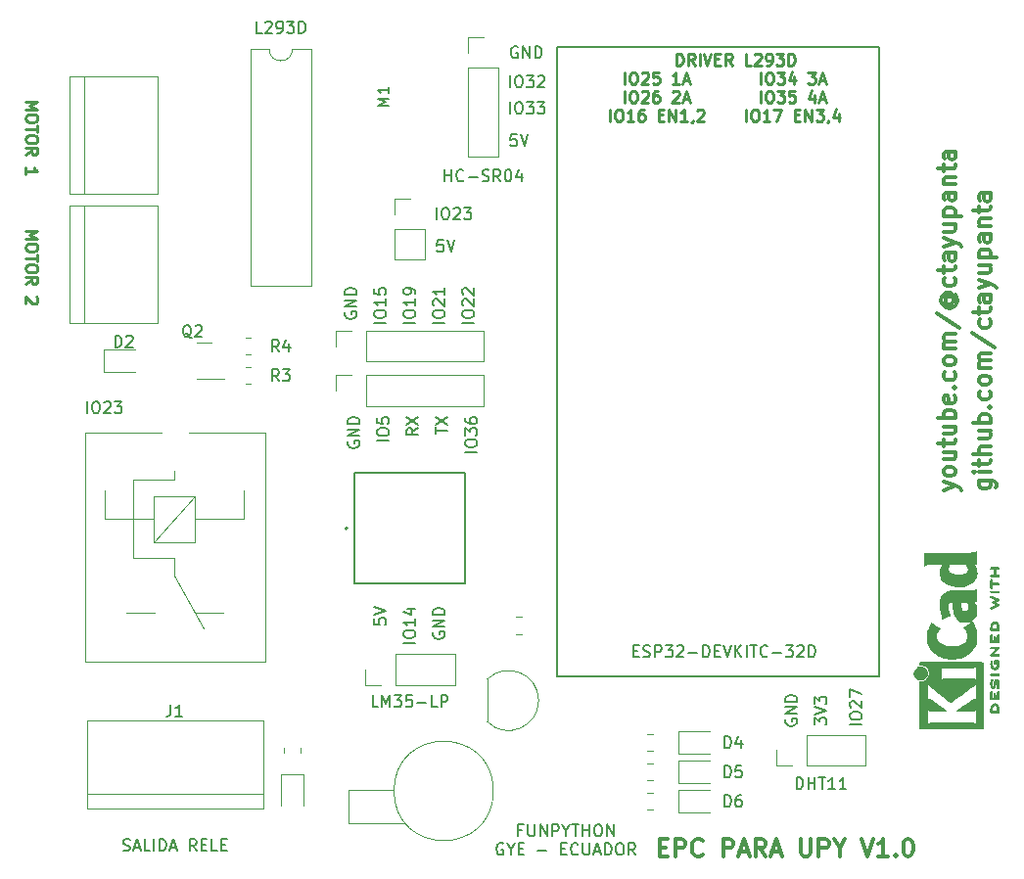
<source format=gbr>
%TF.GenerationSoftware,KiCad,Pcbnew,(6.0.4)*%
%TF.CreationDate,2023-04-26T13:38:39-05:00*%
%TF.ProjectId,Modulo de Practicas uPy,4d6f6475-6c6f-4206-9465-205072616374,rev?*%
%TF.SameCoordinates,Original*%
%TF.FileFunction,Legend,Top*%
%TF.FilePolarity,Positive*%
%FSLAX46Y46*%
G04 Gerber Fmt 4.6, Leading zero omitted, Abs format (unit mm)*
G04 Created by KiCad (PCBNEW (6.0.4)) date 2023-04-26 13:38:39*
%MOMM*%
%LPD*%
G01*
G04 APERTURE LIST*
%ADD10C,0.150000*%
%ADD11C,0.300000*%
%ADD12C,0.250000*%
%ADD13C,0.120000*%
%ADD14C,0.010000*%
%ADD15C,0.127000*%
%ADD16C,0.200000*%
G04 APERTURE END LIST*
D10*
X124912380Y-95489976D02*
X123912380Y-95489976D01*
X123912380Y-94823309D02*
X123912380Y-94632833D01*
X123960000Y-94537595D01*
X124055238Y-94442357D01*
X124245714Y-94394738D01*
X124579047Y-94394738D01*
X124769523Y-94442357D01*
X124864761Y-94537595D01*
X124912380Y-94632833D01*
X124912380Y-94823309D01*
X124864761Y-94918547D01*
X124769523Y-95013785D01*
X124579047Y-95061404D01*
X124245714Y-95061404D01*
X124055238Y-95013785D01*
X123960000Y-94918547D01*
X123912380Y-94823309D01*
X124912380Y-93442357D02*
X124912380Y-94013785D01*
X124912380Y-93728071D02*
X123912380Y-93728071D01*
X124055238Y-93823309D01*
X124150476Y-93918547D01*
X124198095Y-94013785D01*
X124245714Y-92585214D02*
X124912380Y-92585214D01*
X123864761Y-92823309D02*
X124579047Y-93061404D01*
X124579047Y-92442357D01*
X122372380Y-67803976D02*
X121372380Y-67803976D01*
X121372380Y-67137309D02*
X121372380Y-66946833D01*
X121420000Y-66851595D01*
X121515238Y-66756357D01*
X121705714Y-66708738D01*
X122039047Y-66708738D01*
X122229523Y-66756357D01*
X122324761Y-66851595D01*
X122372380Y-66946833D01*
X122372380Y-67137309D01*
X122324761Y-67232547D01*
X122229523Y-67327785D01*
X122039047Y-67375404D01*
X121705714Y-67375404D01*
X121515238Y-67327785D01*
X121420000Y-67232547D01*
X121372380Y-67137309D01*
X122372380Y-65756357D02*
X122372380Y-66327785D01*
X122372380Y-66042071D02*
X121372380Y-66042071D01*
X121515238Y-66137309D01*
X121610476Y-66232547D01*
X121658095Y-66327785D01*
X121372380Y-64851595D02*
X121372380Y-65327785D01*
X121848571Y-65375404D01*
X121800952Y-65327785D01*
X121753333Y-65232547D01*
X121753333Y-64994452D01*
X121800952Y-64899214D01*
X121848571Y-64851595D01*
X121943809Y-64803976D01*
X122181904Y-64803976D01*
X122277142Y-64851595D01*
X122324761Y-64899214D01*
X122372380Y-64994452D01*
X122372380Y-65232547D01*
X122324761Y-65327785D01*
X122277142Y-65375404D01*
X118880000Y-66899214D02*
X118832380Y-66994452D01*
X118832380Y-67137309D01*
X118880000Y-67280166D01*
X118975238Y-67375404D01*
X119070476Y-67423023D01*
X119260952Y-67470642D01*
X119403809Y-67470642D01*
X119594285Y-67423023D01*
X119689523Y-67375404D01*
X119784761Y-67280166D01*
X119832380Y-67137309D01*
X119832380Y-67042071D01*
X119784761Y-66899214D01*
X119737142Y-66851595D01*
X119403809Y-66851595D01*
X119403809Y-67042071D01*
X119832380Y-66423023D02*
X118832380Y-66423023D01*
X119832380Y-65851595D01*
X118832380Y-65851595D01*
X119832380Y-65375404D02*
X118832380Y-65375404D01*
X118832380Y-65137309D01*
X118880000Y-64994452D01*
X118975238Y-64899214D01*
X119070476Y-64851595D01*
X119260952Y-64803976D01*
X119403809Y-64803976D01*
X119594285Y-64851595D01*
X119689523Y-64899214D01*
X119784761Y-64994452D01*
X119832380Y-65137309D01*
X119832380Y-65375404D01*
X130246380Y-78979976D02*
X129246380Y-78979976D01*
X129246380Y-78313309D02*
X129246380Y-78122833D01*
X129294000Y-78027595D01*
X129389238Y-77932357D01*
X129579714Y-77884738D01*
X129913047Y-77884738D01*
X130103523Y-77932357D01*
X130198761Y-78027595D01*
X130246380Y-78122833D01*
X130246380Y-78313309D01*
X130198761Y-78408547D01*
X130103523Y-78503785D01*
X129913047Y-78551404D01*
X129579714Y-78551404D01*
X129389238Y-78503785D01*
X129294000Y-78408547D01*
X129246380Y-78313309D01*
X129246380Y-77551404D02*
X129246380Y-76932357D01*
X129627333Y-77265690D01*
X129627333Y-77122833D01*
X129674952Y-77027595D01*
X129722571Y-76979976D01*
X129817809Y-76932357D01*
X130055904Y-76932357D01*
X130151142Y-76979976D01*
X130198761Y-77027595D01*
X130246380Y-77122833D01*
X130246380Y-77408547D01*
X130198761Y-77503785D01*
X130151142Y-77551404D01*
X129246380Y-76075214D02*
X129246380Y-76265690D01*
X129294000Y-76360928D01*
X129341619Y-76408547D01*
X129484476Y-76503785D01*
X129674952Y-76551404D01*
X130055904Y-76551404D01*
X130151142Y-76503785D01*
X130198761Y-76456166D01*
X130246380Y-76360928D01*
X130246380Y-76170452D01*
X130198761Y-76075214D01*
X130151142Y-76027595D01*
X130055904Y-75979976D01*
X129817809Y-75979976D01*
X129722571Y-76027595D01*
X129674952Y-76075214D01*
X129627333Y-76170452D01*
X129627333Y-76360928D01*
X129674952Y-76456166D01*
X129722571Y-76503785D01*
X129817809Y-76551404D01*
D11*
X146043428Y-113176857D02*
X146543428Y-113176857D01*
X146757714Y-113962571D02*
X146043428Y-113962571D01*
X146043428Y-112462571D01*
X146757714Y-112462571D01*
X147400571Y-113962571D02*
X147400571Y-112462571D01*
X147972000Y-112462571D01*
X148114857Y-112534000D01*
X148186285Y-112605428D01*
X148257714Y-112748285D01*
X148257714Y-112962571D01*
X148186285Y-113105428D01*
X148114857Y-113176857D01*
X147972000Y-113248285D01*
X147400571Y-113248285D01*
X149757714Y-113819714D02*
X149686285Y-113891142D01*
X149472000Y-113962571D01*
X149329142Y-113962571D01*
X149114857Y-113891142D01*
X148972000Y-113748285D01*
X148900571Y-113605428D01*
X148829142Y-113319714D01*
X148829142Y-113105428D01*
X148900571Y-112819714D01*
X148972000Y-112676857D01*
X149114857Y-112534000D01*
X149329142Y-112462571D01*
X149472000Y-112462571D01*
X149686285Y-112534000D01*
X149757714Y-112605428D01*
X151543428Y-113962571D02*
X151543428Y-112462571D01*
X152114857Y-112462571D01*
X152257714Y-112534000D01*
X152329142Y-112605428D01*
X152400571Y-112748285D01*
X152400571Y-112962571D01*
X152329142Y-113105428D01*
X152257714Y-113176857D01*
X152114857Y-113248285D01*
X151543428Y-113248285D01*
X152972000Y-113534000D02*
X153686285Y-113534000D01*
X152829142Y-113962571D02*
X153329142Y-112462571D01*
X153829142Y-113962571D01*
X155186285Y-113962571D02*
X154686285Y-113248285D01*
X154329142Y-113962571D02*
X154329142Y-112462571D01*
X154900571Y-112462571D01*
X155043428Y-112534000D01*
X155114857Y-112605428D01*
X155186285Y-112748285D01*
X155186285Y-112962571D01*
X155114857Y-113105428D01*
X155043428Y-113176857D01*
X154900571Y-113248285D01*
X154329142Y-113248285D01*
X155757714Y-113534000D02*
X156472000Y-113534000D01*
X155614857Y-113962571D02*
X156114857Y-112462571D01*
X156614857Y-113962571D01*
X158257714Y-112462571D02*
X158257714Y-113676857D01*
X158329142Y-113819714D01*
X158400571Y-113891142D01*
X158543428Y-113962571D01*
X158829142Y-113962571D01*
X158972000Y-113891142D01*
X159043428Y-113819714D01*
X159114857Y-113676857D01*
X159114857Y-112462571D01*
X159829142Y-113962571D02*
X159829142Y-112462571D01*
X160400571Y-112462571D01*
X160543428Y-112534000D01*
X160614857Y-112605428D01*
X160686285Y-112748285D01*
X160686285Y-112962571D01*
X160614857Y-113105428D01*
X160543428Y-113176857D01*
X160400571Y-113248285D01*
X159829142Y-113248285D01*
X161614857Y-113248285D02*
X161614857Y-113962571D01*
X161114857Y-112462571D02*
X161614857Y-113248285D01*
X162114857Y-112462571D01*
X163543428Y-112462571D02*
X164043428Y-113962571D01*
X164543428Y-112462571D01*
X165829142Y-113962571D02*
X164972000Y-113962571D01*
X165400571Y-113962571D02*
X165400571Y-112462571D01*
X165257714Y-112676857D01*
X165114857Y-112819714D01*
X164972000Y-112891142D01*
X166472000Y-113819714D02*
X166543428Y-113891142D01*
X166472000Y-113962571D01*
X166400571Y-113891142D01*
X166472000Y-113819714D01*
X166472000Y-113962571D01*
X167472000Y-112462571D02*
X167614857Y-112462571D01*
X167757714Y-112534000D01*
X167829142Y-112605428D01*
X167900571Y-112748285D01*
X167972000Y-113034000D01*
X167972000Y-113391142D01*
X167900571Y-113676857D01*
X167829142Y-113819714D01*
X167757714Y-113891142D01*
X167614857Y-113962571D01*
X167472000Y-113962571D01*
X167329142Y-113891142D01*
X167257714Y-113819714D01*
X167186285Y-113676857D01*
X167114857Y-113391142D01*
X167114857Y-113034000D01*
X167186285Y-112748285D01*
X167257714Y-112605428D01*
X167329142Y-112534000D01*
X167472000Y-112462571D01*
D12*
X91241619Y-59872952D02*
X92241619Y-59872952D01*
X91527333Y-60206285D01*
X92241619Y-60539619D01*
X91241619Y-60539619D01*
X92241619Y-61206285D02*
X92241619Y-61396761D01*
X92194000Y-61492000D01*
X92098761Y-61587238D01*
X91908285Y-61634857D01*
X91574952Y-61634857D01*
X91384476Y-61587238D01*
X91289238Y-61492000D01*
X91241619Y-61396761D01*
X91241619Y-61206285D01*
X91289238Y-61111047D01*
X91384476Y-61015809D01*
X91574952Y-60968190D01*
X91908285Y-60968190D01*
X92098761Y-61015809D01*
X92194000Y-61111047D01*
X92241619Y-61206285D01*
X92241619Y-61920571D02*
X92241619Y-62492000D01*
X91241619Y-62206285D02*
X92241619Y-62206285D01*
X92241619Y-63015809D02*
X92241619Y-63206285D01*
X92194000Y-63301523D01*
X92098761Y-63396761D01*
X91908285Y-63444380D01*
X91574952Y-63444380D01*
X91384476Y-63396761D01*
X91289238Y-63301523D01*
X91241619Y-63206285D01*
X91241619Y-63015809D01*
X91289238Y-62920571D01*
X91384476Y-62825333D01*
X91574952Y-62777714D01*
X91908285Y-62777714D01*
X92098761Y-62825333D01*
X92194000Y-62920571D01*
X92241619Y-63015809D01*
X91241619Y-64444380D02*
X91717809Y-64111047D01*
X91241619Y-63872952D02*
X92241619Y-63872952D01*
X92241619Y-64253904D01*
X92194000Y-64349142D01*
X92146380Y-64396761D01*
X92051142Y-64444380D01*
X91908285Y-64444380D01*
X91813047Y-64396761D01*
X91765428Y-64349142D01*
X91717809Y-64253904D01*
X91717809Y-63872952D01*
X92146380Y-65587238D02*
X92194000Y-65634857D01*
X92241619Y-65730095D01*
X92241619Y-65968190D01*
X92194000Y-66063428D01*
X92146380Y-66111047D01*
X92051142Y-66158666D01*
X91955904Y-66158666D01*
X91813047Y-66111047D01*
X91241619Y-65539619D01*
X91241619Y-66158666D01*
D10*
X119134000Y-78075214D02*
X119086380Y-78170452D01*
X119086380Y-78313309D01*
X119134000Y-78456166D01*
X119229238Y-78551404D01*
X119324476Y-78599023D01*
X119514952Y-78646642D01*
X119657809Y-78646642D01*
X119848285Y-78599023D01*
X119943523Y-78551404D01*
X120038761Y-78456166D01*
X120086380Y-78313309D01*
X120086380Y-78218071D01*
X120038761Y-78075214D01*
X119991142Y-78027595D01*
X119657809Y-78027595D01*
X119657809Y-78218071D01*
X120086380Y-77599023D02*
X119086380Y-77599023D01*
X120086380Y-77027595D01*
X119086380Y-77027595D01*
X120086380Y-76551404D02*
X119086380Y-76551404D01*
X119086380Y-76313309D01*
X119134000Y-76170452D01*
X119229238Y-76075214D01*
X119324476Y-76027595D01*
X119514952Y-75979976D01*
X119657809Y-75979976D01*
X119848285Y-76027595D01*
X119943523Y-76075214D01*
X120038761Y-76170452D01*
X120086380Y-76313309D01*
X120086380Y-76551404D01*
X121372380Y-93394738D02*
X121372380Y-93870928D01*
X121848571Y-93918547D01*
X121800952Y-93870928D01*
X121753333Y-93775690D01*
X121753333Y-93537595D01*
X121800952Y-93442357D01*
X121848571Y-93394738D01*
X121943809Y-93347119D01*
X122181904Y-93347119D01*
X122277142Y-93394738D01*
X122324761Y-93442357D01*
X122372380Y-93537595D01*
X122372380Y-93775690D01*
X122324761Y-93870928D01*
X122277142Y-93918547D01*
X121372380Y-93061404D02*
X122372380Y-92728071D01*
X121372380Y-92394738D01*
X122626380Y-78027595D02*
X121626380Y-78027595D01*
X121626380Y-77360928D02*
X121626380Y-77170452D01*
X121674000Y-77075214D01*
X121769238Y-76979976D01*
X121959714Y-76932357D01*
X122293047Y-76932357D01*
X122483523Y-76979976D01*
X122578761Y-77075214D01*
X122626380Y-77170452D01*
X122626380Y-77360928D01*
X122578761Y-77456166D01*
X122483523Y-77551404D01*
X122293047Y-77599023D01*
X121959714Y-77599023D01*
X121769238Y-77551404D01*
X121674000Y-77456166D01*
X121626380Y-77360928D01*
X121626380Y-76027595D02*
X121626380Y-76503785D01*
X122102571Y-76551404D01*
X122054952Y-76503785D01*
X122007333Y-76408547D01*
X122007333Y-76170452D01*
X122054952Y-76075214D01*
X122102571Y-76027595D01*
X122197809Y-75979976D01*
X122435904Y-75979976D01*
X122531142Y-76027595D01*
X122578761Y-76075214D01*
X122626380Y-76170452D01*
X122626380Y-76408547D01*
X122578761Y-76503785D01*
X122531142Y-76551404D01*
X127452380Y-67803976D02*
X126452380Y-67803976D01*
X126452380Y-67137309D02*
X126452380Y-66946833D01*
X126500000Y-66851595D01*
X126595238Y-66756357D01*
X126785714Y-66708738D01*
X127119047Y-66708738D01*
X127309523Y-66756357D01*
X127404761Y-66851595D01*
X127452380Y-66946833D01*
X127452380Y-67137309D01*
X127404761Y-67232547D01*
X127309523Y-67327785D01*
X127119047Y-67375404D01*
X126785714Y-67375404D01*
X126595238Y-67327785D01*
X126500000Y-67232547D01*
X126452380Y-67137309D01*
X126547619Y-66327785D02*
X126500000Y-66280166D01*
X126452380Y-66184928D01*
X126452380Y-65946833D01*
X126500000Y-65851595D01*
X126547619Y-65803976D01*
X126642857Y-65756357D01*
X126738095Y-65756357D01*
X126880952Y-65803976D01*
X127452380Y-66375404D01*
X127452380Y-65756357D01*
X127452380Y-64803976D02*
X127452380Y-65375404D01*
X127452380Y-65089690D02*
X126452380Y-65089690D01*
X126595238Y-65184928D01*
X126690476Y-65280166D01*
X126738095Y-65375404D01*
X133110023Y-49728380D02*
X133110023Y-48728380D01*
X133776690Y-48728380D02*
X133967166Y-48728380D01*
X134062404Y-48776000D01*
X134157642Y-48871238D01*
X134205261Y-49061714D01*
X134205261Y-49395047D01*
X134157642Y-49585523D01*
X134062404Y-49680761D01*
X133967166Y-49728380D01*
X133776690Y-49728380D01*
X133681452Y-49680761D01*
X133586214Y-49585523D01*
X133538595Y-49395047D01*
X133538595Y-49061714D01*
X133586214Y-48871238D01*
X133681452Y-48776000D01*
X133776690Y-48728380D01*
X134538595Y-48728380D02*
X135157642Y-48728380D01*
X134824309Y-49109333D01*
X134967166Y-49109333D01*
X135062404Y-49156952D01*
X135110023Y-49204571D01*
X135157642Y-49299809D01*
X135157642Y-49537904D01*
X135110023Y-49633142D01*
X135062404Y-49680761D01*
X134967166Y-49728380D01*
X134681452Y-49728380D01*
X134586214Y-49680761D01*
X134538595Y-49633142D01*
X135490976Y-48728380D02*
X136110023Y-48728380D01*
X135776690Y-49109333D01*
X135919547Y-49109333D01*
X136014785Y-49156952D01*
X136062404Y-49204571D01*
X136110023Y-49299809D01*
X136110023Y-49537904D01*
X136062404Y-49633142D01*
X136014785Y-49680761D01*
X135919547Y-49728380D01*
X135633833Y-49728380D01*
X135538595Y-49680761D01*
X135490976Y-49633142D01*
X134161685Y-111696371D02*
X133828352Y-111696371D01*
X133828352Y-112220180D02*
X133828352Y-111220180D01*
X134304542Y-111220180D01*
X134685495Y-111220180D02*
X134685495Y-112029704D01*
X134733114Y-112124942D01*
X134780733Y-112172561D01*
X134875971Y-112220180D01*
X135066447Y-112220180D01*
X135161685Y-112172561D01*
X135209304Y-112124942D01*
X135256923Y-112029704D01*
X135256923Y-111220180D01*
X135733114Y-112220180D02*
X135733114Y-111220180D01*
X136304542Y-112220180D01*
X136304542Y-111220180D01*
X136780733Y-112220180D02*
X136780733Y-111220180D01*
X137161685Y-111220180D01*
X137256923Y-111267800D01*
X137304542Y-111315419D01*
X137352161Y-111410657D01*
X137352161Y-111553514D01*
X137304542Y-111648752D01*
X137256923Y-111696371D01*
X137161685Y-111743990D01*
X136780733Y-111743990D01*
X137971209Y-111743990D02*
X137971209Y-112220180D01*
X137637876Y-111220180D02*
X137971209Y-111743990D01*
X138304542Y-111220180D01*
X138495019Y-111220180D02*
X139066447Y-111220180D01*
X138780733Y-112220180D02*
X138780733Y-111220180D01*
X139399780Y-112220180D02*
X139399780Y-111220180D01*
X139399780Y-111696371D02*
X139971209Y-111696371D01*
X139971209Y-112220180D02*
X139971209Y-111220180D01*
X140637876Y-111220180D02*
X140828352Y-111220180D01*
X140923590Y-111267800D01*
X141018828Y-111363038D01*
X141066447Y-111553514D01*
X141066447Y-111886847D01*
X141018828Y-112077323D01*
X140923590Y-112172561D01*
X140828352Y-112220180D01*
X140637876Y-112220180D01*
X140542638Y-112172561D01*
X140447400Y-112077323D01*
X140399780Y-111886847D01*
X140399780Y-111553514D01*
X140447400Y-111363038D01*
X140542638Y-111267800D01*
X140637876Y-111220180D01*
X141495019Y-112220180D02*
X141495019Y-111220180D01*
X142066447Y-112220180D01*
X142066447Y-111220180D01*
X132518828Y-112877800D02*
X132423590Y-112830180D01*
X132280733Y-112830180D01*
X132137876Y-112877800D01*
X132042638Y-112973038D01*
X131995019Y-113068276D01*
X131947400Y-113258752D01*
X131947400Y-113401609D01*
X131995019Y-113592085D01*
X132042638Y-113687323D01*
X132137876Y-113782561D01*
X132280733Y-113830180D01*
X132375971Y-113830180D01*
X132518828Y-113782561D01*
X132566447Y-113734942D01*
X132566447Y-113401609D01*
X132375971Y-113401609D01*
X133185495Y-113353990D02*
X133185495Y-113830180D01*
X132852161Y-112830180D02*
X133185495Y-113353990D01*
X133518828Y-112830180D01*
X133852161Y-113306371D02*
X134185495Y-113306371D01*
X134328352Y-113830180D02*
X133852161Y-113830180D01*
X133852161Y-112830180D01*
X134328352Y-112830180D01*
X135518828Y-113449228D02*
X136280733Y-113449228D01*
X137518828Y-113306371D02*
X137852161Y-113306371D01*
X137995019Y-113830180D02*
X137518828Y-113830180D01*
X137518828Y-112830180D01*
X137995019Y-112830180D01*
X138995019Y-113734942D02*
X138947400Y-113782561D01*
X138804542Y-113830180D01*
X138709304Y-113830180D01*
X138566447Y-113782561D01*
X138471209Y-113687323D01*
X138423590Y-113592085D01*
X138375971Y-113401609D01*
X138375971Y-113258752D01*
X138423590Y-113068276D01*
X138471209Y-112973038D01*
X138566447Y-112877800D01*
X138709304Y-112830180D01*
X138804542Y-112830180D01*
X138947400Y-112877800D01*
X138995019Y-112925419D01*
X139423590Y-112830180D02*
X139423590Y-113639704D01*
X139471209Y-113734942D01*
X139518828Y-113782561D01*
X139614066Y-113830180D01*
X139804542Y-113830180D01*
X139899780Y-113782561D01*
X139947400Y-113734942D01*
X139995019Y-113639704D01*
X139995019Y-112830180D01*
X140423590Y-113544466D02*
X140899780Y-113544466D01*
X140328352Y-113830180D02*
X140661685Y-112830180D01*
X140995019Y-113830180D01*
X141328352Y-113830180D02*
X141328352Y-112830180D01*
X141566447Y-112830180D01*
X141709304Y-112877800D01*
X141804542Y-112973038D01*
X141852161Y-113068276D01*
X141899780Y-113258752D01*
X141899780Y-113401609D01*
X141852161Y-113592085D01*
X141804542Y-113687323D01*
X141709304Y-113782561D01*
X141566447Y-113830180D01*
X141328352Y-113830180D01*
X142518828Y-112830180D02*
X142709304Y-112830180D01*
X142804542Y-112877800D01*
X142899780Y-112973038D01*
X142947400Y-113163514D01*
X142947400Y-113496847D01*
X142899780Y-113687323D01*
X142804542Y-113782561D01*
X142709304Y-113830180D01*
X142518828Y-113830180D01*
X142423590Y-113782561D01*
X142328352Y-113687323D01*
X142280733Y-113496847D01*
X142280733Y-113163514D01*
X142328352Y-112973038D01*
X142423590Y-112877800D01*
X142518828Y-112830180D01*
X143947400Y-113830180D02*
X143614066Y-113353990D01*
X143375971Y-113830180D02*
X143375971Y-112830180D01*
X143756923Y-112830180D01*
X143852161Y-112877800D01*
X143899780Y-112925419D01*
X143947400Y-113020657D01*
X143947400Y-113163514D01*
X143899780Y-113258752D01*
X143852161Y-113306371D01*
X143756923Y-113353990D01*
X143375971Y-113353990D01*
X96534023Y-75636380D02*
X96534023Y-74636380D01*
X97200690Y-74636380D02*
X97391166Y-74636380D01*
X97486404Y-74684000D01*
X97581642Y-74779238D01*
X97629261Y-74969714D01*
X97629261Y-75303047D01*
X97581642Y-75493523D01*
X97486404Y-75588761D01*
X97391166Y-75636380D01*
X97200690Y-75636380D01*
X97105452Y-75588761D01*
X97010214Y-75493523D01*
X96962595Y-75303047D01*
X96962595Y-74969714D01*
X97010214Y-74779238D01*
X97105452Y-74684000D01*
X97200690Y-74636380D01*
X98010214Y-74731619D02*
X98057833Y-74684000D01*
X98153071Y-74636380D01*
X98391166Y-74636380D01*
X98486404Y-74684000D01*
X98534023Y-74731619D01*
X98581642Y-74826857D01*
X98581642Y-74922095D01*
X98534023Y-75064952D01*
X97962595Y-75636380D01*
X98581642Y-75636380D01*
X98914976Y-74636380D02*
X99534023Y-74636380D01*
X99200690Y-75017333D01*
X99343547Y-75017333D01*
X99438785Y-75064952D01*
X99486404Y-75112571D01*
X99534023Y-75207809D01*
X99534023Y-75445904D01*
X99486404Y-75541142D01*
X99438785Y-75588761D01*
X99343547Y-75636380D01*
X99057833Y-75636380D01*
X98962595Y-75588761D01*
X98914976Y-75541142D01*
D11*
X173668571Y-81449142D02*
X174882857Y-81449142D01*
X175025714Y-81520571D01*
X175097142Y-81592000D01*
X175168571Y-81734857D01*
X175168571Y-81949142D01*
X175097142Y-82092000D01*
X174597142Y-81449142D02*
X174668571Y-81592000D01*
X174668571Y-81877714D01*
X174597142Y-82020571D01*
X174525714Y-82092000D01*
X174382857Y-82163428D01*
X173954285Y-82163428D01*
X173811428Y-82092000D01*
X173740000Y-82020571D01*
X173668571Y-81877714D01*
X173668571Y-81592000D01*
X173740000Y-81449142D01*
X174668571Y-80734857D02*
X173668571Y-80734857D01*
X173168571Y-80734857D02*
X173240000Y-80806285D01*
X173311428Y-80734857D01*
X173240000Y-80663428D01*
X173168571Y-80734857D01*
X173311428Y-80734857D01*
X173668571Y-80234857D02*
X173668571Y-79663428D01*
X173168571Y-80020571D02*
X174454285Y-80020571D01*
X174597142Y-79949142D01*
X174668571Y-79806285D01*
X174668571Y-79663428D01*
X174668571Y-79163428D02*
X173168571Y-79163428D01*
X174668571Y-78520571D02*
X173882857Y-78520571D01*
X173740000Y-78592000D01*
X173668571Y-78734857D01*
X173668571Y-78949142D01*
X173740000Y-79092000D01*
X173811428Y-79163428D01*
X173668571Y-77163428D02*
X174668571Y-77163428D01*
X173668571Y-77806285D02*
X174454285Y-77806285D01*
X174597142Y-77734857D01*
X174668571Y-77592000D01*
X174668571Y-77377714D01*
X174597142Y-77234857D01*
X174525714Y-77163428D01*
X174668571Y-76449142D02*
X173168571Y-76449142D01*
X173740000Y-76449142D02*
X173668571Y-76306285D01*
X173668571Y-76020571D01*
X173740000Y-75877714D01*
X173811428Y-75806285D01*
X173954285Y-75734857D01*
X174382857Y-75734857D01*
X174525714Y-75806285D01*
X174597142Y-75877714D01*
X174668571Y-76020571D01*
X174668571Y-76306285D01*
X174597142Y-76449142D01*
X174525714Y-75092000D02*
X174597142Y-75020571D01*
X174668571Y-75092000D01*
X174597142Y-75163428D01*
X174525714Y-75092000D01*
X174668571Y-75092000D01*
X174597142Y-73734857D02*
X174668571Y-73877714D01*
X174668571Y-74163428D01*
X174597142Y-74306285D01*
X174525714Y-74377714D01*
X174382857Y-74449142D01*
X173954285Y-74449142D01*
X173811428Y-74377714D01*
X173740000Y-74306285D01*
X173668571Y-74163428D01*
X173668571Y-73877714D01*
X173740000Y-73734857D01*
X174668571Y-72877714D02*
X174597142Y-73020571D01*
X174525714Y-73092000D01*
X174382857Y-73163428D01*
X173954285Y-73163428D01*
X173811428Y-73092000D01*
X173740000Y-73020571D01*
X173668571Y-72877714D01*
X173668571Y-72663428D01*
X173740000Y-72520571D01*
X173811428Y-72449142D01*
X173954285Y-72377714D01*
X174382857Y-72377714D01*
X174525714Y-72449142D01*
X174597142Y-72520571D01*
X174668571Y-72663428D01*
X174668571Y-72877714D01*
X174668571Y-71734857D02*
X173668571Y-71734857D01*
X173811428Y-71734857D02*
X173740000Y-71663428D01*
X173668571Y-71520571D01*
X173668571Y-71306285D01*
X173740000Y-71163428D01*
X173882857Y-71092000D01*
X174668571Y-71092000D01*
X173882857Y-71092000D02*
X173740000Y-71020571D01*
X173668571Y-70877714D01*
X173668571Y-70663428D01*
X173740000Y-70520571D01*
X173882857Y-70449142D01*
X174668571Y-70449142D01*
X173097142Y-68663428D02*
X175025714Y-69949142D01*
X174597142Y-67520571D02*
X174668571Y-67663428D01*
X174668571Y-67949142D01*
X174597142Y-68092000D01*
X174525714Y-68163428D01*
X174382857Y-68234857D01*
X173954285Y-68234857D01*
X173811428Y-68163428D01*
X173740000Y-68092000D01*
X173668571Y-67949142D01*
X173668571Y-67663428D01*
X173740000Y-67520571D01*
X173668571Y-67092000D02*
X173668571Y-66520571D01*
X173168571Y-66877714D02*
X174454285Y-66877714D01*
X174597142Y-66806285D01*
X174668571Y-66663428D01*
X174668571Y-66520571D01*
X174668571Y-65377714D02*
X173882857Y-65377714D01*
X173740000Y-65449142D01*
X173668571Y-65592000D01*
X173668571Y-65877714D01*
X173740000Y-66020571D01*
X174597142Y-65377714D02*
X174668571Y-65520571D01*
X174668571Y-65877714D01*
X174597142Y-66020571D01*
X174454285Y-66092000D01*
X174311428Y-66092000D01*
X174168571Y-66020571D01*
X174097142Y-65877714D01*
X174097142Y-65520571D01*
X174025714Y-65377714D01*
X173668571Y-64806285D02*
X174668571Y-64449142D01*
X173668571Y-64092000D02*
X174668571Y-64449142D01*
X175025714Y-64592000D01*
X175097142Y-64663428D01*
X175168571Y-64806285D01*
X173668571Y-62877714D02*
X174668571Y-62877714D01*
X173668571Y-63520571D02*
X174454285Y-63520571D01*
X174597142Y-63449142D01*
X174668571Y-63306285D01*
X174668571Y-63092000D01*
X174597142Y-62949142D01*
X174525714Y-62877714D01*
X173668571Y-62163428D02*
X175168571Y-62163428D01*
X173740000Y-62163428D02*
X173668571Y-62020571D01*
X173668571Y-61734857D01*
X173740000Y-61592000D01*
X173811428Y-61520571D01*
X173954285Y-61449142D01*
X174382857Y-61449142D01*
X174525714Y-61520571D01*
X174597142Y-61592000D01*
X174668571Y-61734857D01*
X174668571Y-62020571D01*
X174597142Y-62163428D01*
X174668571Y-60163428D02*
X173882857Y-60163428D01*
X173740000Y-60234857D01*
X173668571Y-60377714D01*
X173668571Y-60663428D01*
X173740000Y-60806285D01*
X174597142Y-60163428D02*
X174668571Y-60306285D01*
X174668571Y-60663428D01*
X174597142Y-60806285D01*
X174454285Y-60877714D01*
X174311428Y-60877714D01*
X174168571Y-60806285D01*
X174097142Y-60663428D01*
X174097142Y-60306285D01*
X174025714Y-60163428D01*
X173668571Y-59449142D02*
X174668571Y-59449142D01*
X173811428Y-59449142D02*
X173740000Y-59377714D01*
X173668571Y-59234857D01*
X173668571Y-59020571D01*
X173740000Y-58877714D01*
X173882857Y-58806285D01*
X174668571Y-58806285D01*
X173668571Y-58306285D02*
X173668571Y-57734857D01*
X173168571Y-58092000D02*
X174454285Y-58092000D01*
X174597142Y-58020571D01*
X174668571Y-57877714D01*
X174668571Y-57734857D01*
X174668571Y-56592000D02*
X173882857Y-56592000D01*
X173740000Y-56663428D01*
X173668571Y-56806285D01*
X173668571Y-57092000D01*
X173740000Y-57234857D01*
X174597142Y-56592000D02*
X174668571Y-56734857D01*
X174668571Y-57092000D01*
X174597142Y-57234857D01*
X174454285Y-57306285D01*
X174311428Y-57306285D01*
X174168571Y-57234857D01*
X174097142Y-57092000D01*
X174097142Y-56734857D01*
X174025714Y-56592000D01*
D10*
X126500000Y-94585214D02*
X126452380Y-94680452D01*
X126452380Y-94823309D01*
X126500000Y-94966166D01*
X126595238Y-95061404D01*
X126690476Y-95109023D01*
X126880952Y-95156642D01*
X127023809Y-95156642D01*
X127214285Y-95109023D01*
X127309523Y-95061404D01*
X127404761Y-94966166D01*
X127452380Y-94823309D01*
X127452380Y-94728071D01*
X127404761Y-94585214D01*
X127357142Y-94537595D01*
X127023809Y-94537595D01*
X127023809Y-94728071D01*
X127452380Y-94109023D02*
X126452380Y-94109023D01*
X127452380Y-93537595D01*
X126452380Y-93537595D01*
X127452380Y-93061404D02*
X126452380Y-93061404D01*
X126452380Y-92823309D01*
X126500000Y-92680452D01*
X126595238Y-92585214D01*
X126690476Y-92537595D01*
X126880952Y-92489976D01*
X127023809Y-92489976D01*
X127214285Y-92537595D01*
X127309523Y-92585214D01*
X127404761Y-92680452D01*
X127452380Y-92823309D01*
X127452380Y-93061404D01*
X133681261Y-51532380D02*
X133205071Y-51532380D01*
X133157452Y-52008571D01*
X133205071Y-51960952D01*
X133300309Y-51913333D01*
X133538404Y-51913333D01*
X133633642Y-51960952D01*
X133681261Y-52008571D01*
X133728880Y-52103809D01*
X133728880Y-52341904D01*
X133681261Y-52437142D01*
X133633642Y-52484761D01*
X133538404Y-52532380D01*
X133300309Y-52532380D01*
X133205071Y-52484761D01*
X133157452Y-52437142D01*
X134014595Y-51532380D02*
X134347928Y-52532380D01*
X134681261Y-51532380D01*
X127331261Y-60666380D02*
X126855071Y-60666380D01*
X126807452Y-61142571D01*
X126855071Y-61094952D01*
X126950309Y-61047333D01*
X127188404Y-61047333D01*
X127283642Y-61094952D01*
X127331261Y-61142571D01*
X127378880Y-61237809D01*
X127378880Y-61475904D01*
X127331261Y-61571142D01*
X127283642Y-61618761D01*
X127188404Y-61666380D01*
X126950309Y-61666380D01*
X126855071Y-61618761D01*
X126807452Y-61571142D01*
X127664595Y-60666380D02*
X127997928Y-61666380D01*
X128331261Y-60666380D01*
X133760785Y-43960000D02*
X133665547Y-43912380D01*
X133522690Y-43912380D01*
X133379833Y-43960000D01*
X133284595Y-44055238D01*
X133236976Y-44150476D01*
X133189357Y-44340952D01*
X133189357Y-44483809D01*
X133236976Y-44674285D01*
X133284595Y-44769523D01*
X133379833Y-44864761D01*
X133522690Y-44912380D01*
X133617928Y-44912380D01*
X133760785Y-44864761D01*
X133808404Y-44817142D01*
X133808404Y-44483809D01*
X133617928Y-44483809D01*
X134236976Y-44912380D02*
X134236976Y-43912380D01*
X134808404Y-44912380D01*
X134808404Y-43912380D01*
X135284595Y-44912380D02*
X135284595Y-43912380D01*
X135522690Y-43912380D01*
X135665547Y-43960000D01*
X135760785Y-44055238D01*
X135808404Y-44150476D01*
X135856023Y-44340952D01*
X135856023Y-44483809D01*
X135808404Y-44674285D01*
X135760785Y-44769523D01*
X135665547Y-44864761D01*
X135522690Y-44912380D01*
X135284595Y-44912380D01*
D12*
X91241619Y-48696952D02*
X92241619Y-48696952D01*
X91527333Y-49030285D01*
X92241619Y-49363619D01*
X91241619Y-49363619D01*
X92241619Y-50030285D02*
X92241619Y-50220761D01*
X92194000Y-50316000D01*
X92098761Y-50411238D01*
X91908285Y-50458857D01*
X91574952Y-50458857D01*
X91384476Y-50411238D01*
X91289238Y-50316000D01*
X91241619Y-50220761D01*
X91241619Y-50030285D01*
X91289238Y-49935047D01*
X91384476Y-49839809D01*
X91574952Y-49792190D01*
X91908285Y-49792190D01*
X92098761Y-49839809D01*
X92194000Y-49935047D01*
X92241619Y-50030285D01*
X92241619Y-50744571D02*
X92241619Y-51316000D01*
X91241619Y-51030285D02*
X92241619Y-51030285D01*
X92241619Y-51839809D02*
X92241619Y-52030285D01*
X92194000Y-52125523D01*
X92098761Y-52220761D01*
X91908285Y-52268380D01*
X91574952Y-52268380D01*
X91384476Y-52220761D01*
X91289238Y-52125523D01*
X91241619Y-52030285D01*
X91241619Y-51839809D01*
X91289238Y-51744571D01*
X91384476Y-51649333D01*
X91574952Y-51601714D01*
X91908285Y-51601714D01*
X92098761Y-51649333D01*
X92194000Y-51744571D01*
X92241619Y-51839809D01*
X91241619Y-53268380D02*
X91717809Y-52935047D01*
X91241619Y-52696952D02*
X92241619Y-52696952D01*
X92241619Y-53077904D01*
X92194000Y-53173142D01*
X92146380Y-53220761D01*
X92051142Y-53268380D01*
X91908285Y-53268380D01*
X91813047Y-53220761D01*
X91765428Y-53173142D01*
X91717809Y-53077904D01*
X91717809Y-52696952D01*
X91241619Y-54982666D02*
X91241619Y-54411238D01*
X91241619Y-54696952D02*
X92241619Y-54696952D01*
X92098761Y-54601714D01*
X92003523Y-54506476D01*
X91955904Y-54411238D01*
D10*
X126706380Y-77408547D02*
X126706380Y-76837119D01*
X127706380Y-77122833D02*
X126706380Y-77122833D01*
X126706380Y-76599023D02*
X127706380Y-75932357D01*
X126706380Y-75932357D02*
X127706380Y-76599023D01*
X133110023Y-47442380D02*
X133110023Y-46442380D01*
X133776690Y-46442380D02*
X133967166Y-46442380D01*
X134062404Y-46490000D01*
X134157642Y-46585238D01*
X134205261Y-46775714D01*
X134205261Y-47109047D01*
X134157642Y-47299523D01*
X134062404Y-47394761D01*
X133967166Y-47442380D01*
X133776690Y-47442380D01*
X133681452Y-47394761D01*
X133586214Y-47299523D01*
X133538595Y-47109047D01*
X133538595Y-46775714D01*
X133586214Y-46585238D01*
X133681452Y-46490000D01*
X133776690Y-46442380D01*
X134538595Y-46442380D02*
X135157642Y-46442380D01*
X134824309Y-46823333D01*
X134967166Y-46823333D01*
X135062404Y-46870952D01*
X135110023Y-46918571D01*
X135157642Y-47013809D01*
X135157642Y-47251904D01*
X135110023Y-47347142D01*
X135062404Y-47394761D01*
X134967166Y-47442380D01*
X134681452Y-47442380D01*
X134586214Y-47394761D01*
X134538595Y-47347142D01*
X135538595Y-46537619D02*
X135586214Y-46490000D01*
X135681452Y-46442380D01*
X135919547Y-46442380D01*
X136014785Y-46490000D01*
X136062404Y-46537619D01*
X136110023Y-46632857D01*
X136110023Y-46728095D01*
X136062404Y-46870952D01*
X135490976Y-47442380D01*
X136110023Y-47442380D01*
D12*
X147510857Y-45535380D02*
X147510857Y-44535380D01*
X147748952Y-44535380D01*
X147891809Y-44583000D01*
X147987047Y-44678238D01*
X148034666Y-44773476D01*
X148082285Y-44963952D01*
X148082285Y-45106809D01*
X148034666Y-45297285D01*
X147987047Y-45392523D01*
X147891809Y-45487761D01*
X147748952Y-45535380D01*
X147510857Y-45535380D01*
X149082285Y-45535380D02*
X148748952Y-45059190D01*
X148510857Y-45535380D02*
X148510857Y-44535380D01*
X148891809Y-44535380D01*
X148987047Y-44583000D01*
X149034666Y-44630619D01*
X149082285Y-44725857D01*
X149082285Y-44868714D01*
X149034666Y-44963952D01*
X148987047Y-45011571D01*
X148891809Y-45059190D01*
X148510857Y-45059190D01*
X149510857Y-45535380D02*
X149510857Y-44535380D01*
X149844190Y-44535380D02*
X150177523Y-45535380D01*
X150510857Y-44535380D01*
X150844190Y-45011571D02*
X151177523Y-45011571D01*
X151320380Y-45535380D02*
X150844190Y-45535380D01*
X150844190Y-44535380D01*
X151320380Y-44535380D01*
X152320380Y-45535380D02*
X151987047Y-45059190D01*
X151748952Y-45535380D02*
X151748952Y-44535380D01*
X152129904Y-44535380D01*
X152225142Y-44583000D01*
X152272761Y-44630619D01*
X152320380Y-44725857D01*
X152320380Y-44868714D01*
X152272761Y-44963952D01*
X152225142Y-45011571D01*
X152129904Y-45059190D01*
X151748952Y-45059190D01*
X153987047Y-45535380D02*
X153510857Y-45535380D01*
X153510857Y-44535380D01*
X154272761Y-44630619D02*
X154320380Y-44583000D01*
X154415619Y-44535380D01*
X154653714Y-44535380D01*
X154748952Y-44583000D01*
X154796571Y-44630619D01*
X154844190Y-44725857D01*
X154844190Y-44821095D01*
X154796571Y-44963952D01*
X154225142Y-45535380D01*
X154844190Y-45535380D01*
X155320380Y-45535380D02*
X155510857Y-45535380D01*
X155606095Y-45487761D01*
X155653714Y-45440142D01*
X155748952Y-45297285D01*
X155796571Y-45106809D01*
X155796571Y-44725857D01*
X155748952Y-44630619D01*
X155701333Y-44583000D01*
X155606095Y-44535380D01*
X155415619Y-44535380D01*
X155320380Y-44583000D01*
X155272761Y-44630619D01*
X155225142Y-44725857D01*
X155225142Y-44963952D01*
X155272761Y-45059190D01*
X155320380Y-45106809D01*
X155415619Y-45154428D01*
X155606095Y-45154428D01*
X155701333Y-45106809D01*
X155748952Y-45059190D01*
X155796571Y-44963952D01*
X156129904Y-44535380D02*
X156748952Y-44535380D01*
X156415619Y-44916333D01*
X156558476Y-44916333D01*
X156653714Y-44963952D01*
X156701333Y-45011571D01*
X156748952Y-45106809D01*
X156748952Y-45344904D01*
X156701333Y-45440142D01*
X156653714Y-45487761D01*
X156558476Y-45535380D01*
X156272761Y-45535380D01*
X156177523Y-45487761D01*
X156129904Y-45440142D01*
X157177523Y-45535380D02*
X157177523Y-44535380D01*
X157415619Y-44535380D01*
X157558476Y-44583000D01*
X157653714Y-44678238D01*
X157701333Y-44773476D01*
X157748952Y-44963952D01*
X157748952Y-45106809D01*
X157701333Y-45297285D01*
X157653714Y-45392523D01*
X157558476Y-45487761D01*
X157415619Y-45535380D01*
X157177523Y-45535380D01*
X143034666Y-47145380D02*
X143034666Y-46145380D01*
X143701333Y-46145380D02*
X143891809Y-46145380D01*
X143987047Y-46193000D01*
X144082285Y-46288238D01*
X144129904Y-46478714D01*
X144129904Y-46812047D01*
X144082285Y-47002523D01*
X143987047Y-47097761D01*
X143891809Y-47145380D01*
X143701333Y-47145380D01*
X143606095Y-47097761D01*
X143510857Y-47002523D01*
X143463238Y-46812047D01*
X143463238Y-46478714D01*
X143510857Y-46288238D01*
X143606095Y-46193000D01*
X143701333Y-46145380D01*
X144510857Y-46240619D02*
X144558476Y-46193000D01*
X144653714Y-46145380D01*
X144891809Y-46145380D01*
X144987047Y-46193000D01*
X145034666Y-46240619D01*
X145082285Y-46335857D01*
X145082285Y-46431095D01*
X145034666Y-46573952D01*
X144463238Y-47145380D01*
X145082285Y-47145380D01*
X145987047Y-46145380D02*
X145510857Y-46145380D01*
X145463238Y-46621571D01*
X145510857Y-46573952D01*
X145606095Y-46526333D01*
X145844190Y-46526333D01*
X145939428Y-46573952D01*
X145987047Y-46621571D01*
X146034666Y-46716809D01*
X146034666Y-46954904D01*
X145987047Y-47050142D01*
X145939428Y-47097761D01*
X145844190Y-47145380D01*
X145606095Y-47145380D01*
X145510857Y-47097761D01*
X145463238Y-47050142D01*
X147748952Y-47145380D02*
X147177523Y-47145380D01*
X147463238Y-47145380D02*
X147463238Y-46145380D01*
X147368000Y-46288238D01*
X147272761Y-46383476D01*
X147177523Y-46431095D01*
X148129904Y-46859666D02*
X148606095Y-46859666D01*
X148034666Y-47145380D02*
X148368000Y-46145380D01*
X148701333Y-47145380D01*
X154796571Y-47145380D02*
X154796571Y-46145380D01*
X155463238Y-46145380D02*
X155653714Y-46145380D01*
X155748952Y-46193000D01*
X155844190Y-46288238D01*
X155891809Y-46478714D01*
X155891809Y-46812047D01*
X155844190Y-47002523D01*
X155748952Y-47097761D01*
X155653714Y-47145380D01*
X155463238Y-47145380D01*
X155368000Y-47097761D01*
X155272761Y-47002523D01*
X155225142Y-46812047D01*
X155225142Y-46478714D01*
X155272761Y-46288238D01*
X155368000Y-46193000D01*
X155463238Y-46145380D01*
X156225142Y-46145380D02*
X156844190Y-46145380D01*
X156510857Y-46526333D01*
X156653714Y-46526333D01*
X156748952Y-46573952D01*
X156796571Y-46621571D01*
X156844190Y-46716809D01*
X156844190Y-46954904D01*
X156796571Y-47050142D01*
X156748952Y-47097761D01*
X156653714Y-47145380D01*
X156368000Y-47145380D01*
X156272761Y-47097761D01*
X156225142Y-47050142D01*
X157701333Y-46478714D02*
X157701333Y-47145380D01*
X157463238Y-46097761D02*
X157225142Y-46812047D01*
X157844190Y-46812047D01*
X158891809Y-46145380D02*
X159510857Y-46145380D01*
X159177523Y-46526333D01*
X159320380Y-46526333D01*
X159415619Y-46573952D01*
X159463238Y-46621571D01*
X159510857Y-46716809D01*
X159510857Y-46954904D01*
X159463238Y-47050142D01*
X159415619Y-47097761D01*
X159320380Y-47145380D01*
X159034666Y-47145380D01*
X158939428Y-47097761D01*
X158891809Y-47050142D01*
X159891809Y-46859666D02*
X160368000Y-46859666D01*
X159796571Y-47145380D02*
X160129904Y-46145380D01*
X160463238Y-47145380D01*
X143034666Y-48755380D02*
X143034666Y-47755380D01*
X143701333Y-47755380D02*
X143891809Y-47755380D01*
X143987047Y-47803000D01*
X144082285Y-47898238D01*
X144129904Y-48088714D01*
X144129904Y-48422047D01*
X144082285Y-48612523D01*
X143987047Y-48707761D01*
X143891809Y-48755380D01*
X143701333Y-48755380D01*
X143606095Y-48707761D01*
X143510857Y-48612523D01*
X143463238Y-48422047D01*
X143463238Y-48088714D01*
X143510857Y-47898238D01*
X143606095Y-47803000D01*
X143701333Y-47755380D01*
X144510857Y-47850619D02*
X144558476Y-47803000D01*
X144653714Y-47755380D01*
X144891809Y-47755380D01*
X144987047Y-47803000D01*
X145034666Y-47850619D01*
X145082285Y-47945857D01*
X145082285Y-48041095D01*
X145034666Y-48183952D01*
X144463238Y-48755380D01*
X145082285Y-48755380D01*
X145939428Y-47755380D02*
X145748952Y-47755380D01*
X145653714Y-47803000D01*
X145606095Y-47850619D01*
X145510857Y-47993476D01*
X145463238Y-48183952D01*
X145463238Y-48564904D01*
X145510857Y-48660142D01*
X145558476Y-48707761D01*
X145653714Y-48755380D01*
X145844190Y-48755380D01*
X145939428Y-48707761D01*
X145987047Y-48660142D01*
X146034666Y-48564904D01*
X146034666Y-48326809D01*
X145987047Y-48231571D01*
X145939428Y-48183952D01*
X145844190Y-48136333D01*
X145653714Y-48136333D01*
X145558476Y-48183952D01*
X145510857Y-48231571D01*
X145463238Y-48326809D01*
X147177523Y-47850619D02*
X147225142Y-47803000D01*
X147320380Y-47755380D01*
X147558476Y-47755380D01*
X147653714Y-47803000D01*
X147701333Y-47850619D01*
X147748952Y-47945857D01*
X147748952Y-48041095D01*
X147701333Y-48183952D01*
X147129904Y-48755380D01*
X147748952Y-48755380D01*
X148129904Y-48469666D02*
X148606095Y-48469666D01*
X148034666Y-48755380D02*
X148368000Y-47755380D01*
X148701333Y-48755380D01*
X154796571Y-48755380D02*
X154796571Y-47755380D01*
X155463238Y-47755380D02*
X155653714Y-47755380D01*
X155748952Y-47803000D01*
X155844190Y-47898238D01*
X155891809Y-48088714D01*
X155891809Y-48422047D01*
X155844190Y-48612523D01*
X155748952Y-48707761D01*
X155653714Y-48755380D01*
X155463238Y-48755380D01*
X155368000Y-48707761D01*
X155272761Y-48612523D01*
X155225142Y-48422047D01*
X155225142Y-48088714D01*
X155272761Y-47898238D01*
X155368000Y-47803000D01*
X155463238Y-47755380D01*
X156225142Y-47755380D02*
X156844190Y-47755380D01*
X156510857Y-48136333D01*
X156653714Y-48136333D01*
X156748952Y-48183952D01*
X156796571Y-48231571D01*
X156844190Y-48326809D01*
X156844190Y-48564904D01*
X156796571Y-48660142D01*
X156748952Y-48707761D01*
X156653714Y-48755380D01*
X156368000Y-48755380D01*
X156272761Y-48707761D01*
X156225142Y-48660142D01*
X157748952Y-47755380D02*
X157272761Y-47755380D01*
X157225142Y-48231571D01*
X157272761Y-48183952D01*
X157368000Y-48136333D01*
X157606095Y-48136333D01*
X157701333Y-48183952D01*
X157748952Y-48231571D01*
X157796571Y-48326809D01*
X157796571Y-48564904D01*
X157748952Y-48660142D01*
X157701333Y-48707761D01*
X157606095Y-48755380D01*
X157368000Y-48755380D01*
X157272761Y-48707761D01*
X157225142Y-48660142D01*
X159415619Y-48088714D02*
X159415619Y-48755380D01*
X159177523Y-47707761D02*
X158939428Y-48422047D01*
X159558476Y-48422047D01*
X159891809Y-48469666D02*
X160368000Y-48469666D01*
X159796571Y-48755380D02*
X160129904Y-47755380D01*
X160463238Y-48755380D01*
X141772761Y-50365380D02*
X141772761Y-49365380D01*
X142439428Y-49365380D02*
X142629904Y-49365380D01*
X142725142Y-49413000D01*
X142820380Y-49508238D01*
X142868000Y-49698714D01*
X142868000Y-50032047D01*
X142820380Y-50222523D01*
X142725142Y-50317761D01*
X142629904Y-50365380D01*
X142439428Y-50365380D01*
X142344190Y-50317761D01*
X142248952Y-50222523D01*
X142201333Y-50032047D01*
X142201333Y-49698714D01*
X142248952Y-49508238D01*
X142344190Y-49413000D01*
X142439428Y-49365380D01*
X143820380Y-50365380D02*
X143248952Y-50365380D01*
X143534666Y-50365380D02*
X143534666Y-49365380D01*
X143439428Y-49508238D01*
X143344190Y-49603476D01*
X143248952Y-49651095D01*
X144677523Y-49365380D02*
X144487047Y-49365380D01*
X144391809Y-49413000D01*
X144344190Y-49460619D01*
X144248952Y-49603476D01*
X144201333Y-49793952D01*
X144201333Y-50174904D01*
X144248952Y-50270142D01*
X144296571Y-50317761D01*
X144391809Y-50365380D01*
X144582285Y-50365380D01*
X144677523Y-50317761D01*
X144725142Y-50270142D01*
X144772761Y-50174904D01*
X144772761Y-49936809D01*
X144725142Y-49841571D01*
X144677523Y-49793952D01*
X144582285Y-49746333D01*
X144391809Y-49746333D01*
X144296571Y-49793952D01*
X144248952Y-49841571D01*
X144201333Y-49936809D01*
X145963238Y-49841571D02*
X146296571Y-49841571D01*
X146439428Y-50365380D02*
X145963238Y-50365380D01*
X145963238Y-49365380D01*
X146439428Y-49365380D01*
X146868000Y-50365380D02*
X146868000Y-49365380D01*
X147439428Y-50365380D01*
X147439428Y-49365380D01*
X148439428Y-50365380D02*
X147868000Y-50365380D01*
X148153714Y-50365380D02*
X148153714Y-49365380D01*
X148058476Y-49508238D01*
X147963238Y-49603476D01*
X147868000Y-49651095D01*
X148915619Y-50317761D02*
X148915619Y-50365380D01*
X148868000Y-50460619D01*
X148820380Y-50508238D01*
X149296571Y-49460619D02*
X149344190Y-49413000D01*
X149439428Y-49365380D01*
X149677523Y-49365380D01*
X149772761Y-49413000D01*
X149820380Y-49460619D01*
X149868000Y-49555857D01*
X149868000Y-49651095D01*
X149820380Y-49793952D01*
X149248952Y-50365380D01*
X149868000Y-50365380D01*
X153534666Y-50365380D02*
X153534666Y-49365380D01*
X154201333Y-49365380D02*
X154391809Y-49365380D01*
X154487047Y-49413000D01*
X154582285Y-49508238D01*
X154629904Y-49698714D01*
X154629904Y-50032047D01*
X154582285Y-50222523D01*
X154487047Y-50317761D01*
X154391809Y-50365380D01*
X154201333Y-50365380D01*
X154106095Y-50317761D01*
X154010857Y-50222523D01*
X153963238Y-50032047D01*
X153963238Y-49698714D01*
X154010857Y-49508238D01*
X154106095Y-49413000D01*
X154201333Y-49365380D01*
X155582285Y-50365380D02*
X155010857Y-50365380D01*
X155296571Y-50365380D02*
X155296571Y-49365380D01*
X155201333Y-49508238D01*
X155106095Y-49603476D01*
X155010857Y-49651095D01*
X155915619Y-49365380D02*
X156582285Y-49365380D01*
X156153714Y-50365380D01*
X157725142Y-49841571D02*
X158058476Y-49841571D01*
X158201333Y-50365380D02*
X157725142Y-50365380D01*
X157725142Y-49365380D01*
X158201333Y-49365380D01*
X158629904Y-50365380D02*
X158629904Y-49365380D01*
X159201333Y-50365380D01*
X159201333Y-49365380D01*
X159582285Y-49365380D02*
X160201333Y-49365380D01*
X159868000Y-49746333D01*
X160010857Y-49746333D01*
X160106095Y-49793952D01*
X160153714Y-49841571D01*
X160201333Y-49936809D01*
X160201333Y-50174904D01*
X160153714Y-50270142D01*
X160106095Y-50317761D01*
X160010857Y-50365380D01*
X159725142Y-50365380D01*
X159629904Y-50317761D01*
X159582285Y-50270142D01*
X160677523Y-50317761D02*
X160677523Y-50365380D01*
X160629904Y-50460619D01*
X160582285Y-50508238D01*
X161534666Y-49698714D02*
X161534666Y-50365380D01*
X161296571Y-49317761D02*
X161058476Y-50032047D01*
X161677523Y-50032047D01*
D10*
X125166380Y-76932357D02*
X124690190Y-77265690D01*
X125166380Y-77503785D02*
X124166380Y-77503785D01*
X124166380Y-77122833D01*
X124214000Y-77027595D01*
X124261619Y-76979976D01*
X124356857Y-76932357D01*
X124499714Y-76932357D01*
X124594952Y-76979976D01*
X124642571Y-77027595D01*
X124690190Y-77122833D01*
X124690190Y-77503785D01*
X124166380Y-76599023D02*
X125166380Y-75932357D01*
X124166380Y-75932357D02*
X125166380Y-76599023D01*
X129992380Y-67803976D02*
X128992380Y-67803976D01*
X128992380Y-67137309D02*
X128992380Y-66946833D01*
X129040000Y-66851595D01*
X129135238Y-66756357D01*
X129325714Y-66708738D01*
X129659047Y-66708738D01*
X129849523Y-66756357D01*
X129944761Y-66851595D01*
X129992380Y-66946833D01*
X129992380Y-67137309D01*
X129944761Y-67232547D01*
X129849523Y-67327785D01*
X129659047Y-67375404D01*
X129325714Y-67375404D01*
X129135238Y-67327785D01*
X129040000Y-67232547D01*
X128992380Y-67137309D01*
X129087619Y-66327785D02*
X129040000Y-66280166D01*
X128992380Y-66184928D01*
X128992380Y-65946833D01*
X129040000Y-65851595D01*
X129087619Y-65803976D01*
X129182857Y-65756357D01*
X129278095Y-65756357D01*
X129420952Y-65803976D01*
X129992380Y-66375404D01*
X129992380Y-65756357D01*
X129087619Y-65375404D02*
X129040000Y-65327785D01*
X128992380Y-65232547D01*
X128992380Y-64994452D01*
X129040000Y-64899214D01*
X129087619Y-64851595D01*
X129182857Y-64803976D01*
X129278095Y-64803976D01*
X129420952Y-64851595D01*
X129992380Y-65423023D01*
X129992380Y-64803976D01*
X124912380Y-67803976D02*
X123912380Y-67803976D01*
X123912380Y-67137309D02*
X123912380Y-66946833D01*
X123960000Y-66851595D01*
X124055238Y-66756357D01*
X124245714Y-66708738D01*
X124579047Y-66708738D01*
X124769523Y-66756357D01*
X124864761Y-66851595D01*
X124912380Y-66946833D01*
X124912380Y-67137309D01*
X124864761Y-67232547D01*
X124769523Y-67327785D01*
X124579047Y-67375404D01*
X124245714Y-67375404D01*
X124055238Y-67327785D01*
X123960000Y-67232547D01*
X123912380Y-67137309D01*
X124912380Y-65756357D02*
X124912380Y-66327785D01*
X124912380Y-66042071D02*
X123912380Y-66042071D01*
X124055238Y-66137309D01*
X124150476Y-66232547D01*
X124198095Y-66327785D01*
X124912380Y-65280166D02*
X124912380Y-65089690D01*
X124864761Y-64994452D01*
X124817142Y-64946833D01*
X124674285Y-64851595D01*
X124483809Y-64803976D01*
X124102857Y-64803976D01*
X124007619Y-64851595D01*
X123960000Y-64899214D01*
X123912380Y-64994452D01*
X123912380Y-65184928D01*
X123960000Y-65280166D01*
X124007619Y-65327785D01*
X124102857Y-65375404D01*
X124340952Y-65375404D01*
X124436190Y-65327785D01*
X124483809Y-65280166D01*
X124531428Y-65184928D01*
X124531428Y-64994452D01*
X124483809Y-64899214D01*
X124436190Y-64851595D01*
X124340952Y-64803976D01*
X126760023Y-58872380D02*
X126760023Y-57872380D01*
X127426690Y-57872380D02*
X127617166Y-57872380D01*
X127712404Y-57920000D01*
X127807642Y-58015238D01*
X127855261Y-58205714D01*
X127855261Y-58539047D01*
X127807642Y-58729523D01*
X127712404Y-58824761D01*
X127617166Y-58872380D01*
X127426690Y-58872380D01*
X127331452Y-58824761D01*
X127236214Y-58729523D01*
X127188595Y-58539047D01*
X127188595Y-58205714D01*
X127236214Y-58015238D01*
X127331452Y-57920000D01*
X127426690Y-57872380D01*
X128236214Y-57967619D02*
X128283833Y-57920000D01*
X128379071Y-57872380D01*
X128617166Y-57872380D01*
X128712404Y-57920000D01*
X128760023Y-57967619D01*
X128807642Y-58062857D01*
X128807642Y-58158095D01*
X128760023Y-58300952D01*
X128188595Y-58872380D01*
X128807642Y-58872380D01*
X129140976Y-57872380D02*
X129760023Y-57872380D01*
X129426690Y-58253333D01*
X129569547Y-58253333D01*
X129664785Y-58300952D01*
X129712404Y-58348571D01*
X129760023Y-58443809D01*
X129760023Y-58681904D01*
X129712404Y-58777142D01*
X129664785Y-58824761D01*
X129569547Y-58872380D01*
X129283833Y-58872380D01*
X129188595Y-58824761D01*
X129140976Y-58777142D01*
D11*
X170620571Y-82278285D02*
X171620571Y-81921142D01*
X170620571Y-81564000D02*
X171620571Y-81921142D01*
X171977714Y-82064000D01*
X172049142Y-82135428D01*
X172120571Y-82278285D01*
X171620571Y-80778285D02*
X171549142Y-80921142D01*
X171477714Y-80992571D01*
X171334857Y-81064000D01*
X170906285Y-81064000D01*
X170763428Y-80992571D01*
X170692000Y-80921142D01*
X170620571Y-80778285D01*
X170620571Y-80564000D01*
X170692000Y-80421142D01*
X170763428Y-80349714D01*
X170906285Y-80278285D01*
X171334857Y-80278285D01*
X171477714Y-80349714D01*
X171549142Y-80421142D01*
X171620571Y-80564000D01*
X171620571Y-80778285D01*
X170620571Y-78992571D02*
X171620571Y-78992571D01*
X170620571Y-79635428D02*
X171406285Y-79635428D01*
X171549142Y-79564000D01*
X171620571Y-79421142D01*
X171620571Y-79206857D01*
X171549142Y-79064000D01*
X171477714Y-78992571D01*
X170620571Y-78492571D02*
X170620571Y-77921142D01*
X170120571Y-78278285D02*
X171406285Y-78278285D01*
X171549142Y-78206857D01*
X171620571Y-78064000D01*
X171620571Y-77921142D01*
X170620571Y-76778285D02*
X171620571Y-76778285D01*
X170620571Y-77421142D02*
X171406285Y-77421142D01*
X171549142Y-77349714D01*
X171620571Y-77206857D01*
X171620571Y-76992571D01*
X171549142Y-76849714D01*
X171477714Y-76778285D01*
X171620571Y-76064000D02*
X170120571Y-76064000D01*
X170692000Y-76064000D02*
X170620571Y-75921142D01*
X170620571Y-75635428D01*
X170692000Y-75492571D01*
X170763428Y-75421142D01*
X170906285Y-75349714D01*
X171334857Y-75349714D01*
X171477714Y-75421142D01*
X171549142Y-75492571D01*
X171620571Y-75635428D01*
X171620571Y-75921142D01*
X171549142Y-76064000D01*
X171549142Y-74135428D02*
X171620571Y-74278285D01*
X171620571Y-74564000D01*
X171549142Y-74706857D01*
X171406285Y-74778285D01*
X170834857Y-74778285D01*
X170692000Y-74706857D01*
X170620571Y-74564000D01*
X170620571Y-74278285D01*
X170692000Y-74135428D01*
X170834857Y-74064000D01*
X170977714Y-74064000D01*
X171120571Y-74778285D01*
X171477714Y-73421142D02*
X171549142Y-73349714D01*
X171620571Y-73421142D01*
X171549142Y-73492571D01*
X171477714Y-73421142D01*
X171620571Y-73421142D01*
X171549142Y-72064000D02*
X171620571Y-72206857D01*
X171620571Y-72492571D01*
X171549142Y-72635428D01*
X171477714Y-72706857D01*
X171334857Y-72778285D01*
X170906285Y-72778285D01*
X170763428Y-72706857D01*
X170692000Y-72635428D01*
X170620571Y-72492571D01*
X170620571Y-72206857D01*
X170692000Y-72064000D01*
X171620571Y-71206857D02*
X171549142Y-71349714D01*
X171477714Y-71421142D01*
X171334857Y-71492571D01*
X170906285Y-71492571D01*
X170763428Y-71421142D01*
X170692000Y-71349714D01*
X170620571Y-71206857D01*
X170620571Y-70992571D01*
X170692000Y-70849714D01*
X170763428Y-70778285D01*
X170906285Y-70706857D01*
X171334857Y-70706857D01*
X171477714Y-70778285D01*
X171549142Y-70849714D01*
X171620571Y-70992571D01*
X171620571Y-71206857D01*
X171620571Y-70064000D02*
X170620571Y-70064000D01*
X170763428Y-70064000D02*
X170692000Y-69992571D01*
X170620571Y-69849714D01*
X170620571Y-69635428D01*
X170692000Y-69492571D01*
X170834857Y-69421142D01*
X171620571Y-69421142D01*
X170834857Y-69421142D02*
X170692000Y-69349714D01*
X170620571Y-69206857D01*
X170620571Y-68992571D01*
X170692000Y-68849714D01*
X170834857Y-68778285D01*
X171620571Y-68778285D01*
X170049142Y-66992571D02*
X171977714Y-68278285D01*
X170906285Y-65564000D02*
X170834857Y-65635428D01*
X170763428Y-65778285D01*
X170763428Y-65921142D01*
X170834857Y-66064000D01*
X170906285Y-66135428D01*
X171049142Y-66206857D01*
X171192000Y-66206857D01*
X171334857Y-66135428D01*
X171406285Y-66064000D01*
X171477714Y-65921142D01*
X171477714Y-65778285D01*
X171406285Y-65635428D01*
X171334857Y-65564000D01*
X170763428Y-65564000D02*
X171334857Y-65564000D01*
X171406285Y-65492571D01*
X171406285Y-65421142D01*
X171334857Y-65278285D01*
X171192000Y-65206857D01*
X170834857Y-65206857D01*
X170620571Y-65349714D01*
X170477714Y-65564000D01*
X170406285Y-65849714D01*
X170477714Y-66135428D01*
X170620571Y-66349714D01*
X170834857Y-66492571D01*
X171120571Y-66564000D01*
X171406285Y-66492571D01*
X171620571Y-66349714D01*
X171763428Y-66135428D01*
X171834857Y-65849714D01*
X171763428Y-65564000D01*
X171620571Y-65349714D01*
X171549142Y-63921142D02*
X171620571Y-64064000D01*
X171620571Y-64349714D01*
X171549142Y-64492571D01*
X171477714Y-64564000D01*
X171334857Y-64635428D01*
X170906285Y-64635428D01*
X170763428Y-64564000D01*
X170692000Y-64492571D01*
X170620571Y-64349714D01*
X170620571Y-64064000D01*
X170692000Y-63921142D01*
X170620571Y-63492571D02*
X170620571Y-62921142D01*
X170120571Y-63278285D02*
X171406285Y-63278285D01*
X171549142Y-63206857D01*
X171620571Y-63064000D01*
X171620571Y-62921142D01*
X171620571Y-61778285D02*
X170834857Y-61778285D01*
X170692000Y-61849714D01*
X170620571Y-61992571D01*
X170620571Y-62278285D01*
X170692000Y-62421142D01*
X171549142Y-61778285D02*
X171620571Y-61921142D01*
X171620571Y-62278285D01*
X171549142Y-62421142D01*
X171406285Y-62492571D01*
X171263428Y-62492571D01*
X171120571Y-62421142D01*
X171049142Y-62278285D01*
X171049142Y-61921142D01*
X170977714Y-61778285D01*
X170620571Y-61206857D02*
X171620571Y-60849714D01*
X170620571Y-60492571D02*
X171620571Y-60849714D01*
X171977714Y-60992571D01*
X172049142Y-61064000D01*
X172120571Y-61206857D01*
X170620571Y-59278285D02*
X171620571Y-59278285D01*
X170620571Y-59921142D02*
X171406285Y-59921142D01*
X171549142Y-59849714D01*
X171620571Y-59706857D01*
X171620571Y-59492571D01*
X171549142Y-59349714D01*
X171477714Y-59278285D01*
X170620571Y-58564000D02*
X172120571Y-58564000D01*
X170692000Y-58564000D02*
X170620571Y-58421142D01*
X170620571Y-58135428D01*
X170692000Y-57992571D01*
X170763428Y-57921142D01*
X170906285Y-57849714D01*
X171334857Y-57849714D01*
X171477714Y-57921142D01*
X171549142Y-57992571D01*
X171620571Y-58135428D01*
X171620571Y-58421142D01*
X171549142Y-58564000D01*
X171620571Y-56564000D02*
X170834857Y-56564000D01*
X170692000Y-56635428D01*
X170620571Y-56778285D01*
X170620571Y-57064000D01*
X170692000Y-57206857D01*
X171549142Y-56564000D02*
X171620571Y-56706857D01*
X171620571Y-57064000D01*
X171549142Y-57206857D01*
X171406285Y-57278285D01*
X171263428Y-57278285D01*
X171120571Y-57206857D01*
X171049142Y-57064000D01*
X171049142Y-56706857D01*
X170977714Y-56564000D01*
X170620571Y-55849714D02*
X171620571Y-55849714D01*
X170763428Y-55849714D02*
X170692000Y-55778285D01*
X170620571Y-55635428D01*
X170620571Y-55421142D01*
X170692000Y-55278285D01*
X170834857Y-55206857D01*
X171620571Y-55206857D01*
X170620571Y-54706857D02*
X170620571Y-54135428D01*
X170120571Y-54492571D02*
X171406285Y-54492571D01*
X171549142Y-54421142D01*
X171620571Y-54278285D01*
X171620571Y-54135428D01*
X171620571Y-52992571D02*
X170834857Y-52992571D01*
X170692000Y-53064000D01*
X170620571Y-53206857D01*
X170620571Y-53492571D01*
X170692000Y-53635428D01*
X171549142Y-52992571D02*
X171620571Y-53135428D01*
X171620571Y-53492571D01*
X171549142Y-53635428D01*
X171406285Y-53706857D01*
X171263428Y-53706857D01*
X171120571Y-53635428D01*
X171049142Y-53492571D01*
X171049142Y-53135428D01*
X170977714Y-52992571D01*
D10*
%TO.C,U2*%
X121721904Y-101036380D02*
X121245714Y-101036380D01*
X121245714Y-100036380D01*
X122055238Y-101036380D02*
X122055238Y-100036380D01*
X122388571Y-100750666D01*
X122721904Y-100036380D01*
X122721904Y-101036380D01*
X123102857Y-100036380D02*
X123721904Y-100036380D01*
X123388571Y-100417333D01*
X123531428Y-100417333D01*
X123626666Y-100464952D01*
X123674285Y-100512571D01*
X123721904Y-100607809D01*
X123721904Y-100845904D01*
X123674285Y-100941142D01*
X123626666Y-100988761D01*
X123531428Y-101036380D01*
X123245714Y-101036380D01*
X123150476Y-100988761D01*
X123102857Y-100941142D01*
X124626666Y-100036380D02*
X124150476Y-100036380D01*
X124102857Y-100512571D01*
X124150476Y-100464952D01*
X124245714Y-100417333D01*
X124483809Y-100417333D01*
X124579047Y-100464952D01*
X124626666Y-100512571D01*
X124674285Y-100607809D01*
X124674285Y-100845904D01*
X124626666Y-100941142D01*
X124579047Y-100988761D01*
X124483809Y-101036380D01*
X124245714Y-101036380D01*
X124150476Y-100988761D01*
X124102857Y-100941142D01*
X125102857Y-100655428D02*
X125864761Y-100655428D01*
X126817142Y-101036380D02*
X126340952Y-101036380D01*
X126340952Y-100036380D01*
X127150476Y-101036380D02*
X127150476Y-100036380D01*
X127531428Y-100036380D01*
X127626666Y-100084000D01*
X127674285Y-100131619D01*
X127721904Y-100226857D01*
X127721904Y-100369714D01*
X127674285Y-100464952D01*
X127626666Y-100512571D01*
X127531428Y-100560190D01*
X127150476Y-100560190D01*
%TO.C,M1*%
X122662380Y-49069523D02*
X121662380Y-49069523D01*
X122376666Y-48736190D01*
X121662380Y-48402857D01*
X122662380Y-48402857D01*
X122662380Y-47402857D02*
X122662380Y-47974285D01*
X122662380Y-47688571D02*
X121662380Y-47688571D01*
X121805238Y-47783809D01*
X121900476Y-47879047D01*
X121948095Y-47974285D01*
%TO.C,U3*%
X111674952Y-42743380D02*
X111198761Y-42743380D01*
X111198761Y-41743380D01*
X111960666Y-41838619D02*
X112008285Y-41791000D01*
X112103523Y-41743380D01*
X112341619Y-41743380D01*
X112436857Y-41791000D01*
X112484476Y-41838619D01*
X112532095Y-41933857D01*
X112532095Y-42029095D01*
X112484476Y-42171952D01*
X111913047Y-42743380D01*
X112532095Y-42743380D01*
X113008285Y-42743380D02*
X113198761Y-42743380D01*
X113294000Y-42695761D01*
X113341619Y-42648142D01*
X113436857Y-42505285D01*
X113484476Y-42314809D01*
X113484476Y-41933857D01*
X113436857Y-41838619D01*
X113389238Y-41791000D01*
X113294000Y-41743380D01*
X113103523Y-41743380D01*
X113008285Y-41791000D01*
X112960666Y-41838619D01*
X112913047Y-41933857D01*
X112913047Y-42171952D01*
X112960666Y-42267190D01*
X113008285Y-42314809D01*
X113103523Y-42362428D01*
X113294000Y-42362428D01*
X113389238Y-42314809D01*
X113436857Y-42267190D01*
X113484476Y-42171952D01*
X113817809Y-41743380D02*
X114436857Y-41743380D01*
X114103523Y-42124333D01*
X114246380Y-42124333D01*
X114341619Y-42171952D01*
X114389238Y-42219571D01*
X114436857Y-42314809D01*
X114436857Y-42552904D01*
X114389238Y-42648142D01*
X114341619Y-42695761D01*
X114246380Y-42743380D01*
X113960666Y-42743380D01*
X113865428Y-42695761D01*
X113817809Y-42648142D01*
X114865428Y-42743380D02*
X114865428Y-41743380D01*
X115103523Y-41743380D01*
X115246380Y-41791000D01*
X115341619Y-41886238D01*
X115389238Y-41981476D01*
X115436857Y-42171952D01*
X115436857Y-42314809D01*
X115389238Y-42505285D01*
X115341619Y-42600523D01*
X115246380Y-42695761D01*
X115103523Y-42743380D01*
X114865428Y-42743380D01*
%TO.C,D6*%
X151661904Y-109672380D02*
X151661904Y-108672380D01*
X151900000Y-108672380D01*
X152042857Y-108720000D01*
X152138095Y-108815238D01*
X152185714Y-108910476D01*
X152233333Y-109100952D01*
X152233333Y-109243809D01*
X152185714Y-109434285D01*
X152138095Y-109529523D01*
X152042857Y-109624761D01*
X151900000Y-109672380D01*
X151661904Y-109672380D01*
X153090476Y-108672380D02*
X152900000Y-108672380D01*
X152804761Y-108720000D01*
X152757142Y-108767619D01*
X152661904Y-108910476D01*
X152614285Y-109100952D01*
X152614285Y-109481904D01*
X152661904Y-109577142D01*
X152709523Y-109624761D01*
X152804761Y-109672380D01*
X152995238Y-109672380D01*
X153090476Y-109624761D01*
X153138095Y-109577142D01*
X153185714Y-109481904D01*
X153185714Y-109243809D01*
X153138095Y-109148571D01*
X153090476Y-109100952D01*
X152995238Y-109053333D01*
X152804761Y-109053333D01*
X152709523Y-109100952D01*
X152661904Y-109148571D01*
X152614285Y-109243809D01*
%TO.C,Q2*%
X105568761Y-69127619D02*
X105473523Y-69080000D01*
X105378285Y-68984761D01*
X105235428Y-68841904D01*
X105140190Y-68794285D01*
X105044952Y-68794285D01*
X105092571Y-69032380D02*
X104997333Y-68984761D01*
X104902095Y-68889523D01*
X104854476Y-68699047D01*
X104854476Y-68365714D01*
X104902095Y-68175238D01*
X104997333Y-68080000D01*
X105092571Y-68032380D01*
X105283047Y-68032380D01*
X105378285Y-68080000D01*
X105473523Y-68175238D01*
X105521142Y-68365714D01*
X105521142Y-68699047D01*
X105473523Y-68889523D01*
X105378285Y-68984761D01*
X105283047Y-69032380D01*
X105092571Y-69032380D01*
X105902095Y-68127619D02*
X105949714Y-68080000D01*
X106044952Y-68032380D01*
X106283047Y-68032380D01*
X106378285Y-68080000D01*
X106425904Y-68127619D01*
X106473523Y-68222857D01*
X106473523Y-68318095D01*
X106425904Y-68460952D01*
X105854476Y-69032380D01*
X106473523Y-69032380D01*
%TO.C,U1*%
X143796465Y-96194496D02*
X144130147Y-96194496D01*
X144273154Y-96718854D02*
X143796465Y-96718854D01*
X143796465Y-95717807D01*
X144273154Y-95717807D01*
X144654505Y-96671185D02*
X144797512Y-96718854D01*
X145035856Y-96718854D01*
X145131194Y-96671185D01*
X145178863Y-96623516D01*
X145226532Y-96528178D01*
X145226532Y-96432841D01*
X145178863Y-96337503D01*
X145131194Y-96289834D01*
X145035856Y-96242165D01*
X144845181Y-96194496D01*
X144749843Y-96146827D01*
X144702174Y-96099158D01*
X144654505Y-96003821D01*
X144654505Y-95908483D01*
X144702174Y-95813145D01*
X144749843Y-95765476D01*
X144845181Y-95717807D01*
X145083525Y-95717807D01*
X145226532Y-95765476D01*
X145655552Y-96718854D02*
X145655552Y-95717807D01*
X146036903Y-95717807D01*
X146132241Y-95765476D01*
X146179910Y-95813145D01*
X146227579Y-95908483D01*
X146227579Y-96051489D01*
X146179910Y-96146827D01*
X146132241Y-96194496D01*
X146036903Y-96242165D01*
X145655552Y-96242165D01*
X146561261Y-95717807D02*
X147180957Y-95717807D01*
X146847275Y-96099158D01*
X146990281Y-96099158D01*
X147085619Y-96146827D01*
X147133288Y-96194496D01*
X147180957Y-96289834D01*
X147180957Y-96528178D01*
X147133288Y-96623516D01*
X147085619Y-96671185D01*
X146990281Y-96718854D01*
X146704268Y-96718854D01*
X146608930Y-96671185D01*
X146561261Y-96623516D01*
X147562308Y-95813145D02*
X147609977Y-95765476D01*
X147705315Y-95717807D01*
X147943659Y-95717807D01*
X148038997Y-95765476D01*
X148086666Y-95813145D01*
X148134335Y-95908483D01*
X148134335Y-96003821D01*
X148086666Y-96146827D01*
X147514639Y-96718854D01*
X148134335Y-96718854D01*
X148563355Y-96337503D02*
X149326058Y-96337503D01*
X149802747Y-96718854D02*
X149802747Y-95717807D01*
X150041091Y-95717807D01*
X150184098Y-95765476D01*
X150279436Y-95860814D01*
X150327105Y-95956152D01*
X150374774Y-96146827D01*
X150374774Y-96289834D01*
X150327105Y-96480510D01*
X150279436Y-96575847D01*
X150184098Y-96671185D01*
X150041091Y-96718854D01*
X149802747Y-96718854D01*
X150803794Y-96194496D02*
X151137476Y-96194496D01*
X151280483Y-96718854D02*
X150803794Y-96718854D01*
X150803794Y-95717807D01*
X151280483Y-95717807D01*
X151566496Y-95717807D02*
X151900178Y-96718854D01*
X152233861Y-95717807D01*
X152567543Y-96718854D02*
X152567543Y-95717807D01*
X153139570Y-96718854D02*
X152710550Y-96146827D01*
X153139570Y-95717807D02*
X152567543Y-96289834D01*
X153568590Y-96718854D02*
X153568590Y-95717807D01*
X153902272Y-95717807D02*
X154474299Y-95717807D01*
X154188286Y-96718854D02*
X154188286Y-95717807D01*
X155380009Y-96623516D02*
X155332340Y-96671185D01*
X155189333Y-96718854D01*
X155093995Y-96718854D01*
X154950988Y-96671185D01*
X154855651Y-96575847D01*
X154807982Y-96480510D01*
X154760313Y-96289834D01*
X154760313Y-96146827D01*
X154807982Y-95956152D01*
X154855651Y-95860814D01*
X154950988Y-95765476D01*
X155093995Y-95717807D01*
X155189333Y-95717807D01*
X155332340Y-95765476D01*
X155380009Y-95813145D01*
X155809029Y-96337503D02*
X156571731Y-96337503D01*
X156953082Y-95717807D02*
X157572778Y-95717807D01*
X157239096Y-96099158D01*
X157382103Y-96099158D01*
X157477440Y-96146827D01*
X157525109Y-96194496D01*
X157572778Y-96289834D01*
X157572778Y-96528178D01*
X157525109Y-96623516D01*
X157477440Y-96671185D01*
X157382103Y-96718854D01*
X157096089Y-96718854D01*
X157000751Y-96671185D01*
X156953082Y-96623516D01*
X157954129Y-95813145D02*
X158001798Y-95765476D01*
X158097136Y-95717807D01*
X158335481Y-95717807D01*
X158430818Y-95765476D01*
X158478487Y-95813145D01*
X158526156Y-95908483D01*
X158526156Y-96003821D01*
X158478487Y-96146827D01*
X157906460Y-96718854D01*
X158526156Y-96718854D01*
X158955176Y-96718854D02*
X158955176Y-95717807D01*
X159193521Y-95717807D01*
X159336528Y-95765476D01*
X159431865Y-95860814D01*
X159479534Y-95956152D01*
X159527203Y-96146827D01*
X159527203Y-96289834D01*
X159479534Y-96480510D01*
X159431865Y-96575847D01*
X159336528Y-96671185D01*
X159193521Y-96718854D01*
X158955176Y-96718854D01*
%TO.C,D2*%
X98956904Y-69922380D02*
X98956904Y-68922380D01*
X99195000Y-68922380D01*
X99337857Y-68970000D01*
X99433095Y-69065238D01*
X99480714Y-69160476D01*
X99528333Y-69350952D01*
X99528333Y-69493809D01*
X99480714Y-69684285D01*
X99433095Y-69779523D01*
X99337857Y-69874761D01*
X99195000Y-69922380D01*
X98956904Y-69922380D01*
X99909285Y-69017619D02*
X99956904Y-68970000D01*
X100052142Y-68922380D01*
X100290238Y-68922380D01*
X100385476Y-68970000D01*
X100433095Y-69017619D01*
X100480714Y-69112857D01*
X100480714Y-69208095D01*
X100433095Y-69350952D01*
X99861666Y-69922380D01*
X100480714Y-69922380D01*
%TO.C,R3*%
X113117333Y-72842380D02*
X112784000Y-72366190D01*
X112545904Y-72842380D02*
X112545904Y-71842380D01*
X112926857Y-71842380D01*
X113022095Y-71890000D01*
X113069714Y-71937619D01*
X113117333Y-72032857D01*
X113117333Y-72175714D01*
X113069714Y-72270952D01*
X113022095Y-72318571D01*
X112926857Y-72366190D01*
X112545904Y-72366190D01*
X113450666Y-71842380D02*
X114069714Y-71842380D01*
X113736380Y-72223333D01*
X113879238Y-72223333D01*
X113974476Y-72270952D01*
X114022095Y-72318571D01*
X114069714Y-72413809D01*
X114069714Y-72651904D01*
X114022095Y-72747142D01*
X113974476Y-72794761D01*
X113879238Y-72842380D01*
X113593523Y-72842380D01*
X113498285Y-72794761D01*
X113450666Y-72747142D01*
%TO.C,J7*%
X127476666Y-55570380D02*
X127476666Y-54570380D01*
X127476666Y-55046571D02*
X128048095Y-55046571D01*
X128048095Y-55570380D02*
X128048095Y-54570380D01*
X129095714Y-55475142D02*
X129048095Y-55522761D01*
X128905238Y-55570380D01*
X128810000Y-55570380D01*
X128667142Y-55522761D01*
X128571904Y-55427523D01*
X128524285Y-55332285D01*
X128476666Y-55141809D01*
X128476666Y-54998952D01*
X128524285Y-54808476D01*
X128571904Y-54713238D01*
X128667142Y-54618000D01*
X128810000Y-54570380D01*
X128905238Y-54570380D01*
X129048095Y-54618000D01*
X129095714Y-54665619D01*
X129524285Y-55189428D02*
X130286190Y-55189428D01*
X130714761Y-55522761D02*
X130857619Y-55570380D01*
X131095714Y-55570380D01*
X131190952Y-55522761D01*
X131238571Y-55475142D01*
X131286190Y-55379904D01*
X131286190Y-55284666D01*
X131238571Y-55189428D01*
X131190952Y-55141809D01*
X131095714Y-55094190D01*
X130905238Y-55046571D01*
X130810000Y-54998952D01*
X130762380Y-54951333D01*
X130714761Y-54856095D01*
X130714761Y-54760857D01*
X130762380Y-54665619D01*
X130810000Y-54618000D01*
X130905238Y-54570380D01*
X131143333Y-54570380D01*
X131286190Y-54618000D01*
X132286190Y-55570380D02*
X131952857Y-55094190D01*
X131714761Y-55570380D02*
X131714761Y-54570380D01*
X132095714Y-54570380D01*
X132190952Y-54618000D01*
X132238571Y-54665619D01*
X132286190Y-54760857D01*
X132286190Y-54903714D01*
X132238571Y-54998952D01*
X132190952Y-55046571D01*
X132095714Y-55094190D01*
X131714761Y-55094190D01*
X132905238Y-54570380D02*
X133000476Y-54570380D01*
X133095714Y-54618000D01*
X133143333Y-54665619D01*
X133190952Y-54760857D01*
X133238571Y-54951333D01*
X133238571Y-55189428D01*
X133190952Y-55379904D01*
X133143333Y-55475142D01*
X133095714Y-55522761D01*
X133000476Y-55570380D01*
X132905238Y-55570380D01*
X132810000Y-55522761D01*
X132762380Y-55475142D01*
X132714761Y-55379904D01*
X132667142Y-55189428D01*
X132667142Y-54951333D01*
X132714761Y-54760857D01*
X132762380Y-54665619D01*
X132810000Y-54618000D01*
X132905238Y-54570380D01*
X134095714Y-54903714D02*
X134095714Y-55570380D01*
X133857619Y-54522761D02*
X133619523Y-55237047D01*
X134238571Y-55237047D01*
%TO.C,D4*%
X151661904Y-104592380D02*
X151661904Y-103592380D01*
X151900000Y-103592380D01*
X152042857Y-103640000D01*
X152138095Y-103735238D01*
X152185714Y-103830476D01*
X152233333Y-104020952D01*
X152233333Y-104163809D01*
X152185714Y-104354285D01*
X152138095Y-104449523D01*
X152042857Y-104544761D01*
X151900000Y-104592380D01*
X151661904Y-104592380D01*
X153090476Y-103925714D02*
X153090476Y-104592380D01*
X152852380Y-103544761D02*
X152614285Y-104259047D01*
X153233333Y-104259047D01*
X159472380Y-102584095D02*
X159472380Y-101965047D01*
X159853333Y-102298380D01*
X159853333Y-102155523D01*
X159900952Y-102060285D01*
X159948571Y-102012666D01*
X160043809Y-101965047D01*
X160281904Y-101965047D01*
X160377142Y-102012666D01*
X160424761Y-102060285D01*
X160472380Y-102155523D01*
X160472380Y-102441238D01*
X160424761Y-102536476D01*
X160377142Y-102584095D01*
X159472380Y-101679333D02*
X160472380Y-101346000D01*
X159472380Y-101012666D01*
X159472380Y-100774571D02*
X159472380Y-100155523D01*
X159853333Y-100488857D01*
X159853333Y-100346000D01*
X159900952Y-100250761D01*
X159948571Y-100203142D01*
X160043809Y-100155523D01*
X160281904Y-100155523D01*
X160377142Y-100203142D01*
X160424761Y-100250761D01*
X160472380Y-100346000D01*
X160472380Y-100631714D01*
X160424761Y-100726952D01*
X160377142Y-100774571D01*
X163520380Y-102568190D02*
X162520380Y-102568190D01*
X162520380Y-101901523D02*
X162520380Y-101711047D01*
X162568000Y-101615809D01*
X162663238Y-101520571D01*
X162853714Y-101472952D01*
X163187047Y-101472952D01*
X163377523Y-101520571D01*
X163472761Y-101615809D01*
X163520380Y-101711047D01*
X163520380Y-101901523D01*
X163472761Y-101996761D01*
X163377523Y-102092000D01*
X163187047Y-102139619D01*
X162853714Y-102139619D01*
X162663238Y-102092000D01*
X162568000Y-101996761D01*
X162520380Y-101901523D01*
X162615619Y-101092000D02*
X162568000Y-101044380D01*
X162520380Y-100949142D01*
X162520380Y-100711047D01*
X162568000Y-100615809D01*
X162615619Y-100568190D01*
X162710857Y-100520571D01*
X162806095Y-100520571D01*
X162948952Y-100568190D01*
X163520380Y-101139619D01*
X163520380Y-100520571D01*
X162520380Y-100187238D02*
X162520380Y-99520571D01*
X163520380Y-99949142D01*
X156980000Y-102107904D02*
X156932380Y-102203142D01*
X156932380Y-102346000D01*
X156980000Y-102488857D01*
X157075238Y-102584095D01*
X157170476Y-102631714D01*
X157360952Y-102679333D01*
X157503809Y-102679333D01*
X157694285Y-102631714D01*
X157789523Y-102584095D01*
X157884761Y-102488857D01*
X157932380Y-102346000D01*
X157932380Y-102250761D01*
X157884761Y-102107904D01*
X157837142Y-102060285D01*
X157503809Y-102060285D01*
X157503809Y-102250761D01*
X157932380Y-101631714D02*
X156932380Y-101631714D01*
X157932380Y-101060285D01*
X156932380Y-101060285D01*
X157932380Y-100584095D02*
X156932380Y-100584095D01*
X156932380Y-100346000D01*
X156980000Y-100203142D01*
X157075238Y-100107904D01*
X157170476Y-100060285D01*
X157360952Y-100012666D01*
X157503809Y-100012666D01*
X157694285Y-100060285D01*
X157789523Y-100107904D01*
X157884761Y-100203142D01*
X157932380Y-100346000D01*
X157932380Y-100584095D01*
%TO.C,D5*%
X151661904Y-107132380D02*
X151661904Y-106132380D01*
X151900000Y-106132380D01*
X152042857Y-106180000D01*
X152138095Y-106275238D01*
X152185714Y-106370476D01*
X152233333Y-106560952D01*
X152233333Y-106703809D01*
X152185714Y-106894285D01*
X152138095Y-106989523D01*
X152042857Y-107084761D01*
X151900000Y-107132380D01*
X151661904Y-107132380D01*
X153138095Y-106132380D02*
X152661904Y-106132380D01*
X152614285Y-106608571D01*
X152661904Y-106560952D01*
X152757142Y-106513333D01*
X152995238Y-106513333D01*
X153090476Y-106560952D01*
X153138095Y-106608571D01*
X153185714Y-106703809D01*
X153185714Y-106941904D01*
X153138095Y-107037142D01*
X153090476Y-107084761D01*
X152995238Y-107132380D01*
X152757142Y-107132380D01*
X152661904Y-107084761D01*
X152614285Y-107037142D01*
%TO.C,R4*%
X113117333Y-70302380D02*
X112784000Y-69826190D01*
X112545904Y-70302380D02*
X112545904Y-69302380D01*
X112926857Y-69302380D01*
X113022095Y-69350000D01*
X113069714Y-69397619D01*
X113117333Y-69492857D01*
X113117333Y-69635714D01*
X113069714Y-69730952D01*
X113022095Y-69778571D01*
X112926857Y-69826190D01*
X112545904Y-69826190D01*
X113974476Y-69635714D02*
X113974476Y-70302380D01*
X113736380Y-69254761D02*
X113498285Y-69969047D01*
X114117333Y-69969047D01*
%TO.C,J1*%
X103776666Y-100847380D02*
X103776666Y-101561666D01*
X103729047Y-101704523D01*
X103633809Y-101799761D01*
X103490952Y-101847380D01*
X103395714Y-101847380D01*
X104776666Y-101847380D02*
X104205238Y-101847380D01*
X104490952Y-101847380D02*
X104490952Y-100847380D01*
X104395714Y-100990238D01*
X104300476Y-101085476D01*
X104205238Y-101133095D01*
X99663809Y-113434761D02*
X99806666Y-113482380D01*
X100044761Y-113482380D01*
X100140000Y-113434761D01*
X100187619Y-113387142D01*
X100235238Y-113291904D01*
X100235238Y-113196666D01*
X100187619Y-113101428D01*
X100140000Y-113053809D01*
X100044761Y-113006190D01*
X99854285Y-112958571D01*
X99759047Y-112910952D01*
X99711428Y-112863333D01*
X99663809Y-112768095D01*
X99663809Y-112672857D01*
X99711428Y-112577619D01*
X99759047Y-112530000D01*
X99854285Y-112482380D01*
X100092380Y-112482380D01*
X100235238Y-112530000D01*
X100616190Y-113196666D02*
X101092380Y-113196666D01*
X100520952Y-113482380D02*
X100854285Y-112482380D01*
X101187619Y-113482380D01*
X101997142Y-113482380D02*
X101520952Y-113482380D01*
X101520952Y-112482380D01*
X102330476Y-113482380D02*
X102330476Y-112482380D01*
X102806666Y-113482380D02*
X102806666Y-112482380D01*
X103044761Y-112482380D01*
X103187619Y-112530000D01*
X103282857Y-112625238D01*
X103330476Y-112720476D01*
X103378095Y-112910952D01*
X103378095Y-113053809D01*
X103330476Y-113244285D01*
X103282857Y-113339523D01*
X103187619Y-113434761D01*
X103044761Y-113482380D01*
X102806666Y-113482380D01*
X103759047Y-113196666D02*
X104235238Y-113196666D01*
X103663809Y-113482380D02*
X103997142Y-112482380D01*
X104330476Y-113482380D01*
X105997142Y-113482380D02*
X105663809Y-113006190D01*
X105425714Y-113482380D02*
X105425714Y-112482380D01*
X105806666Y-112482380D01*
X105901904Y-112530000D01*
X105949523Y-112577619D01*
X105997142Y-112672857D01*
X105997142Y-112815714D01*
X105949523Y-112910952D01*
X105901904Y-112958571D01*
X105806666Y-113006190D01*
X105425714Y-113006190D01*
X106425714Y-112958571D02*
X106759047Y-112958571D01*
X106901904Y-113482380D02*
X106425714Y-113482380D01*
X106425714Y-112482380D01*
X106901904Y-112482380D01*
X107806666Y-113482380D02*
X107330476Y-113482380D01*
X107330476Y-112482380D01*
X108140000Y-112958571D02*
X108473333Y-112958571D01*
X108616190Y-113482380D02*
X108140000Y-113482380D01*
X108140000Y-112482380D01*
X108616190Y-112482380D01*
%TO.C,J6*%
X157900952Y-108148380D02*
X157900952Y-107148380D01*
X158139047Y-107148380D01*
X158281904Y-107196000D01*
X158377142Y-107291238D01*
X158424761Y-107386476D01*
X158472380Y-107576952D01*
X158472380Y-107719809D01*
X158424761Y-107910285D01*
X158377142Y-108005523D01*
X158281904Y-108100761D01*
X158139047Y-108148380D01*
X157900952Y-108148380D01*
X158900952Y-108148380D02*
X158900952Y-107148380D01*
X158900952Y-107624571D02*
X159472380Y-107624571D01*
X159472380Y-108148380D02*
X159472380Y-107148380D01*
X159805714Y-107148380D02*
X160377142Y-107148380D01*
X160091428Y-108148380D02*
X160091428Y-107148380D01*
X161234285Y-108148380D02*
X160662857Y-108148380D01*
X160948571Y-108148380D02*
X160948571Y-107148380D01*
X160853333Y-107291238D01*
X160758095Y-107386476D01*
X160662857Y-107434095D01*
X162186666Y-108148380D02*
X161615238Y-108148380D01*
X161900952Y-108148380D02*
X161900952Y-107148380D01*
X161805714Y-107291238D01*
X161710476Y-107386476D01*
X161615238Y-107434095D01*
D13*
%TO.C,J8*%
X123130000Y-59690000D02*
X125790000Y-59690000D01*
X123130000Y-62290000D02*
X125790000Y-62290000D01*
X123130000Y-59690000D02*
X123130000Y-62290000D01*
X123130000Y-57090000D02*
X124460000Y-57090000D01*
X123130000Y-58420000D02*
X123130000Y-57090000D01*
X125790000Y-59690000D02*
X125790000Y-62290000D01*
%TO.C,J2*%
X94996000Y-56642000D02*
X102616000Y-56642000D01*
X102616000Y-56642000D02*
X102616000Y-46482000D01*
X102616000Y-46482000D02*
X94996000Y-46482000D01*
X96266000Y-56642000D02*
X96266000Y-46482000D01*
X94996000Y-46482000D02*
X94996000Y-56642000D01*
%TO.C,Q1*%
X131140000Y-98682400D02*
X131140000Y-102282400D01*
X131151522Y-102320878D02*
G75*
G03*
X135590000Y-100482400I1838478J1838478D01*
G01*
X135590001Y-100482400D02*
G75*
G03*
X131151522Y-98643922I-2600001J0D01*
G01*
%TO.C,U2*%
X123205000Y-99120000D02*
X128345000Y-99120000D01*
X123205000Y-99120000D02*
X123205000Y-96460000D01*
X120605000Y-99120000D02*
X120605000Y-97790000D01*
X121935000Y-99120000D02*
X120605000Y-99120000D01*
X128345000Y-99120000D02*
X128345000Y-96460000D01*
X123205000Y-96460000D02*
X128345000Y-96460000D01*
%TO.C,U3*%
X110644000Y-44151000D02*
X110644000Y-64591000D01*
X115944000Y-64591000D02*
X115944000Y-44151000D01*
X115944000Y-44151000D02*
X114294000Y-44151000D01*
X110644000Y-64591000D02*
X115944000Y-64591000D01*
X112294000Y-44151000D02*
X110644000Y-44151000D01*
X112294000Y-44151000D02*
G75*
G03*
X114294000Y-44151000I1000000J0D01*
G01*
%TO.C,R5*%
X145452064Y-103405000D02*
X144997936Y-103405000D01*
X145452064Y-104875000D02*
X144997936Y-104875000D01*
%TO.C,D6*%
X150352000Y-108260000D02*
X147667000Y-108260000D01*
X147667000Y-108260000D02*
X147667000Y-110180000D01*
X147667000Y-110180000D02*
X150352000Y-110180000D01*
%TO.C,REF\u002A\u002A*%
G36*
X174739032Y-94765161D02*
G01*
X174756543Y-94769896D01*
X174769614Y-94780959D01*
X174778953Y-94800944D01*
X174785267Y-94832446D01*
X174789262Y-94878060D01*
X174791646Y-94940379D01*
X174793126Y-95021999D01*
X174793454Y-95047015D01*
X174796507Y-95289092D01*
X174861418Y-95292478D01*
X174926329Y-95295863D01*
X174926329Y-95127716D01*
X174926571Y-95062026D01*
X174927596Y-95015120D01*
X174929851Y-94983209D01*
X174933782Y-94962501D01*
X174939838Y-94949208D01*
X174948464Y-94939537D01*
X174948533Y-94939475D01*
X174982152Y-94921936D01*
X175018488Y-94922570D01*
X175049463Y-94940978D01*
X175052647Y-94944621D01*
X175060852Y-94957551D01*
X175066561Y-94975268D01*
X175070202Y-95001722D01*
X175072207Y-95040860D01*
X175073004Y-95096630D01*
X175073085Y-95132298D01*
X175073085Y-95294737D01*
X175231129Y-95294737D01*
X175231129Y-95048131D01*
X175231271Y-94966712D01*
X175231854Y-94904882D01*
X175233108Y-94859655D01*
X175235267Y-94828044D01*
X175238563Y-94807061D01*
X175243229Y-94793719D01*
X175249497Y-94785031D01*
X175251773Y-94782842D01*
X175283320Y-94766678D01*
X175319208Y-94765495D01*
X175350325Y-94778756D01*
X175360311Y-94789249D01*
X175365809Y-94800163D01*
X175370062Y-94817075D01*
X175373220Y-94842659D01*
X175375432Y-94879591D01*
X175376846Y-94930546D01*
X175377612Y-94998198D01*
X175377878Y-95085223D01*
X175377885Y-95104898D01*
X175377827Y-95193381D01*
X175377507Y-95262065D01*
X175376707Y-95313728D01*
X175375207Y-95351147D01*
X175372789Y-95377102D01*
X175369234Y-95394370D01*
X175364322Y-95405730D01*
X175357835Y-95413960D01*
X175353178Y-95418475D01*
X175344929Y-95425271D01*
X175334709Y-95430580D01*
X175319840Y-95434586D01*
X175297642Y-95437471D01*
X175265433Y-95439418D01*
X175220536Y-95440611D01*
X175160268Y-95441231D01*
X175081951Y-95441463D01*
X175016034Y-95441492D01*
X174923668Y-95441421D01*
X174851157Y-95441084D01*
X174795777Y-95440294D01*
X174754805Y-95438866D01*
X174725518Y-95436613D01*
X174705193Y-95433349D01*
X174691106Y-95428888D01*
X174680535Y-95423044D01*
X174673851Y-95418095D01*
X174644107Y-95394698D01*
X174644107Y-95104518D01*
X174644300Y-95007949D01*
X174645214Y-94931591D01*
X174647351Y-94873075D01*
X174651215Y-94830037D01*
X174657307Y-94800109D01*
X174666130Y-94780924D01*
X174678186Y-94770116D01*
X174693979Y-94765319D01*
X174714010Y-94764165D01*
X174716375Y-94764159D01*
X174739032Y-94765161D01*
G37*
D14*
X174739032Y-94765161D02*
X174756543Y-94769896D01*
X174769614Y-94780959D01*
X174778953Y-94800944D01*
X174785267Y-94832446D01*
X174789262Y-94878060D01*
X174791646Y-94940379D01*
X174793126Y-95021999D01*
X174793454Y-95047015D01*
X174796507Y-95289092D01*
X174861418Y-95292478D01*
X174926329Y-95295863D01*
X174926329Y-95127716D01*
X174926571Y-95062026D01*
X174927596Y-95015120D01*
X174929851Y-94983209D01*
X174933782Y-94962501D01*
X174939838Y-94949208D01*
X174948464Y-94939537D01*
X174948533Y-94939475D01*
X174982152Y-94921936D01*
X175018488Y-94922570D01*
X175049463Y-94940978D01*
X175052647Y-94944621D01*
X175060852Y-94957551D01*
X175066561Y-94975268D01*
X175070202Y-95001722D01*
X175072207Y-95040860D01*
X175073004Y-95096630D01*
X175073085Y-95132298D01*
X175073085Y-95294737D01*
X175231129Y-95294737D01*
X175231129Y-95048131D01*
X175231271Y-94966712D01*
X175231854Y-94904882D01*
X175233108Y-94859655D01*
X175235267Y-94828044D01*
X175238563Y-94807061D01*
X175243229Y-94793719D01*
X175249497Y-94785031D01*
X175251773Y-94782842D01*
X175283320Y-94766678D01*
X175319208Y-94765495D01*
X175350325Y-94778756D01*
X175360311Y-94789249D01*
X175365809Y-94800163D01*
X175370062Y-94817075D01*
X175373220Y-94842659D01*
X175375432Y-94879591D01*
X175376846Y-94930546D01*
X175377612Y-94998198D01*
X175377878Y-95085223D01*
X175377885Y-95104898D01*
X175377827Y-95193381D01*
X175377507Y-95262065D01*
X175376707Y-95313728D01*
X175375207Y-95351147D01*
X175372789Y-95377102D01*
X175369234Y-95394370D01*
X175364322Y-95405730D01*
X175357835Y-95413960D01*
X175353178Y-95418475D01*
X175344929Y-95425271D01*
X175334709Y-95430580D01*
X175319840Y-95434586D01*
X175297642Y-95437471D01*
X175265433Y-95439418D01*
X175220536Y-95440611D01*
X175160268Y-95441231D01*
X175081951Y-95441463D01*
X175016034Y-95441492D01*
X174923668Y-95441421D01*
X174851157Y-95441084D01*
X174795777Y-95440294D01*
X174754805Y-95438866D01*
X174725518Y-95436613D01*
X174705193Y-95433349D01*
X174691106Y-95428888D01*
X174680535Y-95423044D01*
X174673851Y-95418095D01*
X174644107Y-95394698D01*
X174644107Y-95104518D01*
X174644300Y-95007949D01*
X174645214Y-94931591D01*
X174647351Y-94873075D01*
X174651215Y-94830037D01*
X174657307Y-94800109D01*
X174666130Y-94780924D01*
X174678186Y-94770116D01*
X174693979Y-94765319D01*
X174714010Y-94764165D01*
X174716375Y-94764159D01*
X174739032Y-94765161D01*
G36*
X174717401Y-91429296D02*
G01*
X174735935Y-91433331D01*
X174762297Y-91442146D01*
X174798792Y-91456623D01*
X174847727Y-91477647D01*
X174911405Y-91506104D01*
X174992133Y-91542877D01*
X175036256Y-91563117D01*
X175115025Y-91599667D01*
X175187463Y-91633977D01*
X175250920Y-91664740D01*
X175302748Y-91690644D01*
X175340299Y-91710382D01*
X175360924Y-91722642D01*
X175363773Y-91725068D01*
X175376342Y-91756109D01*
X175374659Y-91791171D01*
X175359372Y-91819292D01*
X175358129Y-91820438D01*
X175341194Y-91831624D01*
X175308210Y-91850388D01*
X175263420Y-91874417D01*
X175211072Y-91901395D01*
X175191782Y-91911091D01*
X175045190Y-91984278D01*
X175204433Y-92064052D01*
X175259455Y-92092525D01*
X175307172Y-92118942D01*
X175343933Y-92141144D01*
X175366084Y-92156973D01*
X175370781Y-92162338D01*
X175377142Y-92204035D01*
X175363773Y-92238443D01*
X175349486Y-92248564D01*
X175317732Y-92266078D01*
X175271637Y-92289557D01*
X175214325Y-92317572D01*
X175148920Y-92348693D01*
X175078547Y-92381493D01*
X175006331Y-92414542D01*
X174935395Y-92446411D01*
X174868865Y-92475673D01*
X174809866Y-92500897D01*
X174761521Y-92520656D01*
X174726955Y-92533520D01*
X174709293Y-92538061D01*
X174708653Y-92538015D01*
X174686428Y-92526966D01*
X174663793Y-92504882D01*
X174662808Y-92503582D01*
X174647465Y-92476439D01*
X174647614Y-92451334D01*
X174650506Y-92441924D01*
X174656758Y-92430458D01*
X174669054Y-92418282D01*
X174689948Y-92403935D01*
X174721989Y-92385956D01*
X174767728Y-92362885D01*
X174829717Y-92333262D01*
X174886938Y-92306547D01*
X174953266Y-92275812D01*
X175012914Y-92248271D01*
X175062765Y-92225354D01*
X175099704Y-92208494D01*
X175120613Y-92199119D01*
X175123885Y-92197752D01*
X175118537Y-92191603D01*
X175096149Y-92177470D01*
X175059986Y-92157235D01*
X175013317Y-92132777D01*
X174994062Y-92123044D01*
X174929044Y-92090075D01*
X174881694Y-92064649D01*
X174849259Y-92044680D01*
X174828986Y-92028082D01*
X174818122Y-92012768D01*
X174813915Y-91996652D01*
X174813440Y-91986149D01*
X174815082Y-91967622D01*
X174821871Y-91951388D01*
X174836606Y-91935257D01*
X174862084Y-91917041D01*
X174901101Y-91894553D01*
X174956454Y-91865603D01*
X174987943Y-91849630D01*
X175038127Y-91823722D01*
X175079744Y-91801125D01*
X175109282Y-91783834D01*
X175123229Y-91773842D01*
X175123810Y-91772483D01*
X175112833Y-91766031D01*
X175084330Y-91751584D01*
X175041284Y-91730589D01*
X174986678Y-91704495D01*
X174923494Y-91674746D01*
X174892111Y-91660112D01*
X174811118Y-91622042D01*
X174748796Y-91591387D01*
X174703111Y-91566555D01*
X174672029Y-91545955D01*
X174653518Y-91527994D01*
X174645544Y-91511082D01*
X174646074Y-91493627D01*
X174653075Y-91474037D01*
X174653417Y-91473282D01*
X174673718Y-91446679D01*
X174694601Y-91432022D01*
X174704392Y-91429154D01*
X174717401Y-91429296D01*
G37*
X174717401Y-91429296D02*
X174735935Y-91433331D01*
X174762297Y-91442146D01*
X174798792Y-91456623D01*
X174847727Y-91477647D01*
X174911405Y-91506104D01*
X174992133Y-91542877D01*
X175036256Y-91563117D01*
X175115025Y-91599667D01*
X175187463Y-91633977D01*
X175250920Y-91664740D01*
X175302748Y-91690644D01*
X175340299Y-91710382D01*
X175360924Y-91722642D01*
X175363773Y-91725068D01*
X175376342Y-91756109D01*
X175374659Y-91791171D01*
X175359372Y-91819292D01*
X175358129Y-91820438D01*
X175341194Y-91831624D01*
X175308210Y-91850388D01*
X175263420Y-91874417D01*
X175211072Y-91901395D01*
X175191782Y-91911091D01*
X175045190Y-91984278D01*
X175204433Y-92064052D01*
X175259455Y-92092525D01*
X175307172Y-92118942D01*
X175343933Y-92141144D01*
X175366084Y-92156973D01*
X175370781Y-92162338D01*
X175377142Y-92204035D01*
X175363773Y-92238443D01*
X175349486Y-92248564D01*
X175317732Y-92266078D01*
X175271637Y-92289557D01*
X175214325Y-92317572D01*
X175148920Y-92348693D01*
X175078547Y-92381493D01*
X175006331Y-92414542D01*
X174935395Y-92446411D01*
X174868865Y-92475673D01*
X174809866Y-92500897D01*
X174761521Y-92520656D01*
X174726955Y-92533520D01*
X174709293Y-92538061D01*
X174708653Y-92538015D01*
X174686428Y-92526966D01*
X174663793Y-92504882D01*
X174662808Y-92503582D01*
X174647465Y-92476439D01*
X174647614Y-92451334D01*
X174650506Y-92441924D01*
X174656758Y-92430458D01*
X174669054Y-92418282D01*
X174689948Y-92403935D01*
X174721989Y-92385956D01*
X174767728Y-92362885D01*
X174829717Y-92333262D01*
X174886938Y-92306547D01*
X174953266Y-92275812D01*
X175012914Y-92248271D01*
X175062765Y-92225354D01*
X175099704Y-92208494D01*
X175120613Y-92199119D01*
X175123885Y-92197752D01*
X175118537Y-92191603D01*
X175096149Y-92177470D01*
X175059986Y-92157235D01*
X175013317Y-92132777D01*
X174994062Y-92123044D01*
X174929044Y-92090075D01*
X174881694Y-92064649D01*
X174849259Y-92044680D01*
X174828986Y-92028082D01*
X174818122Y-92012768D01*
X174813915Y-91996652D01*
X174813440Y-91986149D01*
X174815082Y-91967622D01*
X174821871Y-91951388D01*
X174836606Y-91935257D01*
X174862084Y-91917041D01*
X174901101Y-91894553D01*
X174956454Y-91865603D01*
X174987943Y-91849630D01*
X175038127Y-91823722D01*
X175079744Y-91801125D01*
X175109282Y-91783834D01*
X175123229Y-91773842D01*
X175123810Y-91772483D01*
X175112833Y-91766031D01*
X175084330Y-91751584D01*
X175041284Y-91730589D01*
X174986678Y-91704495D01*
X174923494Y-91674746D01*
X174892111Y-91660112D01*
X174811118Y-91622042D01*
X174748796Y-91591387D01*
X174703111Y-91566555D01*
X174672029Y-91545955D01*
X174653518Y-91527994D01*
X174645544Y-91511082D01*
X174646074Y-91493627D01*
X174653075Y-91474037D01*
X174653417Y-91473282D01*
X174673718Y-91446679D01*
X174694601Y-91432022D01*
X174704392Y-91429154D01*
X174717401Y-91429296D01*
G36*
X175333707Y-99705255D02*
G01*
X175355307Y-99719981D01*
X175362106Y-99727838D01*
X175367386Y-99737980D01*
X175371338Y-99753136D01*
X175374153Y-99776033D01*
X175376022Y-99809401D01*
X175377138Y-99855967D01*
X175377691Y-99918459D01*
X175377873Y-99999606D01*
X175377885Y-100041714D01*
X175377805Y-100131890D01*
X175377438Y-100202216D01*
X175376592Y-100255421D01*
X175375076Y-100294232D01*
X175372699Y-100321379D01*
X175369269Y-100339590D01*
X175364594Y-100351592D01*
X175358484Y-100360114D01*
X175355307Y-100363448D01*
X175347710Y-100370047D01*
X175337910Y-100375219D01*
X175323279Y-100379138D01*
X175301192Y-100381976D01*
X175269022Y-100383907D01*
X175224143Y-100385104D01*
X175163929Y-100385740D01*
X175085753Y-100385989D01*
X175012963Y-100386026D01*
X174919747Y-100385992D01*
X174846471Y-100385757D01*
X174790498Y-100385122D01*
X174749191Y-100383886D01*
X174719912Y-100381848D01*
X174700024Y-100378809D01*
X174686890Y-100374569D01*
X174677872Y-100368927D01*
X174670333Y-100361683D01*
X174668652Y-100359898D01*
X174661212Y-100351237D01*
X174655449Y-100341174D01*
X174651152Y-100326917D01*
X174648104Y-100305675D01*
X174646091Y-100274656D01*
X174644900Y-100231069D01*
X174644315Y-100172123D01*
X174644123Y-100095026D01*
X174644107Y-100040293D01*
X174644186Y-99951086D01*
X174644558Y-99881678D01*
X174645425Y-99829289D01*
X174646986Y-99791139D01*
X174649443Y-99764451D01*
X174652997Y-99746445D01*
X174657850Y-99734341D01*
X174664201Y-99725361D01*
X174667124Y-99722110D01*
X174698182Y-99702335D01*
X174733868Y-99698774D01*
X174765550Y-99711783D01*
X174771953Y-99717798D01*
X174778161Y-99727527D01*
X174782950Y-99743193D01*
X174786554Y-99767700D01*
X174789204Y-99803953D01*
X174791135Y-99854857D01*
X174792579Y-99923318D01*
X174793458Y-99985909D01*
X174796507Y-100233626D01*
X174861418Y-100237011D01*
X174926329Y-100240397D01*
X174926329Y-100072250D01*
X174926959Y-99999251D01*
X174929593Y-99945809D01*
X174935349Y-99908920D01*
X174945344Y-99885580D01*
X174960696Y-99872786D01*
X174982522Y-99867534D01*
X175002778Y-99866737D01*
X175027632Y-99869215D01*
X175045946Y-99878569D01*
X175058677Y-99897675D01*
X175066781Y-99929410D01*
X175071216Y-99976651D01*
X175072939Y-100042275D01*
X175073085Y-100078093D01*
X175073085Y-100239270D01*
X175231129Y-100239270D01*
X175231129Y-99990914D01*
X175231242Y-99909505D01*
X175231752Y-99847634D01*
X175232910Y-99802260D01*
X175234970Y-99770346D01*
X175238186Y-99748851D01*
X175242812Y-99734735D01*
X175249099Y-99724960D01*
X175253707Y-99719981D01*
X175280600Y-99702902D01*
X175304507Y-99697403D01*
X175333707Y-99705255D01*
G37*
X175333707Y-99705255D02*
X175355307Y-99719981D01*
X175362106Y-99727838D01*
X175367386Y-99737980D01*
X175371338Y-99753136D01*
X175374153Y-99776033D01*
X175376022Y-99809401D01*
X175377138Y-99855967D01*
X175377691Y-99918459D01*
X175377873Y-99999606D01*
X175377885Y-100041714D01*
X175377805Y-100131890D01*
X175377438Y-100202216D01*
X175376592Y-100255421D01*
X175375076Y-100294232D01*
X175372699Y-100321379D01*
X175369269Y-100339590D01*
X175364594Y-100351592D01*
X175358484Y-100360114D01*
X175355307Y-100363448D01*
X175347710Y-100370047D01*
X175337910Y-100375219D01*
X175323279Y-100379138D01*
X175301192Y-100381976D01*
X175269022Y-100383907D01*
X175224143Y-100385104D01*
X175163929Y-100385740D01*
X175085753Y-100385989D01*
X175012963Y-100386026D01*
X174919747Y-100385992D01*
X174846471Y-100385757D01*
X174790498Y-100385122D01*
X174749191Y-100383886D01*
X174719912Y-100381848D01*
X174700024Y-100378809D01*
X174686890Y-100374569D01*
X174677872Y-100368927D01*
X174670333Y-100361683D01*
X174668652Y-100359898D01*
X174661212Y-100351237D01*
X174655449Y-100341174D01*
X174651152Y-100326917D01*
X174648104Y-100305675D01*
X174646091Y-100274656D01*
X174644900Y-100231069D01*
X174644315Y-100172123D01*
X174644123Y-100095026D01*
X174644107Y-100040293D01*
X174644186Y-99951086D01*
X174644558Y-99881678D01*
X174645425Y-99829289D01*
X174646986Y-99791139D01*
X174649443Y-99764451D01*
X174652997Y-99746445D01*
X174657850Y-99734341D01*
X174664201Y-99725361D01*
X174667124Y-99722110D01*
X174698182Y-99702335D01*
X174733868Y-99698774D01*
X174765550Y-99711783D01*
X174771953Y-99717798D01*
X174778161Y-99727527D01*
X174782950Y-99743193D01*
X174786554Y-99767700D01*
X174789204Y-99803953D01*
X174791135Y-99854857D01*
X174792579Y-99923318D01*
X174793458Y-99985909D01*
X174796507Y-100233626D01*
X174861418Y-100237011D01*
X174926329Y-100240397D01*
X174926329Y-100072250D01*
X174926959Y-99999251D01*
X174929593Y-99945809D01*
X174935349Y-99908920D01*
X174945344Y-99885580D01*
X174960696Y-99872786D01*
X174982522Y-99867534D01*
X175002778Y-99866737D01*
X175027632Y-99869215D01*
X175045946Y-99878569D01*
X175058677Y-99897675D01*
X175066781Y-99929410D01*
X175071216Y-99976651D01*
X175072939Y-100042275D01*
X175073085Y-100078093D01*
X175073085Y-100239270D01*
X175231129Y-100239270D01*
X175231129Y-99990914D01*
X175231242Y-99909505D01*
X175231752Y-99847634D01*
X175232910Y-99802260D01*
X175234970Y-99770346D01*
X175238186Y-99748851D01*
X175242812Y-99734735D01*
X175249099Y-99724960D01*
X175253707Y-99719981D01*
X175280600Y-99702902D01*
X175304507Y-99697403D01*
X175333707Y-99705255D01*
G36*
X171654901Y-90580353D02*
G01*
X171451040Y-90557080D01*
X171266361Y-90521496D01*
X171097896Y-90472987D01*
X170942674Y-90410940D01*
X170896656Y-90388799D01*
X170746587Y-90299615D01*
X170613225Y-90191841D01*
X170498725Y-90068010D01*
X170405237Y-89930658D01*
X170334916Y-89782317D01*
X170305908Y-89693396D01*
X170288688Y-89606067D01*
X170278442Y-89500989D01*
X170275166Y-89386971D01*
X170278857Y-89272823D01*
X170289508Y-89167352D01*
X170305083Y-89088419D01*
X170989643Y-89088419D01*
X171000655Y-89188776D01*
X171032029Y-89279613D01*
X171083588Y-89356993D01*
X171108336Y-89381961D01*
X171189425Y-89442144D01*
X171287582Y-89490855D01*
X171404491Y-89528501D01*
X171541833Y-89555488D01*
X171701292Y-89572225D01*
X171884548Y-89579117D01*
X171924100Y-89579350D01*
X172098070Y-89574556D01*
X172247743Y-89559432D01*
X172374445Y-89533515D01*
X172479506Y-89496337D01*
X172564254Y-89447435D01*
X172630017Y-89386342D01*
X172676507Y-89315823D01*
X172693862Y-89279129D01*
X172704267Y-89247304D01*
X172709027Y-89211823D01*
X172709449Y-89164159D01*
X172707596Y-89112811D01*
X172698689Y-89011831D01*
X172681246Y-88931965D01*
X172672509Y-88906865D01*
X172646705Y-88849552D01*
X172614301Y-88789103D01*
X172598081Y-88762703D01*
X172553053Y-88694054D01*
X171125830Y-88694054D01*
X171080566Y-88769568D01*
X171029420Y-88874879D01*
X170999172Y-88982475D01*
X170989643Y-89088419D01*
X170305083Y-89088419D01*
X170306218Y-89082666D01*
X170338988Y-88981872D01*
X170381127Y-88884178D01*
X170428367Y-88798704D01*
X170460429Y-88753211D01*
X170484270Y-88721831D01*
X170498787Y-88699858D01*
X170500848Y-88694859D01*
X170487566Y-88693310D01*
X170449511Y-88691865D01*
X170389367Y-88690557D01*
X170309821Y-88689417D01*
X170213559Y-88688479D01*
X170103267Y-88687774D01*
X169981629Y-88687333D01*
X169857733Y-88687189D01*
X169699044Y-88687270D01*
X169565256Y-88687665D01*
X169453808Y-88688605D01*
X169362143Y-88690320D01*
X169287701Y-88693043D01*
X169227923Y-88697003D01*
X169180250Y-88702431D01*
X169142122Y-88709559D01*
X169110982Y-88718616D01*
X169084269Y-88729833D01*
X169059425Y-88743442D01*
X169033891Y-88759672D01*
X169030729Y-88761760D01*
X168997658Y-88782694D01*
X168974917Y-88795333D01*
X168970120Y-88797027D01*
X168968607Y-88783784D01*
X168967376Y-88745998D01*
X168966447Y-88686584D01*
X168965840Y-88608458D01*
X168965575Y-88514535D01*
X168965673Y-88407730D01*
X168966152Y-88290959D01*
X168966393Y-88251271D01*
X168969983Y-87705514D01*
X171063767Y-87698649D01*
X171347690Y-87697742D01*
X171605488Y-87696938D01*
X171838494Y-87696185D01*
X172048042Y-87695431D01*
X172235466Y-87694625D01*
X172402098Y-87693715D01*
X172549273Y-87692649D01*
X172678325Y-87691376D01*
X172790587Y-87689844D01*
X172887392Y-87688002D01*
X172970074Y-87685797D01*
X173039967Y-87683178D01*
X173098405Y-87680094D01*
X173146720Y-87676492D01*
X173186248Y-87672322D01*
X173218321Y-87667531D01*
X173244272Y-87662069D01*
X173265437Y-87655882D01*
X173283147Y-87648920D01*
X173298737Y-87641131D01*
X173313541Y-87632463D01*
X173328892Y-87622865D01*
X173346124Y-87612285D01*
X173349794Y-87610116D01*
X173411879Y-87573732D01*
X173408282Y-88099569D01*
X173404686Y-88625406D01*
X173289179Y-88632271D01*
X173233747Y-88636008D01*
X173201699Y-88639903D01*
X173188983Y-88645189D01*
X173191544Y-88653097D01*
X173198872Y-88659730D01*
X173225562Y-88688626D01*
X173259869Y-88735721D01*
X173297694Y-88794380D01*
X173334938Y-88857969D01*
X173367501Y-88919851D01*
X173388925Y-88967366D01*
X173424131Y-89078684D01*
X173449070Y-89206404D01*
X173462789Y-89341099D01*
X173464334Y-89473337D01*
X173452754Y-89593692D01*
X173452422Y-89595674D01*
X173411098Y-89760359D01*
X173345260Y-89914521D01*
X173256322Y-90056672D01*
X173145700Y-90185325D01*
X173014809Y-90298993D01*
X172865064Y-90396190D01*
X172697881Y-90475428D01*
X172574038Y-90518570D01*
X172470429Y-90547021D01*
X172370100Y-90568120D01*
X172266957Y-90582512D01*
X172154905Y-90590842D01*
X172027849Y-90593755D01*
X171924100Y-90592465D01*
X171880915Y-90591927D01*
X171654901Y-90580353D01*
G37*
X171654901Y-90580353D02*
X171451040Y-90557080D01*
X171266361Y-90521496D01*
X171097896Y-90472987D01*
X170942674Y-90410940D01*
X170896656Y-90388799D01*
X170746587Y-90299615D01*
X170613225Y-90191841D01*
X170498725Y-90068010D01*
X170405237Y-89930658D01*
X170334916Y-89782317D01*
X170305908Y-89693396D01*
X170288688Y-89606067D01*
X170278442Y-89500989D01*
X170275166Y-89386971D01*
X170278857Y-89272823D01*
X170289508Y-89167352D01*
X170305083Y-89088419D01*
X170989643Y-89088419D01*
X171000655Y-89188776D01*
X171032029Y-89279613D01*
X171083588Y-89356993D01*
X171108336Y-89381961D01*
X171189425Y-89442144D01*
X171287582Y-89490855D01*
X171404491Y-89528501D01*
X171541833Y-89555488D01*
X171701292Y-89572225D01*
X171884548Y-89579117D01*
X171924100Y-89579350D01*
X172098070Y-89574556D01*
X172247743Y-89559432D01*
X172374445Y-89533515D01*
X172479506Y-89496337D01*
X172564254Y-89447435D01*
X172630017Y-89386342D01*
X172676507Y-89315823D01*
X172693862Y-89279129D01*
X172704267Y-89247304D01*
X172709027Y-89211823D01*
X172709449Y-89164159D01*
X172707596Y-89112811D01*
X172698689Y-89011831D01*
X172681246Y-88931965D01*
X172672509Y-88906865D01*
X172646705Y-88849552D01*
X172614301Y-88789103D01*
X172598081Y-88762703D01*
X172553053Y-88694054D01*
X171125830Y-88694054D01*
X171080566Y-88769568D01*
X171029420Y-88874879D01*
X170999172Y-88982475D01*
X170989643Y-89088419D01*
X170305083Y-89088419D01*
X170306218Y-89082666D01*
X170338988Y-88981872D01*
X170381127Y-88884178D01*
X170428367Y-88798704D01*
X170460429Y-88753211D01*
X170484270Y-88721831D01*
X170498787Y-88699858D01*
X170500848Y-88694859D01*
X170487566Y-88693310D01*
X170449511Y-88691865D01*
X170389367Y-88690557D01*
X170309821Y-88689417D01*
X170213559Y-88688479D01*
X170103267Y-88687774D01*
X169981629Y-88687333D01*
X169857733Y-88687189D01*
X169699044Y-88687270D01*
X169565256Y-88687665D01*
X169453808Y-88688605D01*
X169362143Y-88690320D01*
X169287701Y-88693043D01*
X169227923Y-88697003D01*
X169180250Y-88702431D01*
X169142122Y-88709559D01*
X169110982Y-88718616D01*
X169084269Y-88729833D01*
X169059425Y-88743442D01*
X169033891Y-88759672D01*
X169030729Y-88761760D01*
X168997658Y-88782694D01*
X168974917Y-88795333D01*
X168970120Y-88797027D01*
X168968607Y-88783784D01*
X168967376Y-88745998D01*
X168966447Y-88686584D01*
X168965840Y-88608458D01*
X168965575Y-88514535D01*
X168965673Y-88407730D01*
X168966152Y-88290959D01*
X168966393Y-88251271D01*
X168969983Y-87705514D01*
X171063767Y-87698649D01*
X171347690Y-87697742D01*
X171605488Y-87696938D01*
X171838494Y-87696185D01*
X172048042Y-87695431D01*
X172235466Y-87694625D01*
X172402098Y-87693715D01*
X172549273Y-87692649D01*
X172678325Y-87691376D01*
X172790587Y-87689844D01*
X172887392Y-87688002D01*
X172970074Y-87685797D01*
X173039967Y-87683178D01*
X173098405Y-87680094D01*
X173146720Y-87676492D01*
X173186248Y-87672322D01*
X173218321Y-87667531D01*
X173244272Y-87662069D01*
X173265437Y-87655882D01*
X173283147Y-87648920D01*
X173298737Y-87641131D01*
X173313541Y-87632463D01*
X173328892Y-87622865D01*
X173346124Y-87612285D01*
X173349794Y-87610116D01*
X173411879Y-87573732D01*
X173408282Y-88099569D01*
X173404686Y-88625406D01*
X173289179Y-88632271D01*
X173233747Y-88636008D01*
X173201699Y-88639903D01*
X173188983Y-88645189D01*
X173191544Y-88653097D01*
X173198872Y-88659730D01*
X173225562Y-88688626D01*
X173259869Y-88735721D01*
X173297694Y-88794380D01*
X173334938Y-88857969D01*
X173367501Y-88919851D01*
X173388925Y-88967366D01*
X173424131Y-89078684D01*
X173449070Y-89206404D01*
X173462789Y-89341099D01*
X173464334Y-89473337D01*
X173452754Y-89593692D01*
X173452422Y-89595674D01*
X173411098Y-89760359D01*
X173345260Y-89914521D01*
X173256322Y-90056672D01*
X173145700Y-90185325D01*
X173014809Y-90298993D01*
X172865064Y-90396190D01*
X172697881Y-90475428D01*
X172574038Y-90518570D01*
X172470429Y-90547021D01*
X172370100Y-90568120D01*
X172266957Y-90582512D01*
X172154905Y-90590842D01*
X172027849Y-90593755D01*
X171924100Y-90592465D01*
X171880915Y-90591927D01*
X171654901Y-90580353D01*
G36*
X174720095Y-101509290D02*
G01*
X174686818Y-101501122D01*
X174664799Y-101487848D01*
X174651779Y-101468266D01*
X174645497Y-101441175D01*
X174643693Y-101405374D01*
X174644106Y-101359663D01*
X174644507Y-101320181D01*
X174645188Y-101291959D01*
X174790848Y-101291959D01*
X174790862Y-101368159D01*
X175231129Y-101368159D01*
X175231044Y-101275026D01*
X175229436Y-101218985D01*
X175225296Y-101160291D01*
X175219504Y-101111320D01*
X175219266Y-101109830D01*
X175200130Y-101030684D01*
X175170327Y-100969294D01*
X175127918Y-100922597D01*
X175082001Y-100892927D01*
X175031066Y-100874645D01*
X174983240Y-100876063D01*
X174931973Y-100897280D01*
X174878939Y-100938781D01*
X174839640Y-100996290D01*
X174813371Y-101071042D01*
X174804075Y-101121000D01*
X174797547Y-101177708D01*
X174792822Y-101237811D01*
X174790857Y-101288931D01*
X174790848Y-101291959D01*
X174645188Y-101291959D01*
X174647299Y-101204492D01*
X174655590Y-101107603D01*
X174670272Y-101026211D01*
X174692233Y-100957015D01*
X174722362Y-100896712D01*
X174761550Y-100842000D01*
X174778572Y-100822459D01*
X174818403Y-100790042D01*
X174872453Y-100760812D01*
X174932363Y-100738283D01*
X174989779Y-100725971D01*
X175010996Y-100724692D01*
X175069809Y-100732709D01*
X175134053Y-100754191D01*
X175194861Y-100785291D01*
X175243370Y-100822158D01*
X175249222Y-100828146D01*
X175290361Y-100878871D01*
X175322475Y-100934417D01*
X175346405Y-100997988D01*
X175362993Y-101072786D01*
X175373081Y-101162014D01*
X175377509Y-101268874D01*
X175377885Y-101317820D01*
X175377585Y-101380054D01*
X175376332Y-101423820D01*
X175373594Y-101453223D01*
X175368841Y-101472371D01*
X175361541Y-101485369D01*
X175355307Y-101492337D01*
X175347734Y-101498918D01*
X175337964Y-101504080D01*
X175323380Y-101507995D01*
X175301366Y-101510835D01*
X175269304Y-101512772D01*
X175224576Y-101513976D01*
X175164566Y-101514620D01*
X175086657Y-101514875D01*
X175010996Y-101514914D01*
X174910081Y-101515162D01*
X174829467Y-101515109D01*
X174790862Y-101514149D01*
X174766891Y-101513552D01*
X174720095Y-101509290D01*
G37*
X174720095Y-101509290D02*
X174686818Y-101501122D01*
X174664799Y-101487848D01*
X174651779Y-101468266D01*
X174645497Y-101441175D01*
X174643693Y-101405374D01*
X174644106Y-101359663D01*
X174644507Y-101320181D01*
X174645188Y-101291959D01*
X174790848Y-101291959D01*
X174790862Y-101368159D01*
X175231129Y-101368159D01*
X175231044Y-101275026D01*
X175229436Y-101218985D01*
X175225296Y-101160291D01*
X175219504Y-101111320D01*
X175219266Y-101109830D01*
X175200130Y-101030684D01*
X175170327Y-100969294D01*
X175127918Y-100922597D01*
X175082001Y-100892927D01*
X175031066Y-100874645D01*
X174983240Y-100876063D01*
X174931973Y-100897280D01*
X174878939Y-100938781D01*
X174839640Y-100996290D01*
X174813371Y-101071042D01*
X174804075Y-101121000D01*
X174797547Y-101177708D01*
X174792822Y-101237811D01*
X174790857Y-101288931D01*
X174790848Y-101291959D01*
X174645188Y-101291959D01*
X174647299Y-101204492D01*
X174655590Y-101107603D01*
X174670272Y-101026211D01*
X174692233Y-100957015D01*
X174722362Y-100896712D01*
X174761550Y-100842000D01*
X174778572Y-100822459D01*
X174818403Y-100790042D01*
X174872453Y-100760812D01*
X174932363Y-100738283D01*
X174989779Y-100725971D01*
X175010996Y-100724692D01*
X175069809Y-100732709D01*
X175134053Y-100754191D01*
X175194861Y-100785291D01*
X175243370Y-100822158D01*
X175249222Y-100828146D01*
X175290361Y-100878871D01*
X175322475Y-100934417D01*
X175346405Y-100997988D01*
X175362993Y-101072786D01*
X175373081Y-101162014D01*
X175377509Y-101268874D01*
X175377885Y-101317820D01*
X175377585Y-101380054D01*
X175376332Y-101423820D01*
X175373594Y-101453223D01*
X175368841Y-101472371D01*
X175361541Y-101485369D01*
X175355307Y-101492337D01*
X175347734Y-101498918D01*
X175337964Y-101504080D01*
X175323380Y-101507995D01*
X175301366Y-101510835D01*
X175269304Y-101512772D01*
X175224576Y-101513976D01*
X175164566Y-101514620D01*
X175086657Y-101514875D01*
X175010996Y-101514914D01*
X174910081Y-101515162D01*
X174829467Y-101515109D01*
X174790862Y-101514149D01*
X174766891Y-101513552D01*
X174720095Y-101509290D01*
G36*
X175102870Y-90999399D02*
G01*
X175176972Y-90999763D01*
X175233744Y-91000568D01*
X175275808Y-91001979D01*
X175305788Y-91004159D01*
X175326307Y-91007271D01*
X175339989Y-91011478D01*
X175349456Y-91016944D01*
X175354122Y-91020820D01*
X175374615Y-91052258D01*
X175373779Y-91088059D01*
X175356304Y-91119419D01*
X175334724Y-91146070D01*
X174687267Y-91146070D01*
X174665687Y-91119419D01*
X174649989Y-91093698D01*
X174644107Y-91072692D01*
X174650917Y-91049678D01*
X174665687Y-91025965D01*
X174687267Y-90999314D01*
X175008813Y-90999314D01*
X175102870Y-90999399D01*
G37*
X175102870Y-90999399D02*
X175176972Y-90999763D01*
X175233744Y-91000568D01*
X175275808Y-91001979D01*
X175305788Y-91004159D01*
X175326307Y-91007271D01*
X175339989Y-91011478D01*
X175349456Y-91016944D01*
X175354122Y-91020820D01*
X175374615Y-91052258D01*
X175373779Y-91088059D01*
X175356304Y-91119419D01*
X175334724Y-91146070D01*
X174687267Y-91146070D01*
X174665687Y-91119419D01*
X174649989Y-91093698D01*
X174644107Y-91072692D01*
X174650917Y-91049678D01*
X174665687Y-91025965D01*
X174687267Y-90999314D01*
X175008813Y-90999314D01*
X175102870Y-90999399D01*
G36*
X175210061Y-94424624D02*
G01*
X175149351Y-94425242D01*
X175070566Y-94425467D01*
X175008960Y-94425492D01*
X174699525Y-94425492D01*
X174671816Y-94397783D01*
X174660584Y-94385486D01*
X174652893Y-94372189D01*
X174648080Y-94353620D01*
X174645486Y-94325506D01*
X174644450Y-94283575D01*
X174644412Y-94267448D01*
X174790862Y-94267448D01*
X175231129Y-94267448D01*
X175231129Y-94173566D01*
X175229523Y-94118628D01*
X175225295Y-94062232D01*
X175219332Y-94015947D01*
X175218830Y-94013153D01*
X175196776Y-93930944D01*
X175163640Y-93867178D01*
X175117887Y-93819840D01*
X175057979Y-93786910D01*
X175042101Y-93781184D01*
X175017373Y-93775571D01*
X174992942Y-93778001D01*
X174960440Y-93789825D01*
X174944474Y-93796952D01*
X174902046Y-93820292D01*
X174872280Y-93848412D01*
X174851551Y-93879352D01*
X174824577Y-93941326D01*
X174805038Y-94020641D01*
X174793786Y-94113039D01*
X174791310Y-94179959D01*
X174790862Y-94267448D01*
X174644412Y-94267448D01*
X174644310Y-94223555D01*
X174644315Y-94219983D01*
X174648676Y-94091004D01*
X174661901Y-93981301D01*
X174684781Y-93889066D01*
X174718110Y-93812490D01*
X174762678Y-93749765D01*
X174819276Y-93699080D01*
X174888698Y-93658629D01*
X174890391Y-93657833D01*
X174952523Y-93633691D01*
X175007549Y-93625089D01*
X175062927Y-93632061D01*
X175126113Y-93654638D01*
X175135729Y-93658920D01*
X175192006Y-93688120D01*
X175235491Y-93720936D01*
X175272457Y-93763290D01*
X175309175Y-93821102D01*
X175311092Y-93824461D01*
X175335267Y-93874788D01*
X175353322Y-93931671D01*
X175365879Y-93998765D01*
X175373562Y-94079727D01*
X175376993Y-94178210D01*
X175377291Y-94213006D01*
X175377885Y-94378698D01*
X175348140Y-94402095D01*
X175338359Y-94409035D01*
X175326937Y-94414450D01*
X175311135Y-94418527D01*
X175288215Y-94421455D01*
X175255436Y-94423425D01*
X175231129Y-94424067D01*
X175210061Y-94424624D01*
G37*
X175210061Y-94424624D02*
X175149351Y-94425242D01*
X175070566Y-94425467D01*
X175008960Y-94425492D01*
X174699525Y-94425492D01*
X174671816Y-94397783D01*
X174660584Y-94385486D01*
X174652893Y-94372189D01*
X174648080Y-94353620D01*
X174645486Y-94325506D01*
X174644450Y-94283575D01*
X174644412Y-94267448D01*
X174790862Y-94267448D01*
X175231129Y-94267448D01*
X175231129Y-94173566D01*
X175229523Y-94118628D01*
X175225295Y-94062232D01*
X175219332Y-94015947D01*
X175218830Y-94013153D01*
X175196776Y-93930944D01*
X175163640Y-93867178D01*
X175117887Y-93819840D01*
X175057979Y-93786910D01*
X175042101Y-93781184D01*
X175017373Y-93775571D01*
X174992942Y-93778001D01*
X174960440Y-93789825D01*
X174944474Y-93796952D01*
X174902046Y-93820292D01*
X174872280Y-93848412D01*
X174851551Y-93879352D01*
X174824577Y-93941326D01*
X174805038Y-94020641D01*
X174793786Y-94113039D01*
X174791310Y-94179959D01*
X174790862Y-94267448D01*
X174644412Y-94267448D01*
X174644310Y-94223555D01*
X174644315Y-94219983D01*
X174648676Y-94091004D01*
X174661901Y-93981301D01*
X174684781Y-93889066D01*
X174718110Y-93812490D01*
X174762678Y-93749765D01*
X174819276Y-93699080D01*
X174888698Y-93658629D01*
X174890391Y-93657833D01*
X174952523Y-93633691D01*
X175007549Y-93625089D01*
X175062927Y-93632061D01*
X175126113Y-93654638D01*
X175135729Y-93658920D01*
X175192006Y-93688120D01*
X175235491Y-93720936D01*
X175272457Y-93763290D01*
X175309175Y-93821102D01*
X175311092Y-93824461D01*
X175335267Y-93874788D01*
X175353322Y-93931671D01*
X175365879Y-93998765D01*
X175373562Y-94079727D01*
X175376993Y-94178210D01*
X175377291Y-94213006D01*
X175377885Y-94378698D01*
X175348140Y-94402095D01*
X175338359Y-94409035D01*
X175326937Y-94414450D01*
X175311135Y-94418527D01*
X175288215Y-94421455D01*
X175255436Y-94423425D01*
X175231129Y-94424067D01*
X175210061Y-94424624D01*
G36*
X175100839Y-88950454D02*
G01*
X175172880Y-88950797D01*
X175227820Y-88951600D01*
X175268400Y-88953051D01*
X175297357Y-88955340D01*
X175317431Y-88958656D01*
X175331361Y-88963187D01*
X175341885Y-88969123D01*
X175348140Y-88973778D01*
X175372713Y-89004509D01*
X175375381Y-89039796D01*
X175360311Y-89072047D01*
X175351414Y-89082704D01*
X175339597Y-89089828D01*
X175320566Y-89094125D01*
X175290032Y-89096301D01*
X175243702Y-89097064D01*
X175207911Y-89097137D01*
X175073085Y-89097137D01*
X175073085Y-89593848D01*
X175195740Y-89593848D01*
X175251827Y-89594361D01*
X175290373Y-89596416D01*
X175316401Y-89600784D01*
X175334937Y-89608236D01*
X175348140Y-89617245D01*
X175372644Y-89648148D01*
X175375546Y-89683096D01*
X175358129Y-89716554D01*
X175348999Y-89725688D01*
X175336895Y-89732140D01*
X175318041Y-89736395D01*
X175288660Y-89738940D01*
X175244977Y-89740263D01*
X175183215Y-89740849D01*
X175169040Y-89740917D01*
X175052671Y-89741401D01*
X174956767Y-89741651D01*
X174879217Y-89741569D01*
X174817909Y-89741061D01*
X174770730Y-89740030D01*
X174735570Y-89738379D01*
X174710316Y-89736013D01*
X174692857Y-89732835D01*
X174681081Y-89728748D01*
X174672875Y-89723658D01*
X174666685Y-89718026D01*
X174646884Y-89686164D01*
X174649573Y-89652935D01*
X174671816Y-89621557D01*
X174686166Y-89608859D01*
X174702018Y-89600766D01*
X174724594Y-89596250D01*
X174759118Y-89594286D01*
X174810816Y-89593848D01*
X174926329Y-89593848D01*
X174926329Y-89097137D01*
X174807796Y-89097137D01*
X174753188Y-89096630D01*
X174716315Y-89094594D01*
X174692347Y-89090257D01*
X174676455Y-89082845D01*
X174666685Y-89074559D01*
X174646884Y-89042698D01*
X174649573Y-89009469D01*
X174671816Y-88978090D01*
X174699525Y-88950381D01*
X175008960Y-88950381D01*
X175100839Y-88950454D01*
G37*
X175100839Y-88950454D02*
X175172880Y-88950797D01*
X175227820Y-88951600D01*
X175268400Y-88953051D01*
X175297357Y-88955340D01*
X175317431Y-88958656D01*
X175331361Y-88963187D01*
X175341885Y-88969123D01*
X175348140Y-88973778D01*
X175372713Y-89004509D01*
X175375381Y-89039796D01*
X175360311Y-89072047D01*
X175351414Y-89082704D01*
X175339597Y-89089828D01*
X175320566Y-89094125D01*
X175290032Y-89096301D01*
X175243702Y-89097064D01*
X175207911Y-89097137D01*
X175073085Y-89097137D01*
X175073085Y-89593848D01*
X175195740Y-89593848D01*
X175251827Y-89594361D01*
X175290373Y-89596416D01*
X175316401Y-89600784D01*
X175334937Y-89608236D01*
X175348140Y-89617245D01*
X175372644Y-89648148D01*
X175375546Y-89683096D01*
X175358129Y-89716554D01*
X175348999Y-89725688D01*
X175336895Y-89732140D01*
X175318041Y-89736395D01*
X175288660Y-89738940D01*
X175244977Y-89740263D01*
X175183215Y-89740849D01*
X175169040Y-89740917D01*
X175052671Y-89741401D01*
X174956767Y-89741651D01*
X174879217Y-89741569D01*
X174817909Y-89741061D01*
X174770730Y-89740030D01*
X174735570Y-89738379D01*
X174710316Y-89736013D01*
X174692857Y-89732835D01*
X174681081Y-89728748D01*
X174672875Y-89723658D01*
X174666685Y-89718026D01*
X174646884Y-89686164D01*
X174649573Y-89652935D01*
X174671816Y-89621557D01*
X174686166Y-89608859D01*
X174702018Y-89600766D01*
X174724594Y-89596250D01*
X174759118Y-89594286D01*
X174810816Y-89593848D01*
X174926329Y-89593848D01*
X174926329Y-89097137D01*
X174807796Y-89097137D01*
X174753188Y-89096630D01*
X174716315Y-89094594D01*
X174692347Y-89090257D01*
X174676455Y-89082845D01*
X174666685Y-89074559D01*
X174646884Y-89042698D01*
X174649573Y-89009469D01*
X174671816Y-88978090D01*
X174699525Y-88950381D01*
X175008960Y-88950381D01*
X175100839Y-88950454D01*
G36*
X173215487Y-93972473D02*
G01*
X173265567Y-94074478D01*
X173305058Y-94157111D01*
X173335921Y-94225422D01*
X173360116Y-94284463D01*
X173379606Y-94339286D01*
X173396351Y-94394940D01*
X173412313Y-94456477D01*
X173426330Y-94515460D01*
X173437177Y-94567885D01*
X173445374Y-94622712D01*
X173451376Y-94685428D01*
X173455638Y-94761523D01*
X173458615Y-94856484D01*
X173459900Y-94920487D01*
X173460778Y-95011808D01*
X173460335Y-95099373D01*
X173458700Y-95177388D01*
X173455997Y-95240058D01*
X173452353Y-95281587D01*
X173451990Y-95284048D01*
X173405335Y-95499697D01*
X173334577Y-95702207D01*
X173239762Y-95891505D01*
X173120937Y-96067521D01*
X172978148Y-96230184D01*
X172811442Y-96379422D01*
X172663281Y-96487504D01*
X172469350Y-96602566D01*
X172264547Y-96695577D01*
X172047231Y-96766987D01*
X171815760Y-96817244D01*
X171568491Y-96846799D01*
X171317407Y-96856111D01*
X171074518Y-96848452D01*
X170850418Y-96824387D01*
X170641325Y-96783148D01*
X170443461Y-96723973D01*
X170253044Y-96646096D01*
X170233316Y-96636797D01*
X170048907Y-96534352D01*
X169873424Y-96408528D01*
X169710498Y-96262888D01*
X169563762Y-96100999D01*
X169436849Y-95926424D01*
X169343753Y-95763756D01*
X169270839Y-95599427D01*
X169218022Y-95434749D01*
X169183863Y-95263348D01*
X169166926Y-95078847D01*
X169164428Y-94968541D01*
X169169347Y-94810038D01*
X169185555Y-94661986D01*
X169214566Y-94518548D01*
X169257893Y-94373890D01*
X169317049Y-94222176D01*
X169393548Y-94057572D01*
X169408365Y-94027929D01*
X169441879Y-93959902D01*
X169472056Y-93895744D01*
X169496014Y-93841785D01*
X169510872Y-93804360D01*
X169512743Y-93798611D01*
X169529250Y-93743514D01*
X169888049Y-93990149D01*
X169975741Y-94050448D01*
X170055860Y-94105578D01*
X170125684Y-94153664D01*
X170182495Y-94192832D01*
X170223571Y-94221206D01*
X170246194Y-94236913D01*
X170249776Y-94239464D01*
X170242286Y-94249829D01*
X170219766Y-94275340D01*
X170186309Y-94311437D01*
X170167398Y-94331358D01*
X170077626Y-94444227D01*
X170009409Y-94570986D01*
X169972043Y-94680217D01*
X169960308Y-94745786D01*
X169953156Y-94827884D01*
X169950722Y-94916856D01*
X169953136Y-95003044D01*
X169960531Y-95076795D01*
X169966195Y-95106224D01*
X170011830Y-95238867D01*
X170081511Y-95358394D01*
X170175108Y-95464717D01*
X170292497Y-95557747D01*
X170433548Y-95637395D01*
X170598134Y-95703574D01*
X170786128Y-95756194D01*
X170947065Y-95787467D01*
X171018111Y-95795626D01*
X171109894Y-95801185D01*
X171215816Y-95804198D01*
X171329282Y-95804719D01*
X171443697Y-95802800D01*
X171552465Y-95798497D01*
X171648991Y-95791863D01*
X171726679Y-95782951D01*
X171738665Y-95781021D01*
X171931740Y-95738501D01*
X172102621Y-95680567D01*
X172252072Y-95606867D01*
X172380859Y-95517049D01*
X172450487Y-95453293D01*
X172545021Y-95338714D01*
X172615094Y-95213058D01*
X172660325Y-95078443D01*
X172680332Y-94936989D01*
X172674733Y-94790817D01*
X172643148Y-94642045D01*
X172612242Y-94554089D01*
X172550354Y-94432371D01*
X172461577Y-94306920D01*
X172401542Y-94236647D01*
X172366795Y-94197189D01*
X172341302Y-94166188D01*
X172329018Y-94148542D01*
X172328643Y-94146352D01*
X172341195Y-94138476D01*
X172374364Y-94118068D01*
X172425306Y-94086868D01*
X172491179Y-94046614D01*
X172569137Y-93999043D01*
X172656338Y-93945896D01*
X172704915Y-93916313D01*
X173076063Y-93690352D01*
X173215487Y-93972473D01*
G37*
X173215487Y-93972473D02*
X173265567Y-94074478D01*
X173305058Y-94157111D01*
X173335921Y-94225422D01*
X173360116Y-94284463D01*
X173379606Y-94339286D01*
X173396351Y-94394940D01*
X173412313Y-94456477D01*
X173426330Y-94515460D01*
X173437177Y-94567885D01*
X173445374Y-94622712D01*
X173451376Y-94685428D01*
X173455638Y-94761523D01*
X173458615Y-94856484D01*
X173459900Y-94920487D01*
X173460778Y-95011808D01*
X173460335Y-95099373D01*
X173458700Y-95177388D01*
X173455997Y-95240058D01*
X173452353Y-95281587D01*
X173451990Y-95284048D01*
X173405335Y-95499697D01*
X173334577Y-95702207D01*
X173239762Y-95891505D01*
X173120937Y-96067521D01*
X172978148Y-96230184D01*
X172811442Y-96379422D01*
X172663281Y-96487504D01*
X172469350Y-96602566D01*
X172264547Y-96695577D01*
X172047231Y-96766987D01*
X171815760Y-96817244D01*
X171568491Y-96846799D01*
X171317407Y-96856111D01*
X171074518Y-96848452D01*
X170850418Y-96824387D01*
X170641325Y-96783148D01*
X170443461Y-96723973D01*
X170253044Y-96646096D01*
X170233316Y-96636797D01*
X170048907Y-96534352D01*
X169873424Y-96408528D01*
X169710498Y-96262888D01*
X169563762Y-96100999D01*
X169436849Y-95926424D01*
X169343753Y-95763756D01*
X169270839Y-95599427D01*
X169218022Y-95434749D01*
X169183863Y-95263348D01*
X169166926Y-95078847D01*
X169164428Y-94968541D01*
X169169347Y-94810038D01*
X169185555Y-94661986D01*
X169214566Y-94518548D01*
X169257893Y-94373890D01*
X169317049Y-94222176D01*
X169393548Y-94057572D01*
X169408365Y-94027929D01*
X169441879Y-93959902D01*
X169472056Y-93895744D01*
X169496014Y-93841785D01*
X169510872Y-93804360D01*
X169512743Y-93798611D01*
X169529250Y-93743514D01*
X169888049Y-93990149D01*
X169975741Y-94050448D01*
X170055860Y-94105578D01*
X170125684Y-94153664D01*
X170182495Y-94192832D01*
X170223571Y-94221206D01*
X170246194Y-94236913D01*
X170249776Y-94239464D01*
X170242286Y-94249829D01*
X170219766Y-94275340D01*
X170186309Y-94311437D01*
X170167398Y-94331358D01*
X170077626Y-94444227D01*
X170009409Y-94570986D01*
X169972043Y-94680217D01*
X169960308Y-94745786D01*
X169953156Y-94827884D01*
X169950722Y-94916856D01*
X169953136Y-95003044D01*
X169960531Y-95076795D01*
X169966195Y-95106224D01*
X170011830Y-95238867D01*
X170081511Y-95358394D01*
X170175108Y-95464717D01*
X170292497Y-95557747D01*
X170433548Y-95637395D01*
X170598134Y-95703574D01*
X170786128Y-95756194D01*
X170947065Y-95787467D01*
X171018111Y-95795626D01*
X171109894Y-95801185D01*
X171215816Y-95804198D01*
X171329282Y-95804719D01*
X171443697Y-95802800D01*
X171552465Y-95798497D01*
X171648991Y-95791863D01*
X171726679Y-95782951D01*
X171738665Y-95781021D01*
X171931740Y-95738501D01*
X172102621Y-95680567D01*
X172252072Y-95606867D01*
X172380859Y-95517049D01*
X172450487Y-95453293D01*
X172545021Y-95338714D01*
X172615094Y-95213058D01*
X172660325Y-95078443D01*
X172680332Y-94936989D01*
X172674733Y-94790817D01*
X172643148Y-94642045D01*
X172612242Y-94554089D01*
X172550354Y-94432371D01*
X172461577Y-94306920D01*
X172401542Y-94236647D01*
X172366795Y-94197189D01*
X172341302Y-94166188D01*
X172329018Y-94148542D01*
X172328643Y-94146352D01*
X172341195Y-94138476D01*
X172374364Y-94118068D01*
X172425306Y-94086868D01*
X172491179Y-94046614D01*
X172569137Y-93999043D01*
X172656338Y-93945896D01*
X172704915Y-93916313D01*
X173076063Y-93690352D01*
X173215487Y-93972473D01*
G36*
X175223201Y-95826405D02*
G01*
X175264382Y-95827324D01*
X175293843Y-95829179D01*
X175314295Y-95832131D01*
X175328453Y-95836342D01*
X175339031Y-95841974D01*
X175347514Y-95848219D01*
X175363247Y-95861731D01*
X175373676Y-95875175D01*
X175377679Y-95890416D01*
X175374134Y-95909318D01*
X175361919Y-95933747D01*
X175339911Y-95965565D01*
X175306989Y-96006640D01*
X175262031Y-96058834D01*
X175203915Y-96124014D01*
X175137139Y-96197848D01*
X174896498Y-96463137D01*
X175115629Y-96468781D01*
X175191168Y-96470823D01*
X175247394Y-96472794D01*
X175287564Y-96475131D01*
X175314936Y-96478273D01*
X175332768Y-96482656D01*
X175344319Y-96488716D01*
X175352847Y-96496892D01*
X175356322Y-96501076D01*
X175375412Y-96538057D01*
X175372533Y-96573000D01*
X175348140Y-96603428D01*
X175338326Y-96610389D01*
X175326866Y-96615815D01*
X175311008Y-96619895D01*
X175288003Y-96622821D01*
X175255102Y-96624784D01*
X175209556Y-96625975D01*
X175148613Y-96626584D01*
X175069526Y-96626803D01*
X175010996Y-96626826D01*
X174919447Y-96626752D01*
X174847727Y-96626405D01*
X174793085Y-96625593D01*
X174752772Y-96624125D01*
X174724038Y-96621811D01*
X174704133Y-96618459D01*
X174690308Y-96613880D01*
X174679812Y-96607881D01*
X174673851Y-96603428D01*
X174659731Y-96592142D01*
X174649069Y-96581593D01*
X174642932Y-96570185D01*
X174642383Y-96556322D01*
X174648488Y-96538406D01*
X174662313Y-96514840D01*
X174684921Y-96484027D01*
X174717378Y-96444370D01*
X174760748Y-96394272D01*
X174816098Y-96332135D01*
X174884491Y-96256364D01*
X174963124Y-96169626D01*
X175126918Y-95989003D01*
X174907069Y-95983359D01*
X174831391Y-95981321D01*
X174775034Y-95979355D01*
X174734746Y-95977026D01*
X174707275Y-95973898D01*
X174689369Y-95969537D01*
X174677777Y-95963508D01*
X174669248Y-95955376D01*
X174665663Y-95951064D01*
X174646710Y-95916533D01*
X174649481Y-95883675D01*
X174665673Y-95857610D01*
X174687239Y-95830959D01*
X175002191Y-95827644D01*
X175094819Y-95826727D01*
X175167584Y-95826260D01*
X175223201Y-95826405D01*
G37*
X175223201Y-95826405D02*
X175264382Y-95827324D01*
X175293843Y-95829179D01*
X175314295Y-95832131D01*
X175328453Y-95836342D01*
X175339031Y-95841974D01*
X175347514Y-95848219D01*
X175363247Y-95861731D01*
X175373676Y-95875175D01*
X175377679Y-95890416D01*
X175374134Y-95909318D01*
X175361919Y-95933747D01*
X175339911Y-95965565D01*
X175306989Y-96006640D01*
X175262031Y-96058834D01*
X175203915Y-96124014D01*
X175137139Y-96197848D01*
X174896498Y-96463137D01*
X175115629Y-96468781D01*
X175191168Y-96470823D01*
X175247394Y-96472794D01*
X175287564Y-96475131D01*
X175314936Y-96478273D01*
X175332768Y-96482656D01*
X175344319Y-96488716D01*
X175352847Y-96496892D01*
X175356322Y-96501076D01*
X175375412Y-96538057D01*
X175372533Y-96573000D01*
X175348140Y-96603428D01*
X175338326Y-96610389D01*
X175326866Y-96615815D01*
X175311008Y-96619895D01*
X175288003Y-96622821D01*
X175255102Y-96624784D01*
X175209556Y-96625975D01*
X175148613Y-96626584D01*
X175069526Y-96626803D01*
X175010996Y-96626826D01*
X174919447Y-96626752D01*
X174847727Y-96626405D01*
X174793085Y-96625593D01*
X174752772Y-96624125D01*
X174724038Y-96621811D01*
X174704133Y-96618459D01*
X174690308Y-96613880D01*
X174679812Y-96607881D01*
X174673851Y-96603428D01*
X174659731Y-96592142D01*
X174649069Y-96581593D01*
X174642932Y-96570185D01*
X174642383Y-96556322D01*
X174648488Y-96538406D01*
X174662313Y-96514840D01*
X174684921Y-96484027D01*
X174717378Y-96444370D01*
X174760748Y-96394272D01*
X174816098Y-96332135D01*
X174884491Y-96256364D01*
X174963124Y-96169626D01*
X175126918Y-95989003D01*
X174907069Y-95983359D01*
X174831391Y-95981321D01*
X174775034Y-95979355D01*
X174734746Y-95977026D01*
X174707275Y-95973898D01*
X174689369Y-95969537D01*
X174677777Y-95963508D01*
X174669248Y-95955376D01*
X174665663Y-95951064D01*
X174646710Y-95916533D01*
X174649481Y-95883675D01*
X174665673Y-95857610D01*
X174687239Y-95830959D01*
X175002191Y-95827644D01*
X175094819Y-95826727D01*
X175167584Y-95826260D01*
X175223201Y-95826405D01*
G36*
X175214575Y-96966901D02*
G01*
X175261826Y-96971140D01*
X175287052Y-96978228D01*
X175289028Y-96979603D01*
X175320548Y-97018520D01*
X175345510Y-97075578D01*
X175363380Y-97147161D01*
X175373626Y-97229650D01*
X175375713Y-97319431D01*
X175369108Y-97412884D01*
X175360996Y-97467848D01*
X175336594Y-97554058D01*
X175296702Y-97634184D01*
X175244927Y-97701269D01*
X175234579Y-97711465D01*
X175191075Y-97744594D01*
X175137158Y-97774486D01*
X175080632Y-97797649D01*
X175029299Y-97810590D01*
X175009584Y-97812150D01*
X174968459Y-97805510D01*
X174917292Y-97787860D01*
X174863434Y-97762589D01*
X174814235Y-97733081D01*
X174781374Y-97707011D01*
X174732492Y-97646057D01*
X174693585Y-97567261D01*
X174665534Y-97473449D01*
X174649219Y-97367442D01*
X174645232Y-97270292D01*
X174649639Y-97188373D01*
X174661135Y-97119857D01*
X174679007Y-97067235D01*
X174702539Y-97033000D01*
X174715964Y-97023671D01*
X174747188Y-97014185D01*
X174775435Y-97020569D01*
X174802222Y-97040722D01*
X174814753Y-97072037D01*
X174813736Y-97117475D01*
X174806946Y-97152618D01*
X174794011Y-97230711D01*
X174792782Y-97310518D01*
X174803281Y-97399847D01*
X174807730Y-97424521D01*
X174831148Y-97507583D01*
X174865985Y-97572565D01*
X174911644Y-97618753D01*
X174967534Y-97645437D01*
X174996428Y-97650955D01*
X175055052Y-97647343D01*
X175106919Y-97624021D01*
X175151018Y-97583116D01*
X175186339Y-97526751D01*
X175211869Y-97457052D01*
X175226599Y-97376144D01*
X175229518Y-97286152D01*
X175219615Y-97189202D01*
X175218681Y-97183728D01*
X175211499Y-97145167D01*
X175204561Y-97123786D01*
X175194267Y-97114519D01*
X175177016Y-97112298D01*
X175167881Y-97112248D01*
X175129529Y-97112248D01*
X175129529Y-97180723D01*
X175125387Y-97241192D01*
X175112187Y-97282457D01*
X175088770Y-97306467D01*
X175053976Y-97315169D01*
X175049434Y-97315275D01*
X175019694Y-97310184D01*
X174998459Y-97292725D01*
X174984406Y-97260231D01*
X174976213Y-97210035D01*
X174973201Y-97161415D01*
X174971473Y-97090748D01*
X174974110Y-97039490D01*
X174983840Y-97004531D01*
X175003393Y-96982762D01*
X175035496Y-96971072D01*
X175082878Y-96966352D01*
X175145111Y-96965492D01*
X175214575Y-96966901D01*
G37*
X175214575Y-96966901D02*
X175261826Y-96971140D01*
X175287052Y-96978228D01*
X175289028Y-96979603D01*
X175320548Y-97018520D01*
X175345510Y-97075578D01*
X175363380Y-97147161D01*
X175373626Y-97229650D01*
X175375713Y-97319431D01*
X175369108Y-97412884D01*
X175360996Y-97467848D01*
X175336594Y-97554058D01*
X175296702Y-97634184D01*
X175244927Y-97701269D01*
X175234579Y-97711465D01*
X175191075Y-97744594D01*
X175137158Y-97774486D01*
X175080632Y-97797649D01*
X175029299Y-97810590D01*
X175009584Y-97812150D01*
X174968459Y-97805510D01*
X174917292Y-97787860D01*
X174863434Y-97762589D01*
X174814235Y-97733081D01*
X174781374Y-97707011D01*
X174732492Y-97646057D01*
X174693585Y-97567261D01*
X174665534Y-97473449D01*
X174649219Y-97367442D01*
X174645232Y-97270292D01*
X174649639Y-97188373D01*
X174661135Y-97119857D01*
X174679007Y-97067235D01*
X174702539Y-97033000D01*
X174715964Y-97023671D01*
X174747188Y-97014185D01*
X174775435Y-97020569D01*
X174802222Y-97040722D01*
X174814753Y-97072037D01*
X174813736Y-97117475D01*
X174806946Y-97152618D01*
X174794011Y-97230711D01*
X174792782Y-97310518D01*
X174803281Y-97399847D01*
X174807730Y-97424521D01*
X174831148Y-97507583D01*
X174865985Y-97572565D01*
X174911644Y-97618753D01*
X174967534Y-97645437D01*
X174996428Y-97650955D01*
X175055052Y-97647343D01*
X175106919Y-97624021D01*
X175151018Y-97583116D01*
X175186339Y-97526751D01*
X175211869Y-97457052D01*
X175226599Y-97376144D01*
X175229518Y-97286152D01*
X175219615Y-97189202D01*
X175218681Y-97183728D01*
X175211499Y-97145167D01*
X175204561Y-97123786D01*
X175194267Y-97114519D01*
X175177016Y-97112298D01*
X175167881Y-97112248D01*
X175129529Y-97112248D01*
X175129529Y-97180723D01*
X175125387Y-97241192D01*
X175112187Y-97282457D01*
X175088770Y-97306467D01*
X175053976Y-97315169D01*
X175049434Y-97315275D01*
X175019694Y-97310184D01*
X174998459Y-97292725D01*
X174984406Y-97260231D01*
X174976213Y-97210035D01*
X174973201Y-97161415D01*
X174971473Y-97090748D01*
X174974110Y-97039490D01*
X174983840Y-97004531D01*
X175003393Y-96982762D01*
X175035496Y-96971072D01*
X175082878Y-96966352D01*
X175145111Y-96965492D01*
X175214575Y-96966901D01*
G36*
X168659319Y-97546214D02*
G01*
X168751562Y-97562969D01*
X168864280Y-97608763D01*
X168962055Y-97675168D01*
X169042963Y-97758809D01*
X169105080Y-97856312D01*
X169146482Y-97964300D01*
X169165245Y-98079399D01*
X169159446Y-98198234D01*
X169147054Y-98256811D01*
X169102645Y-98370972D01*
X169034881Y-98472365D01*
X168945849Y-98558545D01*
X168837639Y-98627066D01*
X168825821Y-98632864D01*
X168781476Y-98652904D01*
X168744128Y-98665487D01*
X168704728Y-98672319D01*
X168654229Y-98675105D01*
X168599281Y-98675568D01*
X168533263Y-98674803D01*
X168485537Y-98671352D01*
X168446951Y-98663477D01*
X168408354Y-98649443D01*
X168370274Y-98632120D01*
X168262176Y-98567505D01*
X168174651Y-98487934D01*
X168107689Y-98396560D01*
X168061284Y-98296536D01*
X168035429Y-98191012D01*
X168030116Y-98083142D01*
X168045338Y-97976079D01*
X168081086Y-97872973D01*
X168137355Y-97776978D01*
X168214136Y-97691247D01*
X168311421Y-97618930D01*
X168372740Y-97586445D01*
X168458508Y-97558332D01*
X168557525Y-97544705D01*
X168659319Y-97546214D01*
G37*
X168659319Y-97546214D02*
X168751562Y-97562969D01*
X168864280Y-97608763D01*
X168962055Y-97675168D01*
X169042963Y-97758809D01*
X169105080Y-97856312D01*
X169146482Y-97964300D01*
X169165245Y-98079399D01*
X169159446Y-98198234D01*
X169147054Y-98256811D01*
X169102645Y-98370972D01*
X169034881Y-98472365D01*
X168945849Y-98558545D01*
X168837639Y-98627066D01*
X168825821Y-98632864D01*
X168781476Y-98652904D01*
X168744128Y-98665487D01*
X168704728Y-98672319D01*
X168654229Y-98675105D01*
X168599281Y-98675568D01*
X168533263Y-98674803D01*
X168485537Y-98671352D01*
X168446951Y-98663477D01*
X168408354Y-98649443D01*
X168370274Y-98632120D01*
X168262176Y-98567505D01*
X168174651Y-98487934D01*
X168107689Y-98396560D01*
X168061284Y-98296536D01*
X168035429Y-98191012D01*
X168030116Y-98083142D01*
X168045338Y-97976079D01*
X168081086Y-97872973D01*
X168137355Y-97776978D01*
X168214136Y-97691247D01*
X168311421Y-97618930D01*
X168372740Y-97586445D01*
X168458508Y-97558332D01*
X168557525Y-97544705D01*
X168659319Y-97546214D01*
G36*
X175202752Y-98627868D02*
G01*
X175232299Y-98639494D01*
X175258526Y-98659615D01*
X175298616Y-98700508D01*
X175329189Y-98746109D01*
X175351243Y-98799805D01*
X175365775Y-98864984D01*
X175373781Y-98945036D01*
X175376258Y-99043349D01*
X175376217Y-99059581D01*
X175374858Y-99125141D01*
X175371770Y-99190158D01*
X175367396Y-99247544D01*
X175362180Y-99290214D01*
X175361581Y-99293664D01*
X175351531Y-99336088D01*
X175338836Y-99372072D01*
X175327230Y-99392442D01*
X175296612Y-99411399D01*
X175260958Y-99412719D01*
X175229184Y-99396377D01*
X175225591Y-99392721D01*
X175214916Y-99377607D01*
X175210316Y-99358707D01*
X175211099Y-99329454D01*
X175215167Y-99293943D01*
X175218802Y-99254262D01*
X175221868Y-99198637D01*
X175224093Y-99133698D01*
X175225204Y-99066077D01*
X175225277Y-99048292D01*
X175225004Y-98980420D01*
X175223686Y-98930746D01*
X175220867Y-98894902D01*
X175216090Y-98868516D01*
X175208897Y-98847218D01*
X175202907Y-98834418D01*
X175186273Y-98806292D01*
X175171208Y-98788360D01*
X175166937Y-98785739D01*
X175149303Y-98791268D01*
X175132232Y-98817552D01*
X175116498Y-98862770D01*
X175102878Y-98925100D01*
X175099844Y-98943463D01*
X175084778Y-99039382D01*
X175072186Y-99115933D01*
X175061151Y-99176072D01*
X175050760Y-99222752D01*
X175040096Y-99258929D01*
X175028245Y-99287557D01*
X175014291Y-99311590D01*
X174997321Y-99333984D01*
X174976418Y-99357694D01*
X174969089Y-99365672D01*
X174941739Y-99393645D01*
X174920069Y-99408452D01*
X174895272Y-99414244D01*
X174864023Y-99415181D01*
X174802745Y-99404867D01*
X174750680Y-99374044D01*
X174707998Y-99322887D01*
X174674865Y-99251575D01*
X174660004Y-99200692D01*
X174650406Y-99145392D01*
X174644976Y-99079145D01*
X174643407Y-99005998D01*
X174645391Y-98929995D01*
X174650621Y-98855180D01*
X174658790Y-98785598D01*
X174669590Y-98725294D01*
X174682713Y-98678312D01*
X174697853Y-98648698D01*
X174702309Y-98644152D01*
X174736890Y-98628346D01*
X174772391Y-98633139D01*
X174802765Y-98657656D01*
X174803636Y-98658826D01*
X174812994Y-98673246D01*
X174817916Y-98688300D01*
X174818513Y-98709297D01*
X174814901Y-98741549D01*
X174807194Y-98790365D01*
X174806545Y-98794292D01*
X174797609Y-98867031D01*
X174793201Y-98945509D01*
X174793159Y-99024219D01*
X174797319Y-99097653D01*
X174805519Y-99160303D01*
X174817597Y-99206662D01*
X174818811Y-99209708D01*
X174837655Y-99243340D01*
X174856725Y-99255156D01*
X174875479Y-99245906D01*
X174893377Y-99216339D01*
X174909877Y-99167203D01*
X174924436Y-99099249D01*
X174931446Y-99053937D01*
X174944929Y-98959748D01*
X174957254Y-98884836D01*
X174969489Y-98826009D01*
X174982701Y-98780077D01*
X174997957Y-98743847D01*
X175016325Y-98714130D01*
X175038871Y-98687734D01*
X175061011Y-98666522D01*
X175091859Y-98641357D01*
X175118385Y-98628973D01*
X175151066Y-98625100D01*
X175163035Y-98624959D01*
X175202752Y-98627868D01*
G37*
X175202752Y-98627868D02*
X175232299Y-98639494D01*
X175258526Y-98659615D01*
X175298616Y-98700508D01*
X175329189Y-98746109D01*
X175351243Y-98799805D01*
X175365775Y-98864984D01*
X175373781Y-98945036D01*
X175376258Y-99043349D01*
X175376217Y-99059581D01*
X175374858Y-99125141D01*
X175371770Y-99190158D01*
X175367396Y-99247544D01*
X175362180Y-99290214D01*
X175361581Y-99293664D01*
X175351531Y-99336088D01*
X175338836Y-99372072D01*
X175327230Y-99392442D01*
X175296612Y-99411399D01*
X175260958Y-99412719D01*
X175229184Y-99396377D01*
X175225591Y-99392721D01*
X175214916Y-99377607D01*
X175210316Y-99358707D01*
X175211099Y-99329454D01*
X175215167Y-99293943D01*
X175218802Y-99254262D01*
X175221868Y-99198637D01*
X175224093Y-99133698D01*
X175225204Y-99066077D01*
X175225277Y-99048292D01*
X175225004Y-98980420D01*
X175223686Y-98930746D01*
X175220867Y-98894902D01*
X175216090Y-98868516D01*
X175208897Y-98847218D01*
X175202907Y-98834418D01*
X175186273Y-98806292D01*
X175171208Y-98788360D01*
X175166937Y-98785739D01*
X175149303Y-98791268D01*
X175132232Y-98817552D01*
X175116498Y-98862770D01*
X175102878Y-98925100D01*
X175099844Y-98943463D01*
X175084778Y-99039382D01*
X175072186Y-99115933D01*
X175061151Y-99176072D01*
X175050760Y-99222752D01*
X175040096Y-99258929D01*
X175028245Y-99287557D01*
X175014291Y-99311590D01*
X174997321Y-99333984D01*
X174976418Y-99357694D01*
X174969089Y-99365672D01*
X174941739Y-99393645D01*
X174920069Y-99408452D01*
X174895272Y-99414244D01*
X174864023Y-99415181D01*
X174802745Y-99404867D01*
X174750680Y-99374044D01*
X174707998Y-99322887D01*
X174674865Y-99251575D01*
X174660004Y-99200692D01*
X174650406Y-99145392D01*
X174644976Y-99079145D01*
X174643407Y-99005998D01*
X174645391Y-98929995D01*
X174650621Y-98855180D01*
X174658790Y-98785598D01*
X174669590Y-98725294D01*
X174682713Y-98678312D01*
X174697853Y-98648698D01*
X174702309Y-98644152D01*
X174736890Y-98628346D01*
X174772391Y-98633139D01*
X174802765Y-98657656D01*
X174803636Y-98658826D01*
X174812994Y-98673246D01*
X174817916Y-98688300D01*
X174818513Y-98709297D01*
X174814901Y-98741549D01*
X174807194Y-98790365D01*
X174806545Y-98794292D01*
X174797609Y-98867031D01*
X174793201Y-98945509D01*
X174793159Y-99024219D01*
X174797319Y-99097653D01*
X174805519Y-99160303D01*
X174817597Y-99206662D01*
X174818811Y-99209708D01*
X174837655Y-99243340D01*
X174856725Y-99255156D01*
X174875479Y-99245906D01*
X174893377Y-99216339D01*
X174909877Y-99167203D01*
X174924436Y-99099249D01*
X174931446Y-99053937D01*
X174944929Y-98959748D01*
X174957254Y-98884836D01*
X174969489Y-98826009D01*
X174982701Y-98780077D01*
X174997957Y-98743847D01*
X175016325Y-98714130D01*
X175038871Y-98687734D01*
X175061011Y-98666522D01*
X175091859Y-98641357D01*
X175118385Y-98628973D01*
X175151066Y-98625100D01*
X175163035Y-98624959D01*
X175202752Y-98627868D01*
G36*
X175104842Y-98139606D02*
G01*
X175178729Y-98139930D01*
X175235272Y-98140678D01*
X175277089Y-98142024D01*
X175306797Y-98144138D01*
X175327013Y-98147192D01*
X175340354Y-98151358D01*
X175349438Y-98156808D01*
X175355307Y-98162114D01*
X175374987Y-98195118D01*
X175373221Y-98230283D01*
X175351757Y-98261747D01*
X175343377Y-98268976D01*
X175333654Y-98274626D01*
X175319901Y-98278891D01*
X175299429Y-98281965D01*
X175269552Y-98284044D01*
X175227581Y-98285322D01*
X175170829Y-98285993D01*
X175096607Y-98286251D01*
X175012577Y-98286292D01*
X174699525Y-98286292D01*
X174671816Y-98258583D01*
X174648503Y-98224429D01*
X174647663Y-98191298D01*
X174666685Y-98162114D01*
X174674258Y-98155534D01*
X174684027Y-98150371D01*
X174698611Y-98146456D01*
X174720625Y-98143616D01*
X174752688Y-98141679D01*
X174797415Y-98140475D01*
X174857425Y-98139831D01*
X174935334Y-98139576D01*
X175010996Y-98139537D01*
X175104842Y-98139606D01*
G37*
X175104842Y-98139606D02*
X175178729Y-98139930D01*
X175235272Y-98140678D01*
X175277089Y-98142024D01*
X175306797Y-98144138D01*
X175327013Y-98147192D01*
X175340354Y-98151358D01*
X175349438Y-98156808D01*
X175355307Y-98162114D01*
X175374987Y-98195118D01*
X175373221Y-98230283D01*
X175351757Y-98261747D01*
X175343377Y-98268976D01*
X175333654Y-98274626D01*
X175319901Y-98278891D01*
X175299429Y-98281965D01*
X175269552Y-98284044D01*
X175227581Y-98285322D01*
X175170829Y-98285993D01*
X175096607Y-98286251D01*
X175012577Y-98286292D01*
X174699525Y-98286292D01*
X174671816Y-98258583D01*
X174648503Y-98224429D01*
X174647663Y-98191298D01*
X174666685Y-98162114D01*
X174674258Y-98155534D01*
X174684027Y-98150371D01*
X174698611Y-98146456D01*
X174720625Y-98143616D01*
X174752688Y-98141679D01*
X174797415Y-98140475D01*
X174857425Y-98139831D01*
X174935334Y-98139576D01*
X175010996Y-98139537D01*
X175104842Y-98139606D01*
G36*
X174760866Y-89989581D02*
G01*
X174773129Y-89999944D01*
X174781490Y-90011096D01*
X174786697Y-90027257D01*
X174789497Y-90052650D01*
X174790636Y-90091494D01*
X174790861Y-90148012D01*
X174790862Y-90159112D01*
X174790862Y-90305048D01*
X175061796Y-90305048D01*
X175147194Y-90305144D01*
X175212904Y-90305581D01*
X175261814Y-90306580D01*
X175296813Y-90308364D01*
X175320789Y-90311155D01*
X175336633Y-90315175D01*
X175347231Y-90320647D01*
X175355307Y-90327626D01*
X175375152Y-90360558D01*
X175373588Y-90394938D01*
X175350946Y-90426116D01*
X175348140Y-90428406D01*
X175337532Y-90435863D01*
X175325121Y-90441545D01*
X175307890Y-90445691D01*
X175282824Y-90448542D01*
X175246907Y-90450338D01*
X175197123Y-90451320D01*
X175130457Y-90451728D01*
X175054629Y-90451803D01*
X174790862Y-90451803D01*
X174790862Y-90591165D01*
X174790458Y-90650970D01*
X174788880Y-90692374D01*
X174785587Y-90719544D01*
X174780032Y-90736646D01*
X174771671Y-90747849D01*
X174770218Y-90749209D01*
X174736979Y-90765567D01*
X174699402Y-90764120D01*
X174666685Y-90745314D01*
X174660338Y-90738042D01*
X174655306Y-90728665D01*
X174651436Y-90714683D01*
X174648577Y-90693596D01*
X174646575Y-90662903D01*
X174645279Y-90620103D01*
X174644538Y-90562697D01*
X174644198Y-90488182D01*
X174644108Y-90394059D01*
X174644107Y-90374032D01*
X174644203Y-90275227D01*
X174644582Y-90196520D01*
X174645373Y-90135429D01*
X174646710Y-90089475D01*
X174648723Y-90056178D01*
X174651546Y-90033056D01*
X174655309Y-90017630D01*
X174660145Y-90007421D01*
X174663862Y-90002479D01*
X174696398Y-89976835D01*
X174730178Y-89973733D01*
X174760866Y-89989581D01*
G37*
X174760866Y-89989581D02*
X174773129Y-89999944D01*
X174781490Y-90011096D01*
X174786697Y-90027257D01*
X174789497Y-90052650D01*
X174790636Y-90091494D01*
X174790861Y-90148012D01*
X174790862Y-90159112D01*
X174790862Y-90305048D01*
X175061796Y-90305048D01*
X175147194Y-90305144D01*
X175212904Y-90305581D01*
X175261814Y-90306580D01*
X175296813Y-90308364D01*
X175320789Y-90311155D01*
X175336633Y-90315175D01*
X175347231Y-90320647D01*
X175355307Y-90327626D01*
X175375152Y-90360558D01*
X175373588Y-90394938D01*
X175350946Y-90426116D01*
X175348140Y-90428406D01*
X175337532Y-90435863D01*
X175325121Y-90441545D01*
X175307890Y-90445691D01*
X175282824Y-90448542D01*
X175246907Y-90450338D01*
X175197123Y-90451320D01*
X175130457Y-90451728D01*
X175054629Y-90451803D01*
X174790862Y-90451803D01*
X174790862Y-90591165D01*
X174790458Y-90650970D01*
X174788880Y-90692374D01*
X174785587Y-90719544D01*
X174780032Y-90736646D01*
X174771671Y-90747849D01*
X174770218Y-90749209D01*
X174736979Y-90765567D01*
X174699402Y-90764120D01*
X174666685Y-90745314D01*
X174660338Y-90738042D01*
X174655306Y-90728665D01*
X174651436Y-90714683D01*
X174648577Y-90693596D01*
X174646575Y-90662903D01*
X174645279Y-90620103D01*
X174644538Y-90562697D01*
X174644198Y-90488182D01*
X174644108Y-90394059D01*
X174644107Y-90374032D01*
X174644203Y-90275227D01*
X174644582Y-90196520D01*
X174645373Y-90135429D01*
X174646710Y-90089475D01*
X174648723Y-90056178D01*
X174651546Y-90033056D01*
X174655309Y-90017630D01*
X174660145Y-90007421D01*
X174663862Y-90002479D01*
X174696398Y-89976835D01*
X174730178Y-89973733D01*
X174760866Y-89989581D01*
G36*
X172253384Y-93686468D02*
G01*
X172213953Y-93679223D01*
X172067549Y-93632961D01*
X171932843Y-93562616D01*
X171811128Y-93469516D01*
X171703695Y-93354988D01*
X171611836Y-93220360D01*
X171536844Y-93066960D01*
X171491306Y-92936541D01*
X171467381Y-92849377D01*
X171448791Y-92766004D01*
X171434932Y-92681024D01*
X171425199Y-92589035D01*
X171418989Y-92484638D01*
X171415699Y-92362432D01*
X171414772Y-92251945D01*
X171414522Y-92160811D01*
X172045830Y-92160811D01*
X172047305Y-92253195D01*
X172051690Y-92324568D01*
X172059586Y-92381281D01*
X172071118Y-92428128D01*
X172115063Y-92544331D01*
X172169091Y-92635457D01*
X172234067Y-92702295D01*
X172310853Y-92745635D01*
X172400315Y-92766266D01*
X172443773Y-92768352D01*
X172526032Y-92760652D01*
X172594394Y-92735011D01*
X172657818Y-92687622D01*
X172676415Y-92669421D01*
X172726694Y-92604718D01*
X172758904Y-92529934D01*
X172774496Y-92440338D01*
X172775644Y-92345988D01*
X172768064Y-92256499D01*
X172753237Y-92187982D01*
X172742101Y-92158225D01*
X172711752Y-92104592D01*
X172669069Y-92047765D01*
X172621165Y-91995918D01*
X172575149Y-91957222D01*
X172558269Y-91946946D01*
X172534630Y-91938958D01*
X172497016Y-91933279D01*
X172441833Y-91929644D01*
X172365488Y-91927789D01*
X172292829Y-91927406D01*
X172208118Y-91927665D01*
X172146866Y-91928713D01*
X172105075Y-91930955D01*
X172078747Y-91934794D01*
X172063883Y-91940635D01*
X172056487Y-91948882D01*
X172055309Y-91951433D01*
X172051681Y-91973600D01*
X172048714Y-92017320D01*
X172046675Y-92076689D01*
X172045831Y-92145804D01*
X172045830Y-92160811D01*
X171414522Y-92160811D01*
X171413875Y-91924323D01*
X171315395Y-91930599D01*
X171208543Y-91948421D01*
X171116700Y-91986333D01*
X171042158Y-92042720D01*
X170987212Y-92115969D01*
X170960400Y-92180465D01*
X170943502Y-92272877D01*
X170941075Y-92382889D01*
X170952226Y-92505344D01*
X170976058Y-92635086D01*
X171011678Y-92766958D01*
X171058191Y-92895802D01*
X171100731Y-92989434D01*
X171122576Y-93034483D01*
X171137832Y-93068844D01*
X171143785Y-93086319D01*
X171143594Y-93087267D01*
X171130260Y-93093297D01*
X171094916Y-93108355D01*
X171040949Y-93131023D01*
X170971744Y-93159885D01*
X170890688Y-93193523D01*
X170807966Y-93227716D01*
X170476651Y-93364414D01*
X170460681Y-93267180D01*
X170452668Y-93225036D01*
X170439209Y-93161681D01*
X170421527Y-93082543D01*
X170400844Y-92993049D01*
X170378380Y-92898627D01*
X170369251Y-92861027D01*
X170331522Y-92698363D01*
X170303236Y-92555950D01*
X170283820Y-92428473D01*
X170272702Y-92310616D01*
X170269312Y-92197062D01*
X170273077Y-92082495D01*
X170278226Y-92014469D01*
X170304121Y-91819837D01*
X170345423Y-91647471D01*
X170402701Y-91496530D01*
X170476522Y-91366175D01*
X170567456Y-91255566D01*
X170676070Y-91163865D01*
X170802933Y-91090230D01*
X170940200Y-91036461D01*
X170983985Y-91022813D01*
X171024989Y-91010927D01*
X171065417Y-91000666D01*
X171107478Y-90991887D01*
X171153379Y-90984452D01*
X171205328Y-90978220D01*
X171265533Y-90973050D01*
X171336200Y-90968804D01*
X171419537Y-90965340D01*
X171517753Y-90962519D01*
X171633053Y-90960200D01*
X171767647Y-90958243D01*
X171923741Y-90956509D01*
X172103543Y-90954857D01*
X172244524Y-90953676D01*
X173212470Y-90945730D01*
X173305618Y-90894244D01*
X173350493Y-90869863D01*
X173385349Y-90851720D01*
X173403902Y-90843065D01*
X173405159Y-90842757D01*
X173406597Y-90855986D01*
X173407922Y-90893674D01*
X173409097Y-90952817D01*
X173410085Y-91030414D01*
X173410847Y-91123464D01*
X173411348Y-91228965D01*
X173411549Y-91343916D01*
X173411551Y-91357622D01*
X173411551Y-91872487D01*
X173294848Y-91872487D01*
X173242108Y-91873365D01*
X173201774Y-91875708D01*
X173180148Y-91879079D01*
X173178146Y-91880569D01*
X173186531Y-91894196D01*
X173208540Y-91922243D01*
X173239449Y-91958697D01*
X173240164Y-91959515D01*
X173289691Y-92026038D01*
X173339423Y-92110052D01*
X173384474Y-92202063D01*
X173419958Y-92292579D01*
X173432084Y-92332433D01*
X173447485Y-92411745D01*
X173457313Y-92509065D01*
X173461428Y-92615484D01*
X173459689Y-92722093D01*
X173451956Y-92819983D01*
X173440829Y-92888487D01*
X173391496Y-93056480D01*
X173321190Y-93207719D01*
X173230781Y-93341218D01*
X173121143Y-93455994D01*
X172993147Y-93551063D01*
X172847666Y-93625440D01*
X172759389Y-93657526D01*
X172673587Y-93677635D01*
X172570584Y-93690962D01*
X172459882Y-93697128D01*
X172443773Y-93696926D01*
X172350981Y-93695756D01*
X172253384Y-93686468D01*
G37*
X172253384Y-93686468D02*
X172213953Y-93679223D01*
X172067549Y-93632961D01*
X171932843Y-93562616D01*
X171811128Y-93469516D01*
X171703695Y-93354988D01*
X171611836Y-93220360D01*
X171536844Y-93066960D01*
X171491306Y-92936541D01*
X171467381Y-92849377D01*
X171448791Y-92766004D01*
X171434932Y-92681024D01*
X171425199Y-92589035D01*
X171418989Y-92484638D01*
X171415699Y-92362432D01*
X171414772Y-92251945D01*
X171414522Y-92160811D01*
X172045830Y-92160811D01*
X172047305Y-92253195D01*
X172051690Y-92324568D01*
X172059586Y-92381281D01*
X172071118Y-92428128D01*
X172115063Y-92544331D01*
X172169091Y-92635457D01*
X172234067Y-92702295D01*
X172310853Y-92745635D01*
X172400315Y-92766266D01*
X172443773Y-92768352D01*
X172526032Y-92760652D01*
X172594394Y-92735011D01*
X172657818Y-92687622D01*
X172676415Y-92669421D01*
X172726694Y-92604718D01*
X172758904Y-92529934D01*
X172774496Y-92440338D01*
X172775644Y-92345988D01*
X172768064Y-92256499D01*
X172753237Y-92187982D01*
X172742101Y-92158225D01*
X172711752Y-92104592D01*
X172669069Y-92047765D01*
X172621165Y-91995918D01*
X172575149Y-91957222D01*
X172558269Y-91946946D01*
X172534630Y-91938958D01*
X172497016Y-91933279D01*
X172441833Y-91929644D01*
X172365488Y-91927789D01*
X172292829Y-91927406D01*
X172208118Y-91927665D01*
X172146866Y-91928713D01*
X172105075Y-91930955D01*
X172078747Y-91934794D01*
X172063883Y-91940635D01*
X172056487Y-91948882D01*
X172055309Y-91951433D01*
X172051681Y-91973600D01*
X172048714Y-92017320D01*
X172046675Y-92076689D01*
X172045831Y-92145804D01*
X172045830Y-92160811D01*
X171414522Y-92160811D01*
X171413875Y-91924323D01*
X171315395Y-91930599D01*
X171208543Y-91948421D01*
X171116700Y-91986333D01*
X171042158Y-92042720D01*
X170987212Y-92115969D01*
X170960400Y-92180465D01*
X170943502Y-92272877D01*
X170941075Y-92382889D01*
X170952226Y-92505344D01*
X170976058Y-92635086D01*
X171011678Y-92766958D01*
X171058191Y-92895802D01*
X171100731Y-92989434D01*
X171122576Y-93034483D01*
X171137832Y-93068844D01*
X171143785Y-93086319D01*
X171143594Y-93087267D01*
X171130260Y-93093297D01*
X171094916Y-93108355D01*
X171040949Y-93131023D01*
X170971744Y-93159885D01*
X170890688Y-93193523D01*
X170807966Y-93227716D01*
X170476651Y-93364414D01*
X170460681Y-93267180D01*
X170452668Y-93225036D01*
X170439209Y-93161681D01*
X170421527Y-93082543D01*
X170400844Y-92993049D01*
X170378380Y-92898627D01*
X170369251Y-92861027D01*
X170331522Y-92698363D01*
X170303236Y-92555950D01*
X170283820Y-92428473D01*
X170272702Y-92310616D01*
X170269312Y-92197062D01*
X170273077Y-92082495D01*
X170278226Y-92014469D01*
X170304121Y-91819837D01*
X170345423Y-91647471D01*
X170402701Y-91496530D01*
X170476522Y-91366175D01*
X170567456Y-91255566D01*
X170676070Y-91163865D01*
X170802933Y-91090230D01*
X170940200Y-91036461D01*
X170983985Y-91022813D01*
X171024989Y-91010927D01*
X171065417Y-91000666D01*
X171107478Y-90991887D01*
X171153379Y-90984452D01*
X171205328Y-90978220D01*
X171265533Y-90973050D01*
X171336200Y-90968804D01*
X171419537Y-90965340D01*
X171517753Y-90962519D01*
X171633053Y-90960200D01*
X171767647Y-90958243D01*
X171923741Y-90956509D01*
X172103543Y-90954857D01*
X172244524Y-90953676D01*
X173212470Y-90945730D01*
X173305618Y-90894244D01*
X173350493Y-90869863D01*
X173385349Y-90851720D01*
X173403902Y-90843065D01*
X173405159Y-90842757D01*
X173406597Y-90855986D01*
X173407922Y-90893674D01*
X173409097Y-90952817D01*
X173410085Y-91030414D01*
X173410847Y-91123464D01*
X173411348Y-91228965D01*
X173411549Y-91343916D01*
X173411551Y-91357622D01*
X173411551Y-91872487D01*
X173294848Y-91872487D01*
X173242108Y-91873365D01*
X173201774Y-91875708D01*
X173180148Y-91879079D01*
X173178146Y-91880569D01*
X173186531Y-91894196D01*
X173208540Y-91922243D01*
X173239449Y-91958697D01*
X173240164Y-91959515D01*
X173289691Y-92026038D01*
X173339423Y-92110052D01*
X173384474Y-92202063D01*
X173419958Y-92292579D01*
X173432084Y-92332433D01*
X173447485Y-92411745D01*
X173457313Y-92509065D01*
X173461428Y-92615484D01*
X173459689Y-92722093D01*
X173451956Y-92819983D01*
X173440829Y-92888487D01*
X173391496Y-93056480D01*
X173321190Y-93207719D01*
X173230781Y-93341218D01*
X173121143Y-93455994D01*
X172993147Y-93551063D01*
X172847666Y-93625440D01*
X172759389Y-93657526D01*
X172673587Y-93677635D01*
X172570584Y-93690962D01*
X172459882Y-93697128D01*
X172443773Y-93696926D01*
X172350981Y-93695756D01*
X172253384Y-93686468D01*
G36*
X173316327Y-102909054D02*
G01*
X173176938Y-102909893D01*
X173019387Y-102910498D01*
X172842539Y-102910905D01*
X172645258Y-102911150D01*
X172426408Y-102911267D01*
X172184855Y-102911295D01*
X171919463Y-102911267D01*
X171629097Y-102911220D01*
X171312621Y-102911190D01*
X171249794Y-102911189D01*
X170929985Y-102911172D01*
X170636509Y-102911112D01*
X170368238Y-102911002D01*
X170124046Y-102910833D01*
X169902805Y-102910597D01*
X169703388Y-102910284D01*
X169524668Y-102909885D01*
X169365519Y-102909393D01*
X169224814Y-102908797D01*
X169101424Y-102908090D01*
X168994224Y-102907263D01*
X168902086Y-102906307D01*
X168823883Y-102905213D01*
X168758489Y-102903973D01*
X168704776Y-102902578D01*
X168661617Y-102901018D01*
X168627885Y-102899286D01*
X168602453Y-102897372D01*
X168584195Y-102895268D01*
X168571982Y-102892966D01*
X168564689Y-102890455D01*
X168564507Y-102890363D01*
X168553366Y-102885192D01*
X168543279Y-102880885D01*
X168534194Y-102876121D01*
X168526060Y-102869578D01*
X168518824Y-102859935D01*
X168512434Y-102845871D01*
X168506837Y-102826063D01*
X168501981Y-102799191D01*
X168497814Y-102763933D01*
X168494284Y-102718968D01*
X168491339Y-102662974D01*
X168488925Y-102594629D01*
X168486992Y-102512614D01*
X168485486Y-102415605D01*
X168484356Y-102302282D01*
X168483550Y-102171323D01*
X168483014Y-102021407D01*
X168482765Y-101887914D01*
X169223983Y-101887914D01*
X169224117Y-102043969D01*
X169224551Y-102174467D01*
X169225337Y-102281310D01*
X169226524Y-102366398D01*
X169228165Y-102431635D01*
X169230309Y-102478921D01*
X169233007Y-102510157D01*
X169236310Y-102527246D01*
X169240269Y-102532088D01*
X169241146Y-102531753D01*
X169262079Y-102517885D01*
X169295260Y-102494732D01*
X169312041Y-102482754D01*
X169328788Y-102470369D01*
X169343763Y-102459237D01*
X169358442Y-102449288D01*
X169374297Y-102440451D01*
X169392803Y-102432657D01*
X169415433Y-102425835D01*
X169443661Y-102419916D01*
X169478961Y-102414829D01*
X169522806Y-102410504D01*
X169576670Y-102406871D01*
X169642028Y-102403860D01*
X169720352Y-102401401D01*
X169813116Y-102399423D01*
X169921795Y-102397858D01*
X170047861Y-102396634D01*
X170192790Y-102395681D01*
X170358054Y-102394930D01*
X170545127Y-102394311D01*
X170755483Y-102393752D01*
X170990596Y-102393185D01*
X171206589Y-102392655D01*
X171447383Y-102392155D01*
X171677122Y-102391895D01*
X171894341Y-102391868D01*
X172097570Y-102392067D01*
X172285344Y-102392486D01*
X172456193Y-102393118D01*
X172608651Y-102393956D01*
X172741251Y-102394992D01*
X172852524Y-102396220D01*
X172941004Y-102397633D01*
X173005223Y-102399225D01*
X173043713Y-102400987D01*
X173047781Y-102401321D01*
X173141096Y-102413466D01*
X173216038Y-102432427D01*
X173281442Y-102461302D01*
X173346141Y-102503190D01*
X173353200Y-102508429D01*
X173397821Y-102541884D01*
X173397821Y-101246734D01*
X173360065Y-101271655D01*
X173321265Y-101296447D01*
X173284317Y-101317440D01*
X173246636Y-101334935D01*
X173205636Y-101349230D01*
X173158731Y-101360623D01*
X173103335Y-101369413D01*
X173036864Y-101375898D01*
X172956731Y-101380377D01*
X172860350Y-101383150D01*
X172745137Y-101384513D01*
X172608505Y-101384767D01*
X172447868Y-101384209D01*
X172388230Y-101383893D01*
X171748889Y-101380325D01*
X172300297Y-100975298D01*
X172456724Y-100860554D01*
X172592936Y-100761143D01*
X172710738Y-100675990D01*
X172811932Y-100604022D01*
X172898325Y-100544166D01*
X172971722Y-100495348D01*
X173033925Y-100456495D01*
X173086741Y-100426534D01*
X173131973Y-100404391D01*
X173171426Y-100388993D01*
X173206906Y-100379266D01*
X173240216Y-100374137D01*
X173273161Y-100372532D01*
X173307545Y-100373379D01*
X173311867Y-100373595D01*
X173397879Y-100378054D01*
X173397821Y-98958692D01*
X173291370Y-99064265D01*
X173262254Y-99092913D01*
X173233924Y-99120090D01*
X173204816Y-99146989D01*
X173173368Y-99174803D01*
X173138017Y-99204725D01*
X173097202Y-99237946D01*
X173049359Y-99275661D01*
X172992927Y-99319060D01*
X172926342Y-99369338D01*
X172848043Y-99427688D01*
X172756467Y-99495300D01*
X172650052Y-99573369D01*
X172527235Y-99663088D01*
X172386453Y-99765648D01*
X172226145Y-99882242D01*
X172094646Y-99977809D01*
X171929444Y-100097749D01*
X171785000Y-100202380D01*
X171659942Y-100292648D01*
X171552900Y-100369503D01*
X171462502Y-100433891D01*
X171387377Y-100486761D01*
X171326152Y-100529060D01*
X171277458Y-100561736D01*
X171239922Y-100585738D01*
X171212173Y-100602013D01*
X171192840Y-100611508D01*
X171180551Y-100615173D01*
X171174090Y-100614071D01*
X171156896Y-100600724D01*
X171120503Y-100571866D01*
X171067072Y-100529240D01*
X170998767Y-100474585D01*
X170917751Y-100409644D01*
X170826188Y-100336158D01*
X170726240Y-100255868D01*
X170620072Y-100170515D01*
X170509845Y-100081840D01*
X170397724Y-99991586D01*
X170336092Y-99941944D01*
X170285872Y-99901493D01*
X170176452Y-99813302D01*
X170071626Y-99728754D01*
X169973559Y-99649592D01*
X169884414Y-99577556D01*
X169806353Y-99514387D01*
X169741540Y-99461827D01*
X169692138Y-99421617D01*
X169663335Y-99398000D01*
X169555626Y-99306290D01*
X169458428Y-99218060D01*
X169374924Y-99136403D01*
X169308296Y-99064410D01*
X169267447Y-99013319D01*
X169223983Y-98952907D01*
X169223983Y-100342298D01*
X169305514Y-100341908D01*
X169365454Y-100345791D01*
X169421025Y-100360390D01*
X169473703Y-100382988D01*
X169503463Y-100397678D01*
X169532951Y-100413472D01*
X169564124Y-100431814D01*
X169598941Y-100454145D01*
X169639358Y-100481909D01*
X169687334Y-100516549D01*
X169744826Y-100559507D01*
X169813791Y-100612227D01*
X169896187Y-100676151D01*
X169993972Y-100752721D01*
X170109103Y-100843381D01*
X170243538Y-100949574D01*
X170258707Y-100961568D01*
X170788260Y-101380325D01*
X170201770Y-101384378D01*
X170026099Y-101385195D01*
X169877380Y-101385021D01*
X169755123Y-101383849D01*
X169658837Y-101381669D01*
X169588031Y-101378474D01*
X169542217Y-101374256D01*
X169533527Y-101372838D01*
X169441983Y-101350591D01*
X169359456Y-101321443D01*
X169293101Y-101288182D01*
X169264958Y-101268200D01*
X169223983Y-101233722D01*
X169223983Y-101887914D01*
X168482765Y-101887914D01*
X168482697Y-101851213D01*
X168482547Y-101659418D01*
X168482511Y-101444702D01*
X168482537Y-101205743D01*
X168482573Y-100941220D01*
X168482578Y-100818088D01*
X168482578Y-98847189D01*
X168598758Y-98847189D01*
X168740139Y-98834789D01*
X168870532Y-98797364D01*
X168990710Y-98734577D01*
X169022254Y-98709373D01*
X170336092Y-98709373D01*
X170428767Y-98658146D01*
X170521443Y-98606919D01*
X173212470Y-98606919D01*
X173305146Y-98658146D01*
X173397821Y-98709373D01*
X173397821Y-98103396D01*
X173397779Y-97958734D01*
X173397589Y-97839244D01*
X173397156Y-97742642D01*
X173396384Y-97666642D01*
X173395178Y-97608957D01*
X173393442Y-97567301D01*
X173391080Y-97539389D01*
X173387998Y-97522935D01*
X173384099Y-97515652D01*
X173379288Y-97515255D01*
X173373470Y-97519458D01*
X173373422Y-97519501D01*
X173348380Y-97536813D01*
X173307663Y-97559736D01*
X173267016Y-97579981D01*
X173185010Y-97618379D01*
X170336092Y-97626211D01*
X170336092Y-98709373D01*
X169022254Y-98709373D01*
X169101450Y-98646094D01*
X169131359Y-98616157D01*
X169216196Y-98508466D01*
X169278069Y-98389725D01*
X169317007Y-98263460D01*
X169333038Y-98133197D01*
X169326190Y-98002465D01*
X169296491Y-97874788D01*
X169243968Y-97753695D01*
X169168651Y-97642712D01*
X169123211Y-97592868D01*
X169011800Y-97499983D01*
X168889283Y-97431873D01*
X168757063Y-97389129D01*
X168616540Y-97372347D01*
X168602715Y-97372124D01*
X168482582Y-97371244D01*
X168482580Y-97318443D01*
X168488937Y-97271604D01*
X168504404Y-97228817D01*
X168506002Y-97225989D01*
X168511016Y-97216325D01*
X168514921Y-97207451D01*
X168518855Y-97199335D01*
X168523954Y-97191943D01*
X168531356Y-97185245D01*
X168542199Y-97179208D01*
X168557620Y-97173801D01*
X168578757Y-97168990D01*
X168606747Y-97164745D01*
X168642727Y-97161032D01*
X168687835Y-97157821D01*
X168743208Y-97155078D01*
X168809985Y-97152772D01*
X168889301Y-97150871D01*
X168982295Y-97149342D01*
X169090105Y-97148154D01*
X169213867Y-97147274D01*
X169354719Y-97146670D01*
X169513798Y-97146311D01*
X169692243Y-97146165D01*
X169891190Y-97146198D01*
X170111777Y-97146380D01*
X170355141Y-97146677D01*
X170622420Y-97147059D01*
X170914751Y-97147492D01*
X171233272Y-97147945D01*
X171272078Y-97147998D01*
X171592630Y-97148404D01*
X171886860Y-97148749D01*
X172155904Y-97149069D01*
X172400900Y-97149400D01*
X172622985Y-97149779D01*
X172823295Y-97150243D01*
X173002967Y-97150828D01*
X173163138Y-97151570D01*
X173304946Y-97152506D01*
X173429527Y-97153673D01*
X173538018Y-97155107D01*
X173631555Y-97156844D01*
X173711277Y-97158922D01*
X173778320Y-97161376D01*
X173833821Y-97164244D01*
X173878916Y-97167561D01*
X173914743Y-97171364D01*
X173942439Y-97175690D01*
X173963141Y-97180575D01*
X173977985Y-97186055D01*
X173988108Y-97192168D01*
X173994648Y-97198950D01*
X173998741Y-97206437D01*
X174001524Y-97214666D01*
X174004135Y-97223673D01*
X174007710Y-97233495D01*
X174008798Y-97235894D01*
X174011244Y-97243435D01*
X174013490Y-97256056D01*
X174015546Y-97274859D01*
X174017420Y-97300947D01*
X174019119Y-97335422D01*
X174020651Y-97379385D01*
X174022025Y-97433939D01*
X174023248Y-97500185D01*
X174024329Y-97579226D01*
X174025275Y-97672163D01*
X174026095Y-97780099D01*
X174026795Y-97904136D01*
X174027386Y-98045376D01*
X174027873Y-98204921D01*
X174028267Y-98383872D01*
X174028573Y-98583332D01*
X174028801Y-98804404D01*
X174028958Y-99048188D01*
X174029053Y-99315787D01*
X174029093Y-99608303D01*
X174029086Y-99926839D01*
X174029076Y-100030021D01*
X174029024Y-100355623D01*
X174028939Y-100654881D01*
X174028811Y-100928909D01*
X174028633Y-101178824D01*
X174028396Y-101405740D01*
X174028090Y-101610773D01*
X174027708Y-101795038D01*
X174027240Y-101959650D01*
X174026678Y-102105725D01*
X174026013Y-102234376D01*
X174025236Y-102346721D01*
X174024339Y-102443874D01*
X174023313Y-102526950D01*
X174022149Y-102597064D01*
X174020839Y-102655332D01*
X174019373Y-102702869D01*
X174017744Y-102740790D01*
X174015941Y-102770210D01*
X174013958Y-102792245D01*
X174011784Y-102808010D01*
X174009411Y-102818620D01*
X174007239Y-102824404D01*
X174002904Y-102834684D01*
X173999707Y-102844122D01*
X173996513Y-102852755D01*
X173992186Y-102860619D01*
X173985592Y-102867748D01*
X173975595Y-102874179D01*
X173961060Y-102879947D01*
X173940851Y-102885089D01*
X173913833Y-102889640D01*
X173878871Y-102893635D01*
X173834829Y-102897111D01*
X173780572Y-102900102D01*
X173714965Y-102902646D01*
X173636872Y-102904777D01*
X173545158Y-102906532D01*
X173438688Y-102907945D01*
X173397821Y-102908315D01*
X173316327Y-102909054D01*
G37*
X173316327Y-102909054D02*
X173176938Y-102909893D01*
X173019387Y-102910498D01*
X172842539Y-102910905D01*
X172645258Y-102911150D01*
X172426408Y-102911267D01*
X172184855Y-102911295D01*
X171919463Y-102911267D01*
X171629097Y-102911220D01*
X171312621Y-102911190D01*
X171249794Y-102911189D01*
X170929985Y-102911172D01*
X170636509Y-102911112D01*
X170368238Y-102911002D01*
X170124046Y-102910833D01*
X169902805Y-102910597D01*
X169703388Y-102910284D01*
X169524668Y-102909885D01*
X169365519Y-102909393D01*
X169224814Y-102908797D01*
X169101424Y-102908090D01*
X168994224Y-102907263D01*
X168902086Y-102906307D01*
X168823883Y-102905213D01*
X168758489Y-102903973D01*
X168704776Y-102902578D01*
X168661617Y-102901018D01*
X168627885Y-102899286D01*
X168602453Y-102897372D01*
X168584195Y-102895268D01*
X168571982Y-102892966D01*
X168564689Y-102890455D01*
X168564507Y-102890363D01*
X168553366Y-102885192D01*
X168543279Y-102880885D01*
X168534194Y-102876121D01*
X168526060Y-102869578D01*
X168518824Y-102859935D01*
X168512434Y-102845871D01*
X168506837Y-102826063D01*
X168501981Y-102799191D01*
X168497814Y-102763933D01*
X168494284Y-102718968D01*
X168491339Y-102662974D01*
X168488925Y-102594629D01*
X168486992Y-102512614D01*
X168485486Y-102415605D01*
X168484356Y-102302282D01*
X168483550Y-102171323D01*
X168483014Y-102021407D01*
X168482765Y-101887914D01*
X169223983Y-101887914D01*
X169224117Y-102043969D01*
X169224551Y-102174467D01*
X169225337Y-102281310D01*
X169226524Y-102366398D01*
X169228165Y-102431635D01*
X169230309Y-102478921D01*
X169233007Y-102510157D01*
X169236310Y-102527246D01*
X169240269Y-102532088D01*
X169241146Y-102531753D01*
X169262079Y-102517885D01*
X169295260Y-102494732D01*
X169312041Y-102482754D01*
X169328788Y-102470369D01*
X169343763Y-102459237D01*
X169358442Y-102449288D01*
X169374297Y-102440451D01*
X169392803Y-102432657D01*
X169415433Y-102425835D01*
X169443661Y-102419916D01*
X169478961Y-102414829D01*
X169522806Y-102410504D01*
X169576670Y-102406871D01*
X169642028Y-102403860D01*
X169720352Y-102401401D01*
X169813116Y-102399423D01*
X169921795Y-102397858D01*
X170047861Y-102396634D01*
X170192790Y-102395681D01*
X170358054Y-102394930D01*
X170545127Y-102394311D01*
X170755483Y-102393752D01*
X170990596Y-102393185D01*
X171206589Y-102392655D01*
X171447383Y-102392155D01*
X171677122Y-102391895D01*
X171894341Y-102391868D01*
X172097570Y-102392067D01*
X172285344Y-102392486D01*
X172456193Y-102393118D01*
X172608651Y-102393956D01*
X172741251Y-102394992D01*
X172852524Y-102396220D01*
X172941004Y-102397633D01*
X173005223Y-102399225D01*
X173043713Y-102400987D01*
X173047781Y-102401321D01*
X173141096Y-102413466D01*
X173216038Y-102432427D01*
X173281442Y-102461302D01*
X173346141Y-102503190D01*
X173353200Y-102508429D01*
X173397821Y-102541884D01*
X173397821Y-101246734D01*
X173360065Y-101271655D01*
X173321265Y-101296447D01*
X173284317Y-101317440D01*
X173246636Y-101334935D01*
X173205636Y-101349230D01*
X173158731Y-101360623D01*
X173103335Y-101369413D01*
X173036864Y-101375898D01*
X172956731Y-101380377D01*
X172860350Y-101383150D01*
X172745137Y-101384513D01*
X172608505Y-101384767D01*
X172447868Y-101384209D01*
X172388230Y-101383893D01*
X171748889Y-101380325D01*
X172300297Y-100975298D01*
X172456724Y-100860554D01*
X172592936Y-100761143D01*
X172710738Y-100675990D01*
X172811932Y-100604022D01*
X172898325Y-100544166D01*
X172971722Y-100495348D01*
X173033925Y-100456495D01*
X173086741Y-100426534D01*
X173131973Y-100404391D01*
X173171426Y-100388993D01*
X173206906Y-100379266D01*
X173240216Y-100374137D01*
X173273161Y-100372532D01*
X173307545Y-100373379D01*
X173311867Y-100373595D01*
X173397879Y-100378054D01*
X173397821Y-98958692D01*
X173291370Y-99064265D01*
X173262254Y-99092913D01*
X173233924Y-99120090D01*
X173204816Y-99146989D01*
X173173368Y-99174803D01*
X173138017Y-99204725D01*
X173097202Y-99237946D01*
X173049359Y-99275661D01*
X172992927Y-99319060D01*
X172926342Y-99369338D01*
X172848043Y-99427688D01*
X172756467Y-99495300D01*
X172650052Y-99573369D01*
X172527235Y-99663088D01*
X172386453Y-99765648D01*
X172226145Y-99882242D01*
X172094646Y-99977809D01*
X171929444Y-100097749D01*
X171785000Y-100202380D01*
X171659942Y-100292648D01*
X171552900Y-100369503D01*
X171462502Y-100433891D01*
X171387377Y-100486761D01*
X171326152Y-100529060D01*
X171277458Y-100561736D01*
X171239922Y-100585738D01*
X171212173Y-100602013D01*
X171192840Y-100611508D01*
X171180551Y-100615173D01*
X171174090Y-100614071D01*
X171156896Y-100600724D01*
X171120503Y-100571866D01*
X171067072Y-100529240D01*
X170998767Y-100474585D01*
X170917751Y-100409644D01*
X170826188Y-100336158D01*
X170726240Y-100255868D01*
X170620072Y-100170515D01*
X170509845Y-100081840D01*
X170397724Y-99991586D01*
X170336092Y-99941944D01*
X170285872Y-99901493D01*
X170176452Y-99813302D01*
X170071626Y-99728754D01*
X169973559Y-99649592D01*
X169884414Y-99577556D01*
X169806353Y-99514387D01*
X169741540Y-99461827D01*
X169692138Y-99421617D01*
X169663335Y-99398000D01*
X169555626Y-99306290D01*
X169458428Y-99218060D01*
X169374924Y-99136403D01*
X169308296Y-99064410D01*
X169267447Y-99013319D01*
X169223983Y-98952907D01*
X169223983Y-100342298D01*
X169305514Y-100341908D01*
X169365454Y-100345791D01*
X169421025Y-100360390D01*
X169473703Y-100382988D01*
X169503463Y-100397678D01*
X169532951Y-100413472D01*
X169564124Y-100431814D01*
X169598941Y-100454145D01*
X169639358Y-100481909D01*
X169687334Y-100516549D01*
X169744826Y-100559507D01*
X169813791Y-100612227D01*
X169896187Y-100676151D01*
X169993972Y-100752721D01*
X170109103Y-100843381D01*
X170243538Y-100949574D01*
X170258707Y-100961568D01*
X170788260Y-101380325D01*
X170201770Y-101384378D01*
X170026099Y-101385195D01*
X169877380Y-101385021D01*
X169755123Y-101383849D01*
X169658837Y-101381669D01*
X169588031Y-101378474D01*
X169542217Y-101374256D01*
X169533527Y-101372838D01*
X169441983Y-101350591D01*
X169359456Y-101321443D01*
X169293101Y-101288182D01*
X169264958Y-101268200D01*
X169223983Y-101233722D01*
X169223983Y-101887914D01*
X168482765Y-101887914D01*
X168482697Y-101851213D01*
X168482547Y-101659418D01*
X168482511Y-101444702D01*
X168482537Y-101205743D01*
X168482573Y-100941220D01*
X168482578Y-100818088D01*
X168482578Y-98847189D01*
X168598758Y-98847189D01*
X168740139Y-98834789D01*
X168870532Y-98797364D01*
X168990710Y-98734577D01*
X169022254Y-98709373D01*
X170336092Y-98709373D01*
X170428767Y-98658146D01*
X170521443Y-98606919D01*
X173212470Y-98606919D01*
X173305146Y-98658146D01*
X173397821Y-98709373D01*
X173397821Y-98103396D01*
X173397779Y-97958734D01*
X173397589Y-97839244D01*
X173397156Y-97742642D01*
X173396384Y-97666642D01*
X173395178Y-97608957D01*
X173393442Y-97567301D01*
X173391080Y-97539389D01*
X173387998Y-97522935D01*
X173384099Y-97515652D01*
X173379288Y-97515255D01*
X173373470Y-97519458D01*
X173373422Y-97519501D01*
X173348380Y-97536813D01*
X173307663Y-97559736D01*
X173267016Y-97579981D01*
X173185010Y-97618379D01*
X170336092Y-97626211D01*
X170336092Y-98709373D01*
X169022254Y-98709373D01*
X169101450Y-98646094D01*
X169131359Y-98616157D01*
X169216196Y-98508466D01*
X169278069Y-98389725D01*
X169317007Y-98263460D01*
X169333038Y-98133197D01*
X169326190Y-98002465D01*
X169296491Y-97874788D01*
X169243968Y-97753695D01*
X169168651Y-97642712D01*
X169123211Y-97592868D01*
X169011800Y-97499983D01*
X168889283Y-97431873D01*
X168757063Y-97389129D01*
X168616540Y-97372347D01*
X168602715Y-97372124D01*
X168482582Y-97371244D01*
X168482580Y-97318443D01*
X168488937Y-97271604D01*
X168504404Y-97228817D01*
X168506002Y-97225989D01*
X168511016Y-97216325D01*
X168514921Y-97207451D01*
X168518855Y-97199335D01*
X168523954Y-97191943D01*
X168531356Y-97185245D01*
X168542199Y-97179208D01*
X168557620Y-97173801D01*
X168578757Y-97168990D01*
X168606747Y-97164745D01*
X168642727Y-97161032D01*
X168687835Y-97157821D01*
X168743208Y-97155078D01*
X168809985Y-97152772D01*
X168889301Y-97150871D01*
X168982295Y-97149342D01*
X169090105Y-97148154D01*
X169213867Y-97147274D01*
X169354719Y-97146670D01*
X169513798Y-97146311D01*
X169692243Y-97146165D01*
X169891190Y-97146198D01*
X170111777Y-97146380D01*
X170355141Y-97146677D01*
X170622420Y-97147059D01*
X170914751Y-97147492D01*
X171233272Y-97147945D01*
X171272078Y-97147998D01*
X171592630Y-97148404D01*
X171886860Y-97148749D01*
X172155904Y-97149069D01*
X172400900Y-97149400D01*
X172622985Y-97149779D01*
X172823295Y-97150243D01*
X173002967Y-97150828D01*
X173163138Y-97151570D01*
X173304946Y-97152506D01*
X173429527Y-97153673D01*
X173538018Y-97155107D01*
X173631555Y-97156844D01*
X173711277Y-97158922D01*
X173778320Y-97161376D01*
X173833821Y-97164244D01*
X173878916Y-97167561D01*
X173914743Y-97171364D01*
X173942439Y-97175690D01*
X173963141Y-97180575D01*
X173977985Y-97186055D01*
X173988108Y-97192168D01*
X173994648Y-97198950D01*
X173998741Y-97206437D01*
X174001524Y-97214666D01*
X174004135Y-97223673D01*
X174007710Y-97233495D01*
X174008798Y-97235894D01*
X174011244Y-97243435D01*
X174013490Y-97256056D01*
X174015546Y-97274859D01*
X174017420Y-97300947D01*
X174019119Y-97335422D01*
X174020651Y-97379385D01*
X174022025Y-97433939D01*
X174023248Y-97500185D01*
X174024329Y-97579226D01*
X174025275Y-97672163D01*
X174026095Y-97780099D01*
X174026795Y-97904136D01*
X174027386Y-98045376D01*
X174027873Y-98204921D01*
X174028267Y-98383872D01*
X174028573Y-98583332D01*
X174028801Y-98804404D01*
X174028958Y-99048188D01*
X174029053Y-99315787D01*
X174029093Y-99608303D01*
X174029086Y-99926839D01*
X174029076Y-100030021D01*
X174029024Y-100355623D01*
X174028939Y-100654881D01*
X174028811Y-100928909D01*
X174028633Y-101178824D01*
X174028396Y-101405740D01*
X174028090Y-101610773D01*
X174027708Y-101795038D01*
X174027240Y-101959650D01*
X174026678Y-102105725D01*
X174026013Y-102234376D01*
X174025236Y-102346721D01*
X174024339Y-102443874D01*
X174023313Y-102526950D01*
X174022149Y-102597064D01*
X174020839Y-102655332D01*
X174019373Y-102702869D01*
X174017744Y-102740790D01*
X174015941Y-102770210D01*
X174013958Y-102792245D01*
X174011784Y-102808010D01*
X174009411Y-102818620D01*
X174007239Y-102824404D01*
X174002904Y-102834684D01*
X173999707Y-102844122D01*
X173996513Y-102852755D01*
X173992186Y-102860619D01*
X173985592Y-102867748D01*
X173975595Y-102874179D01*
X173961060Y-102879947D01*
X173940851Y-102885089D01*
X173913833Y-102889640D01*
X173878871Y-102893635D01*
X173834829Y-102897111D01*
X173780572Y-102900102D01*
X173714965Y-102902646D01*
X173636872Y-102904777D01*
X173545158Y-102906532D01*
X173438688Y-102907945D01*
X173397821Y-102908315D01*
X173316327Y-102909054D01*
D13*
%TO.C,Q2*%
X106680000Y-72680000D02*
X106030000Y-72680000D01*
X106680000Y-72680000D02*
X108355000Y-72680000D01*
X106680000Y-69560000D02*
X106030000Y-69560000D01*
X106680000Y-69560000D02*
X107330000Y-69560000D01*
D15*
%TO.C,U1*%
X165080000Y-43970000D02*
X165080000Y-98370000D01*
X137180000Y-43970000D02*
X165080000Y-43970000D01*
X137180000Y-98370000D02*
X137180000Y-43970000D01*
X165080000Y-98370000D02*
X137180000Y-98370000D01*
D13*
%TO.C,D2*%
X98010000Y-70160000D02*
X98010000Y-72080000D01*
X98010000Y-72080000D02*
X100695000Y-72080000D01*
X100695000Y-70160000D02*
X98010000Y-70160000D01*
%TO.C,R3*%
X110262936Y-71655000D02*
X110717064Y-71655000D01*
X110262936Y-73125000D02*
X110717064Y-73125000D01*
%TO.C,J7*%
X129480000Y-44460000D02*
X129480000Y-43130000D01*
X129480000Y-45730000D02*
X129480000Y-53410000D01*
X129480000Y-45730000D02*
X132140000Y-45730000D01*
X132140000Y-45730000D02*
X132140000Y-53410000D01*
X129480000Y-53410000D02*
X132140000Y-53410000D01*
X129480000Y-43130000D02*
X130810000Y-43130000D01*
%TO.C,D1*%
X119126000Y-111099600D02*
X123952000Y-111099600D01*
X119126000Y-108178600D02*
X119126000Y-111099600D01*
X122936000Y-108178600D02*
X119126000Y-108178600D01*
X131681000Y-108305600D02*
G75*
G03*
X131681000Y-108305600I-4300000J0D01*
G01*
%TO.C,R7*%
X145452064Y-108485000D02*
X144997936Y-108485000D01*
X145452064Y-109955000D02*
X144997936Y-109955000D01*
%TO.C,R6*%
X145452064Y-107415000D02*
X144997936Y-107415000D01*
X145452064Y-105945000D02*
X144997936Y-105945000D01*
%TO.C,J3*%
X102616000Y-57658000D02*
X94996000Y-57658000D01*
X94996000Y-67818000D02*
X102616000Y-67818000D01*
X96266000Y-67818000D02*
X96266000Y-57658000D01*
X102616000Y-67818000D02*
X102616000Y-57658000D01*
X94996000Y-57658000D02*
X94996000Y-67818000D01*
%TO.C,D4*%
X150352000Y-103180000D02*
X147667000Y-103180000D01*
X147667000Y-103180000D02*
X147667000Y-105100000D01*
X147667000Y-105100000D02*
X150352000Y-105100000D01*
%TO.C,D3*%
X115260000Y-109585000D02*
X115260000Y-106900000D01*
X113340000Y-106900000D02*
X113340000Y-109585000D01*
X115260000Y-106900000D02*
X113340000Y-106900000D01*
%TO.C,D5*%
X150352000Y-105720000D02*
X147667000Y-105720000D01*
X147667000Y-107640000D02*
X150352000Y-107640000D01*
X147667000Y-105720000D02*
X147667000Y-107640000D01*
%TO.C,K1*%
X104090000Y-81390000D02*
X100490000Y-81390000D01*
X110090000Y-84790000D02*
X105890000Y-84790000D01*
X104090000Y-88190000D02*
X104090000Y-89690000D01*
X102290000Y-82790000D02*
X105890000Y-82790000D01*
X104090000Y-88190000D02*
X100490000Y-88190000D01*
X102290000Y-86790000D02*
X102290000Y-82790000D01*
X111940000Y-77340000D02*
X111940000Y-97140000D01*
X105890000Y-82790000D02*
X105890000Y-86790000D01*
X111940000Y-97140000D02*
X96340000Y-97140000D01*
X100490000Y-88190000D02*
X100490000Y-81390000D01*
X110090000Y-84790000D02*
X110090000Y-82290000D01*
X99940000Y-92890000D02*
X102390000Y-92890000D01*
X102290000Y-86790000D02*
X105890000Y-82790000D01*
X111940000Y-77340000D02*
X105340000Y-77340000D01*
X102940000Y-77340000D02*
X96340000Y-77340000D01*
X105890000Y-86790000D02*
X102290000Y-86790000D01*
X104090000Y-89690000D02*
X106590000Y-94290000D01*
X96340000Y-97140000D02*
X96340000Y-77340000D01*
X102290000Y-84790000D02*
X98090000Y-84790000D01*
X104090000Y-81390000D02*
X104090000Y-80590000D01*
X108340000Y-92890000D02*
X105840000Y-92890000D01*
X98090000Y-82290000D02*
X98090000Y-84790000D01*
D15*
%TO.C,RV1*%
X129225000Y-80818000D02*
X119695000Y-80818000D01*
X119695000Y-90348000D02*
X129225000Y-90348000D01*
X129225000Y-90348000D02*
X129225000Y-80818000D01*
X119695000Y-80818000D02*
X119695000Y-90348000D01*
D16*
X119060000Y-85598000D02*
G75*
G03*
X119060000Y-85598000I-100000J0D01*
G01*
D13*
%TO.C,R4*%
X110262936Y-70585000D02*
X110717064Y-70585000D01*
X110262936Y-69115000D02*
X110717064Y-69115000D01*
%TO.C,J5*%
X120650000Y-71155000D02*
X130870000Y-71155000D01*
X120650000Y-68495000D02*
X130870000Y-68495000D01*
X118050000Y-69825000D02*
X118050000Y-68495000D01*
X118050000Y-68495000D02*
X119380000Y-68495000D01*
X120650000Y-71155000D02*
X120650000Y-68495000D01*
X130870000Y-71155000D02*
X130870000Y-68495000D01*
%TO.C,J1*%
X96520000Y-109855000D02*
X96520000Y-102235000D01*
X96520000Y-102235000D02*
X111760000Y-102235000D01*
X96520000Y-108585000D02*
X111760000Y-108585000D01*
X111760000Y-109855000D02*
X111760000Y-102235000D01*
X96520000Y-109855000D02*
X111760000Y-109855000D01*
%TO.C,R2*%
X113565000Y-105002064D02*
X113565000Y-104547936D01*
X115035000Y-105002064D02*
X115035000Y-104547936D01*
%TO.C,J6*%
X156150000Y-106105000D02*
X156150000Y-104775000D01*
X163890000Y-106105000D02*
X163890000Y-103445000D01*
X158750000Y-106105000D02*
X158750000Y-103445000D01*
X158750000Y-106105000D02*
X163890000Y-106105000D01*
X158750000Y-103445000D02*
X163890000Y-103445000D01*
X157480000Y-106105000D02*
X156150000Y-106105000D01*
%TO.C,J4*%
X120650000Y-72330000D02*
X130870000Y-72330000D01*
X120650000Y-74990000D02*
X130870000Y-74990000D01*
X118050000Y-73660000D02*
X118050000Y-72330000D01*
X118050000Y-72330000D02*
X119380000Y-72330000D01*
X130870000Y-74990000D02*
X130870000Y-72330000D01*
X120650000Y-74990000D02*
X120650000Y-72330000D01*
%TO.C,R1*%
X133656336Y-94740400D02*
X134110464Y-94740400D01*
X133656336Y-93270400D02*
X134110464Y-93270400D01*
%TD*%
M02*

</source>
